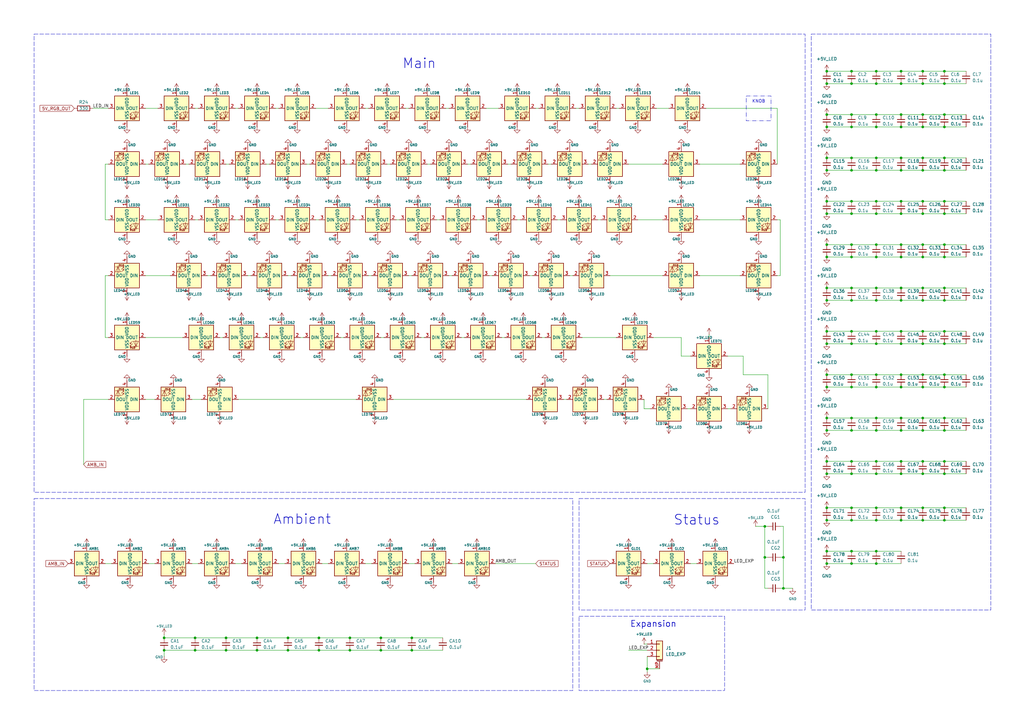
<source format=kicad_sch>
(kicad_sch (version 20250114) (generator "eeschema") (generator_version "9.0")
  (paper "A3")
  (lib_symbols
    (symbol "Connector_Generic_MountingPin:Conn_01x03_MountingPin" (pin_names (offset 1.016) (hide yes))
      (property "Reference" "J" (at 0 5.08 0))
      (property "Value" "Conn_01x03_MountingPin" (at 1.27 -5.08 0))
      (symbol "Conn_01x03_MountingPin_1_1"
        (text "Mounting" (at 0 -4.191 0) (effects (font (size 0.381 0.381))))
        (pin passive line (at -5.08 2.54 0) (length 3.81) (name "Pin_1") (number "1"))
        (pin passive line (at -5.08 0 0) (length 3.81) (name "Pin_2") (number "2"))
        (pin passive line (at -5.08 -2.54 0) (length 3.81) (name "Pin_3") (number "3"))
        (pin passive line (at 0 -7.62 90) (length 3.048) (name "MountPin") (number "MP"))
      )
    )
    (symbol "Device:C_Small" (pin_numbers (hide yes)) (pin_names (offset 0.254) (hide yes))
      (property "Reference" "C" (at 0.254 1.778 0))
      (property "Value" "C_Small" (at 0.254 -2.032 0))
      (symbol "C_Small_1_1"
        (pin passive line (at 0 2.54 270) (length 2.032) (name "~") (number "1"))
        (pin passive line (at 0 -2.54 90) (length 2.032) (name "~") (number "2"))
      )
    )
    (symbol "Device:R" (pin_numbers (hide yes)) (pin_names (offset 0))
      (property "Reference" "R" (at 2.032 0 90))
      (property "Value" "R" (at 0 0 90))
      (symbol "R_1_1"
        (pin passive line (at 0 3.81 270) (length 1.27) (name "~") (number "1"))
        (pin passive line (at 0 -3.81 90) (length 1.27) (name "~") (number "2"))
      )
    )
    (symbol "PCM_marbastlib-various:SK6812MINI-E"
      (property "Reference" "LED" (at 2.54 6.35 0))
      (property "Value" "SK6812MINI-E" (at 7.62 -6.35 0))
      (symbol "SK6812MINI-E_0_0"
        (text "RGB" (at 2.286 -4.191 0) (effects (font (size 0.762 0.762))))
      )
      (symbol "SK6812MINI-E_1_1"
        (pin input line (at -7.62 0 0) (length 2.54) (name "DIN") (number "3"))
        (pin power_in line (at 0 7.62 270) (length 2.54) (name "VDD") (number "1"))
        (pin power_in line (at 0 -7.62 90) (length 2.54) (name "VSS") (number "4"))
        (pin output line (at 7.62 0 180) (length 2.54) (name "DOUT") (number "2"))
      )
    )
    (symbol "power:+5V" (power) (pin_numbers (hide yes)) (pin_names (offset 0) (hide yes))
      (property "Value" "+5V" (at 0 3.556 0))
      (symbol "+5V_1_1"
        (pin power_in line (at 0 0 90) (length 0) (name "~") (number "1"))
      )
    )
    (symbol "power:GND" (power) (pin_numbers (hide yes)) (pin_names (offset 0) (hide yes))
      (property "Value" "GND" (at 0 -3.81 0))
      (symbol "GND_1_1"
        (pin power_in line (at 0 0 270) (length 0) (name "~") (number "1"))
      )
    )
  )
  (rectangle (start 13.97 13.97) (end 330.2 201.93) (stroke (width 0) (type dash)))
  (rectangle (start 237.49 252.73) (end 297.18 283.21) (stroke (width 0) (type dash)))
  (rectangle (start 306.07 39.37) (end 316.23 49.53) (stroke (width 0) (type dash_dot)))
  (rectangle (start 13.97 204.47) (end 234.95 283.21) (stroke (width 0) (type dash)))
  (rectangle (start 237.49 204.47) (end 330.2 250.19) (stroke (width 0) (type dash)))
  (rectangle (start 332.74 13.97) (end 406.4 250.19) (stroke (width 0) (type dash)))
  (text "Status" (at 285.75 213.36 0) (effects (font (size 4 4) (thickness 0.254) (bold yes))))
  (text "Main" (at 171.958 26.162 0) (effects (font (size 4 4) (thickness 0.254) (bold yes))))
  (text "KNOB" (at 311.15 41.656 0) (effects (font (size 1.27 1.27))))
  (text "Ambient" (at 123.952 213.106 0) (effects (font (size 4 4) (thickness 0.254) (bold yes))))
  (text "Expansion" (at 267.97 256.032 0) (effects (font (size 2.5 2.5) (thickness 0.254) (bold yes))))
  (junction (at 105.41 261.62))
  (junction (at 313.69 228.6))
  (junction (at 349.25 118.11))
  (junction (at 349.25 194.31))
  (junction (at 349.25 189.23))
  (junction (at 339.09 171.45))
  (junction (at 321.31 228.6))
  (junction (at 369.57 171.45))
  (junction (at 339.09 34.29))
  (junction (at 378.46 153.67))
  (junction (at 387.35 171.45))
  (junction (at 359.41 213.36))
  (junction (at 349.25 46.99))
  (junction (at 378.46 29.21))
  (junction (at 92.71 261.62))
  (junction (at 339.09 100.33))
  (junction (at 339.09 189.23))
  (junction (at 168.91 266.7))
  (junction (at 378.46 158.75))
  (junction (at 378.46 123.19))
  (junction (at 339.09 226.06))
  (junction (at 349.25 105.41))
  (junction (at 369.57 69.85))
  (junction (at 349.25 82.55))
  (junction (at 359.41 140.97))
  (junction (at 339.09 52.07))
  (junction (at 387.35 118.11))
  (junction (at 349.25 69.85))
  (junction (at 359.41 82.55))
  (junction (at 369.57 158.75))
  (junction (at 92.71 266.7))
  (junction (at 349.25 64.77))
  (junction (at 168.91 261.62))
  (junction (at 387.35 34.29))
  (junction (at 67.31 266.7))
  (junction (at 378.46 213.36))
  (junction (at 387.35 208.28))
  (junction (at 349.25 158.75))
  (junction (at 359.41 87.63))
  (junction (at 369.57 213.36))
  (junction (at 359.41 208.28))
  (junction (at 387.35 29.21))
  (junction (at 105.41 266.7))
  (junction (at 369.57 87.63))
  (junction (at 118.11 261.62))
  (junction (at 349.25 176.53))
  (junction (at 369.57 123.19))
  (junction (at 359.41 226.06))
  (junction (at 359.41 46.99))
  (junction (at 387.35 46.99))
  (junction (at 387.35 64.77))
  (junction (at 378.46 189.23))
  (junction (at 369.57 176.53))
  (junction (at 387.35 52.07))
  (junction (at 349.25 226.06))
  (junction (at 369.57 64.77))
  (junction (at 369.57 29.21))
  (junction (at 387.35 194.31))
  (junction (at 387.35 100.33))
  (junction (at 378.46 194.31))
  (junction (at 387.35 176.53))
  (junction (at 339.09 123.19))
  (junction (at 378.46 87.63))
  (junction (at 378.46 135.89))
  (junction (at 369.57 194.31))
  (junction (at 339.09 46.99))
  (junction (at 369.57 135.89))
  (junction (at 359.41 123.19))
  (junction (at 378.46 208.28))
  (junction (at 378.46 140.97))
  (junction (at 349.25 171.45))
  (junction (at 339.09 87.63))
  (junction (at 378.46 46.99))
  (junction (at 378.46 52.07))
  (junction (at 359.41 176.53))
  (junction (at 387.35 87.63))
  (junction (at 387.35 140.97))
  (junction (at 378.46 69.85))
  (junction (at 349.25 34.29))
  (junction (at 349.25 231.14))
  (junction (at 369.57 82.55))
  (junction (at 339.09 135.89))
  (junction (at 339.09 140.97))
  (junction (at 349.25 135.89))
  (junction (at 369.57 118.11))
  (junction (at 369.57 140.97))
  (junction (at 378.46 171.45))
  (junction (at 378.46 176.53))
  (junction (at 349.25 87.63))
  (junction (at 143.51 261.62))
  (junction (at 369.57 34.29))
  (junction (at 339.09 69.85))
  (junction (at 359.41 64.77))
  (junction (at 378.46 34.29))
  (junction (at 387.35 82.55))
  (junction (at 387.35 158.75))
  (junction (at 369.57 52.07))
  (junction (at 378.46 64.77))
  (junction (at 369.57 46.99))
  (junction (at 339.09 82.55))
  (junction (at 387.35 105.41))
  (junction (at 369.57 153.67))
  (junction (at 349.25 29.21))
  (junction (at 378.46 118.11))
  (junction (at 339.09 208.28))
  (junction (at 359.41 34.29))
  (junction (at 349.25 123.19))
  (junction (at 359.41 194.31))
  (junction (at 369.57 189.23))
  (junction (at 80.01 266.7))
  (junction (at 80.01 261.62))
  (junction (at 378.46 100.33))
  (junction (at 339.09 176.53))
  (junction (at 359.41 171.45))
  (junction (at 359.41 153.67))
  (junction (at 387.35 153.67))
  (junction (at 339.09 194.31))
  (junction (at 359.41 231.14))
  (junction (at 130.81 261.62))
  (junction (at 359.41 105.41))
  (junction (at 339.09 64.77))
  (junction (at 349.25 52.07))
  (junction (at 359.41 52.07))
  (junction (at 339.09 153.67))
  (junction (at 359.41 135.89))
  (junction (at 387.35 135.89))
  (junction (at 339.09 29.21))
  (junction (at 387.35 189.23))
  (junction (at 359.41 69.85))
  (junction (at 387.35 213.36))
  (junction (at 349.25 213.36))
  (junction (at 156.21 261.62))
  (junction (at 369.57 100.33))
  (junction (at 130.81 266.7))
  (junction (at 349.25 140.97))
  (junction (at 339.09 213.36))
  (junction (at 339.09 105.41))
  (junction (at 359.41 158.75))
  (junction (at 265.43 274.32))
  (junction (at 118.11 266.7))
  (junction (at 156.21 266.7))
  (junction (at 387.35 123.19))
  (junction (at 359.41 100.33))
  (junction (at 387.35 69.85))
  (junction (at 339.09 158.75))
  (junction (at 369.57 105.41))
  (junction (at 378.46 82.55))
  (junction (at 359.41 118.11))
  (junction (at 378.46 105.41))
  (junction (at 67.31 261.62))
  (junction (at 339.09 118.11))
  (junction (at 349.25 153.67))
  (junction (at 349.25 208.28))
  (junction (at 143.51 266.7))
  (junction (at 339.09 231.14))
  (junction (at 349.25 100.33))
  (junction (at 321.31 241.3))
  (junction (at 369.57 208.28))
  (junction (at 313.69 215.9))
  (junction (at 359.41 189.23))
  (junction (at 359.41 29.21))
  (wire (pts (xy 207.01 138.43) (xy 205.74 138.43)))
  (wire (pts (xy 80.01 44.45) (xy 81.28 44.45)))
  (wire (pts (xy 304.8 146.05) (xy 304.8 153.67)))
  (wire (pts (xy 118.11 261.62) (xy 130.81 261.62)))
  (wire (pts (xy 250.19 113.03) (xy 271.78 113.03)))
  (wire (pts (xy 369.57 213.36) (xy 378.46 213.36)))
  (wire (pts (xy 290.83 138.43) (xy 290.83 137.16)))
  (wire (pts (xy 378.46 82.55) (xy 387.35 82.55)))
  (wire (pts (xy 43.18 90.17) (xy 44.45 90.17)))
  (wire (pts (xy 149.86 231.14) (xy 152.4 231.14)))
  (wire (pts (xy 96.52 231.14) (xy 99.06 231.14)))
  (wire (pts (xy 349.25 226.06) (xy 359.41 226.06)))
  (wire (pts (xy 92.71 266.7) (xy 105.41 266.7)))
  (wire (pts (xy 369.57 153.67) (xy 378.46 153.67)))
  (wire (pts (xy 349.25 46.99) (xy 359.41 46.99)))
  (wire (pts (xy 321.31 241.3) (xy 320.04 241.3)))
  (wire (pts (xy 199.39 44.45) (xy 204.47 44.45)))
  (wire (pts (xy 298.45 146.05) (xy 304.8 146.05)))
  (wire (pts (xy 359.41 189.23) (xy 369.57 189.23)))
  (wire (pts (xy 130.81 261.62) (xy 143.51 261.62)))
  (wire (pts (xy 349.25 153.67) (xy 359.41 153.67)))
  (wire (pts (xy 168.91 261.62) (xy 181.61 261.62)))
  (wire (pts (xy 264.16 264.16) (xy 265.43 264.16)))
  (wire (pts (xy 359.41 118.11) (xy 369.57 118.11)))
  (wire (pts (xy 369.57 189.23) (xy 378.46 189.23)))
  (wire (pts (xy 339.09 34.29) (xy 349.25 34.29)))
  (wire (pts (xy 387.35 52.07) (xy 396.24 52.07)))
  (wire (pts (xy 190.5 138.43) (xy 189.23 138.43)))
  (wire (pts (xy 309.88 215.9) (xy 313.69 215.9)))
  (wire (pts (xy 387.35 46.99) (xy 396.24 46.99)))
  (wire (pts (xy 378.46 29.21) (xy 387.35 29.21)))
  (wire (pts (xy 378.46 140.97) (xy 387.35 140.97)))
  (wire (pts (xy 387.35 213.36) (xy 396.24 213.36)))
  (wire (pts (xy 320.04 90.17) (xy 320.04 113.03)))
  (wire (pts (xy 96.52 90.17) (xy 97.79 90.17)))
  (wire (pts (xy 113.03 90.17) (xy 114.3 90.17)))
  (wire (pts (xy 369.57 87.63) (xy 378.46 87.63)))
  (wire (pts (xy 287.02 113.03) (xy 303.53 113.03)))
  (wire (pts (xy 339.09 226.06) (xy 349.25 226.06)))
  (wire (pts (xy 387.35 69.85) (xy 396.24 69.85)))
  (wire (pts (xy 43.18 231.14) (xy 45.72 231.14)))
  (wire (pts (xy 318.77 44.45) (xy 318.77 67.31)))
  (wire (pts (xy 359.41 158.75) (xy 369.57 158.75)))
  (wire (pts (xy 313.69 241.3) (xy 314.96 241.3)))
  (wire (pts (xy 313.69 228.6) (xy 313.69 241.3)))
  (wire (pts (xy 387.35 158.75) (xy 396.24 158.75)))
  (wire (pts (xy 59.69 44.45) (xy 64.77 44.45)))
  (wire (pts (xy 387.35 123.19) (xy 396.24 123.19)))
  (wire (pts (xy 38.1 44.45) (xy 44.45 44.45)))
  (wire (pts (xy 156.21 266.7) (xy 168.91 266.7)))
  (wire (pts (xy 200.66 113.03) (xy 201.93 113.03)))
  (wire (pts (xy 265.43 269.24) (xy 265.43 274.32)))
  (wire (pts (xy 80.01 261.62) (xy 92.71 261.62)))
  (wire (pts (xy 257.81 266.7) (xy 265.43 266.7)))
  (wire (pts (xy 369.57 64.77) (xy 378.46 64.77)))
  (wire (pts (xy 67.31 261.62) (xy 80.01 261.62)))
  (wire (pts (xy 349.25 171.45) (xy 359.41 171.45)))
  (wire (pts (xy 339.09 194.31) (xy 349.25 194.31)))
  (wire (pts (xy 279.4 138.43) (xy 279.4 146.05)))
  (wire (pts (xy 387.35 135.89) (xy 396.24 135.89)))
  (wire (pts (xy 359.41 100.33) (xy 369.57 100.33)))
  (wire (pts (xy 80.01 266.7) (xy 92.71 266.7)))
  (wire (pts (xy 129.54 90.17) (xy 130.81 90.17)))
  (wire (pts (xy 359.41 226.06) (xy 369.57 226.06)))
  (wire (pts (xy 378.46 208.28) (xy 387.35 208.28)))
  (wire (pts (xy 321.31 228.6) (xy 320.04 228.6)))
  (wire (pts (xy 264.16 167.64) (xy 266.7 167.64)))
  (wire (pts (xy 339.09 158.75) (xy 349.25 158.75)))
  (wire (pts (xy 387.35 87.63) (xy 396.24 87.63)))
  (wire (pts (xy 349.25 140.97) (xy 359.41 140.97)))
  (wire (pts (xy 318.77 90.17) (xy 320.04 90.17)))
  (wire (pts (xy 339.09 105.41) (xy 349.25 105.41)))
  (wire (pts (xy 339.09 82.55) (xy 349.25 82.55)))
  (wire (pts (xy 60.96 231.14) (xy 63.5 231.14)))
  (wire (pts (xy 369.57 118.11) (xy 378.46 118.11)))
  (wire (pts (xy 378.46 105.41) (xy 387.35 105.41)))
  (wire (pts (xy 59.69 90.17) (xy 64.77 90.17)))
  (wire (pts (xy 67.31 266.7) (xy 67.31 269.24)))
  (wire (pts (xy 173.99 138.43) (xy 172.72 138.43)))
  (wire (pts (xy 281.94 167.64) (xy 283.21 167.64)))
  (wire (pts (xy 349.25 189.23) (xy 359.41 189.23)))
  (wire (pts (xy 247.65 163.83) (xy 248.92 163.83)))
  (wire (pts (xy 80.01 90.17) (xy 81.28 90.17)))
  (wire (pts (xy 321.31 215.9) (xy 320.04 215.9)))
  (wire (pts (xy 101.6 113.03) (xy 102.87 113.03)))
  (wire (pts (xy 143.51 266.7) (xy 156.21 266.7)))
  (wire (pts (xy 378.46 158.75) (xy 387.35 158.75)))
  (wire (pts (xy 91.44 138.43) (xy 90.17 138.43)))
  (wire (pts (xy 349.25 123.19) (xy 359.41 123.19)))
  (wire (pts (xy 264.16 163.83) (xy 264.16 167.64)))
  (wire (pts (xy 193.04 67.31) (xy 191.77 67.31)))
  (wire (pts (xy 378.46 118.11) (xy 387.35 118.11)))
  (wire (pts (xy 166.37 44.45) (xy 167.64 44.45)))
  (wire (pts (xy 283.21 231.14) (xy 285.75 231.14)))
  (wire (pts (xy 387.35 100.33) (xy 396.24 100.33)))
  (wire (pts (xy 387.35 64.77) (xy 396.24 64.77)))
  (wire (pts (xy 339.09 135.89) (xy 349.25 135.89)))
  (wire (pts (xy 85.09 113.03) (xy 86.36 113.03)))
  (wire (pts (xy 339.09 231.14) (xy 349.25 231.14)))
  (wire (pts (xy 369.57 100.33) (xy 378.46 100.33)))
  (wire (pts (xy 167.64 231.14) (xy 170.18 231.14)))
  (wire (pts (xy 349.25 213.36) (xy 359.41 213.36)))
  (wire (pts (xy 378.46 189.23) (xy 387.35 189.23)))
  (wire (pts (xy 339.09 100.33) (xy 349.25 100.33)))
  (wire (pts (xy 226.06 67.31) (xy 224.79 67.31)))
  (wire (pts (xy 339.09 171.45) (xy 349.25 171.45)))
  (wire (pts (xy 369.57 52.07) (xy 378.46 52.07)))
  (wire (pts (xy 298.45 167.64) (xy 299.72 167.64)))
  (wire (pts (xy 359.41 87.63) (xy 369.57 87.63)))
  (wire (pts (xy 369.57 208.28) (xy 378.46 208.28)))
  (wire (pts (xy 378.46 213.36) (xy 387.35 213.36)))
  (wire (pts (xy 212.09 90.17) (xy 213.36 90.17)))
  (wire (pts (xy 369.57 46.99) (xy 378.46 46.99)))
  (wire (pts (xy 339.09 140.97) (xy 349.25 140.97)))
  (wire (pts (xy 359.41 176.53) (xy 369.57 176.53)))
  (wire (pts (xy 107.95 138.43) (xy 106.68 138.43)))
  (wire (pts (xy 387.35 105.41) (xy 396.24 105.41)))
  (wire (pts (xy 359.41 52.07) (xy 369.57 52.07)))
  (wire (pts (xy 105.41 266.7) (xy 118.11 266.7)))
  (wire (pts (xy 313.69 215.9) (xy 314.96 215.9)))
  (wire (pts (xy 96.52 44.45) (xy 97.79 44.45)))
  (wire (pts (xy 265.43 274.32) (xy 265.43 275.59)))
  (wire (pts (xy 339.09 52.07) (xy 349.25 52.07)))
  (wire (pts (xy 161.29 163.83) (xy 215.9 163.83)))
  (wire (pts (xy 265.43 274.32) (xy 270.51 274.32)))
  (wire (pts (xy 43.18 113.03) (xy 43.18 138.43)))
  (wire (pts (xy 378.46 64.77) (xy 387.35 64.77)))
  (wire (pts (xy 252.73 44.45) (xy 254 44.45)))
  (wire (pts (xy 223.52 138.43) (xy 222.25 138.43)))
  (wire (pts (xy 314.96 153.67) (xy 314.96 167.64)))
  (wire (pts (xy 34.29 163.83) (xy 34.29 190.5)))
  (wire (pts (xy 146.05 90.17) (xy 147.32 90.17)))
  (wire (pts (xy 129.54 44.45) (xy 134.62 44.45)))
  (wire (pts (xy 339.09 213.36) (xy 349.25 213.36)))
  (wire (pts (xy 160.02 67.31) (xy 158.75 67.31)))
  (wire (pts (xy 349.25 100.33) (xy 359.41 100.33)))
  (wire (pts (xy 369.57 135.89) (xy 378.46 135.89)))
  (wire (pts (xy 34.29 163.83) (xy 44.45 163.83)))
  (wire (pts (xy 209.55 67.31) (xy 208.28 67.31)))
  (wire (pts (xy 287.02 90.17) (xy 303.53 90.17)))
  (wire (pts (xy 378.46 87.63) (xy 387.35 87.63)))
  (wire (pts (xy 349.25 118.11) (xy 359.41 118.11)))
  (wire (pts (xy 349.25 158.75) (xy 359.41 158.75)))
  (wire (pts (xy 97.79 163.83) (xy 146.05 163.83)))
  (wire (pts (xy 287.02 67.31) (xy 303.53 67.31)))
  (wire (pts (xy 231.14 163.83) (xy 232.41 163.83)))
  (wire (pts (xy 269.24 44.45) (xy 274.32 44.45)))
  (wire (pts (xy 349.25 105.41) (xy 359.41 105.41)))
  (wire (pts (xy 233.68 113.03) (xy 234.95 113.03)))
  (wire (pts (xy 132.08 231.14) (xy 134.62 231.14)))
  (wire (pts (xy 349.25 29.21) (xy 359.41 29.21)))
  (wire (pts (xy 143.51 67.31) (xy 142.24 67.31)))
  (wire (pts (xy 387.35 34.29) (xy 396.24 34.29)))
  (wire (pts (xy 182.88 44.45) (xy 184.15 44.45)))
  (wire (pts (xy 105.41 261.62) (xy 118.11 261.62)))
  (wire (pts (xy 387.35 208.28) (xy 396.24 208.28)))
  (wire (pts (xy 179.07 90.17) (xy 180.34 90.17)))
  (wire (pts (xy 339.09 208.28) (xy 349.25 208.28)))
  (wire (pts (xy 369.57 123.19) (xy 378.46 123.19)))
  (wire (pts (xy 339.09 189.23) (xy 349.25 189.23)))
  (wire (pts (xy 339.09 153.67) (xy 349.25 153.67)))
  (wire (pts (xy 378.46 176.53) (xy 387.35 176.53)))
  (wire (pts (xy 157.48 138.43) (xy 156.21 138.43)))
  (wire (pts (xy 369.57 34.29) (xy 378.46 34.29)))
  (wire (pts (xy 369.57 176.53) (xy 378.46 176.53)))
  (wire (pts (xy 124.46 138.43) (xy 123.19 138.43)))
  (wire (pts (xy 245.11 90.17) (xy 246.38 90.17)))
  (wire (pts (xy 67.31 260.35) (xy 67.31 261.62)))
  (wire (pts (xy 349.25 208.28) (xy 359.41 208.28)))
  (wire (pts (xy 339.09 46.99) (xy 349.25 46.99)))
  (wire (pts (xy 339.09 123.19) (xy 349.25 123.19)))
  (wire (pts (xy 195.58 90.17) (xy 196.85 90.17)))
  (wire (pts (xy 320.04 113.03) (xy 318.77 113.03)))
  (wire (pts (xy 127 67.31) (xy 125.73 67.31)))
  (wire (pts (xy 118.11 266.7) (xy 130.81 266.7)))
  (wire (pts (xy 60.96 67.31) (xy 59.69 67.31)))
  (wire (pts (xy 289.56 44.45) (xy 318.77 44.45)))
  (wire (pts (xy 359.41 29.21) (xy 369.57 29.21)))
  (wire (pts (xy 359.41 34.29) (xy 369.57 34.29)))
  (wire (pts (xy 162.56 90.17) (xy 163.83 90.17)))
  (wire (pts (xy 143.51 261.62) (xy 156.21 261.62)))
  (wire (pts (xy 151.13 113.03) (xy 152.4 113.03)))
  (wire (pts (xy 359.41 69.85) (xy 369.57 69.85)))
  (wire (pts (xy 59.69 163.83) (xy 63.5 163.83)))
  (wire (pts (xy 359.41 208.28) (xy 369.57 208.28)))
  (wire (pts (xy 369.57 171.45) (xy 378.46 171.45)))
  (wire (pts (xy 130.81 266.7) (xy 143.51 266.7)))
  (wire (pts (xy 93.98 67.31) (xy 92.71 67.31)))
  (wire (pts (xy 369.57 158.75) (xy 378.46 158.75)))
  (wire (pts (xy 349.25 194.31) (xy 359.41 194.31)))
  (wire (pts (xy 369.57 140.97) (xy 378.46 140.97)))
  (wire (pts (xy 387.35 153.67) (xy 396.24 153.67)))
  (wire (pts (xy 279.4 146.05) (xy 283.21 146.05)))
  (wire (pts (xy 359.41 46.99) (xy 369.57 46.99)))
  (wire (pts (xy 359.41 105.41) (xy 369.57 105.41)))
  (wire (pts (xy 349.25 176.53) (xy 359.41 176.53)))
  (wire (pts (xy 359.41 213.36) (xy 369.57 213.36)))
  (wire (pts (xy 43.18 138.43) (xy 44.45 138.43)))
  (wire (pts (xy 378.46 171.45) (xy 387.35 171.45)))
  (wire (pts (xy 167.64 113.03) (xy 168.91 113.03)))
  (wire (pts (xy 114.3 231.14) (xy 116.84 231.14)))
  (wire (pts (xy 304.8 153.67) (xy 314.96 153.67)))
  (wire (pts (xy 140.97 138.43) (xy 139.7 138.43)))
  (wire (pts (xy 378.46 34.29) (xy 387.35 34.29)))
  (wire (pts (xy 271.78 67.31) (xy 257.81 67.31)))
  (wire (pts (xy 349.25 69.85) (xy 359.41 69.85)))
  (wire (pts (xy 339.09 118.11) (xy 349.25 118.11)))
  (wire (pts (xy 261.62 90.17) (xy 271.78 90.17)))
  (wire (pts (xy 378.46 194.31) (xy 387.35 194.31)))
  (wire (pts (xy 77.47 67.31) (xy 76.2 67.31)))
  (wire (pts (xy 387.35 194.31) (xy 396.24 194.31)))
  (wire (pts (xy 387.35 29.21) (xy 396.24 29.21)))
  (wire (pts (xy 110.49 67.31) (xy 109.22 67.31)))
  (wire (pts (xy 378.46 153.67) (xy 387.35 153.67)))
  (wire (pts (xy 378.46 46.99) (xy 387.35 46.99)))
  (wire (pts (xy 267.97 138.43) (xy 279.4 138.43)))
  (wire (pts (xy 313.69 228.6) (xy 314.96 228.6)))
  (wire (pts (xy 387.35 140.97) (xy 396.24 140.97)))
  (wire (pts (xy 359.41 64.77) (xy 369.57 64.77)))
  (wire (pts (xy 242.57 67.31) (xy 241.3 67.31)))
  (wire (pts (xy 359.41 82.55) (xy 369.57 82.55)))
  (wire (pts (xy 349.25 231.14) (xy 359.41 231.14)))
  (wire (pts (xy 378.46 100.33) (xy 387.35 100.33)))
  (wire (pts (xy 43.18 67.31) (xy 43.18 90.17)))
  (wire (pts (xy 359.41 140.97) (xy 369.57 140.97)))
  (wire (pts (xy 176.53 67.31) (xy 175.26 67.31)))
  (wire (pts (xy 118.11 113.03) (xy 119.38 113.03)))
  (wire (pts (xy 321.31 241.3) (xy 325.12 241.3)))
  (wire (pts (xy 134.62 113.03) (xy 135.89 113.03)))
  (wire (pts (xy 378.46 69.85) (xy 387.35 69.85)))
  (wire (pts (xy 378.46 123.19) (xy 387.35 123.19)))
  (wire (pts (xy 349.25 135.89) (xy 359.41 135.89)))
  (wire (pts (xy 78.74 231.14) (xy 81.28 231.14)))
  (wire (pts (xy 43.18 113.03) (xy 44.45 113.03)))
  (wire (pts (xy 387.35 171.45) (xy 396.24 171.45)))
  (wire (pts (xy 359.41 231.14) (xy 369.57 231.14)))
  (wire (pts (xy 339.09 87.63) (xy 349.25 87.63)))
  (wire (pts (xy 74.93 138.43) (xy 59.69 138.43)))
  (wire (pts (xy 359.41 123.19) (xy 369.57 123.19)))
  (wire (pts (xy 369.57 105.41) (xy 378.46 105.41)))
  (wire (pts (xy 349.25 87.63) (xy 359.41 87.63)))
  (wire (pts (xy 359.41 153.67) (xy 369.57 153.67)))
  (wire (pts (xy 387.35 82.55) (xy 396.24 82.55)))
  (wire (pts (xy 149.86 44.45) (xy 151.13 44.45)))
  (wire (pts (xy 378.46 52.07) (xy 387.35 52.07)))
  (wire (pts (xy 321.31 241.3) (xy 321.31 228.6)))
  (wire (pts (xy 228.6 90.17) (xy 229.87 90.17)))
  (wire (pts (xy 219.71 44.45) (xy 220.98 44.45)))
  (wire (pts (xy 113.03 44.45) (xy 114.3 44.45)))
  (wire (pts (xy 369.57 29.21) (xy 378.46 29.21)))
  (wire (pts (xy 339.09 64.77) (xy 349.25 64.77)))
  (wire (pts (xy 78.74 163.83) (xy 82.55 163.83)))
  (wire (pts (xy 349.25 82.55) (xy 359.41 82.55)))
  (wire (pts (xy 252.73 138.43) (xy 238.76 138.43)))
  (wire (pts (xy 387.35 118.11) (xy 396.24 118.11)))
  (wire (pts (xy 67.31 266.7) (xy 80.01 266.7)))
  (wire (pts (xy 168.91 266.7) (xy 181.61 266.7)))
  (wire (pts (xy 359.41 171.45) (xy 369.57 171.45)))
  (wire (pts (xy 369.57 82.55) (xy 378.46 82.55)))
  (wire (pts (xy 359.41 135.89) (xy 369.57 135.89)))
  (wire (pts (xy 359.41 194.31) (xy 369.57 194.31)))
  (wire (pts (xy 59.69 113.03) (xy 69.85 113.03)))
  (wire (pts (xy 313.69 228.6) (xy 313.69 215.9)))
  (wire (pts (xy 185.42 231.14) (xy 187.96 231.14)))
  (wire (pts (xy 339.09 29.21) (xy 349.25 29.21)))
  (wire (pts (xy 184.15 113.03) (xy 185.42 113.03)))
  (wire (pts (xy 236.22 44.45) (xy 237.49 44.45)))
  (wire (pts (xy 44.45 67.31) (xy 43.18 67.31)))
  (wire (pts (xy 156.21 261.62) (xy 168.91 261.62)))
  (wire (pts (xy 92.71 261.62) (xy 105.41 261.62)))
  (wire (pts (xy 321.31 228.6) (xy 321.31 215.9)))
  (wire (pts (xy 339.09 69.85) (xy 349.25 69.85)))
  (wire (pts (xy 378.46 135.89) (xy 387.35 135.89)))
  (wire (pts (xy 387.35 189.23) (xy 396.24 189.23)))
  (wire (pts (xy 349.25 34.29) (xy 359.41 34.29)))
  (wire (pts (xy 349.25 64.77) (xy 359.41 64.77)))
  (wire (pts (xy 203.2 231.14) (xy 219.71 231.14)))
  (wire (pts (xy 339.09 176.53) (xy 349.25 176.53)))
  (wire (pts (xy 265.43 231.14) (xy 267.97 231.14)))
  (wire (pts (xy 369.57 69.85) (xy 378.46 69.85)))
  (wire (pts (xy 349.25 52.07) (xy 359.41 52.07)))
  (wire (pts (xy 369.57 194.31) (xy 378.46 194.31)))
  (wire (pts (xy 217.17 113.03) (xy 218.44 113.03)))
  (wire (pts (xy 387.35 176.53) (xy 396.24 176.53)))
  (label "LED_EXP" (at 257.81 266.7 0))
  (label "AMB_OUT" (at 203.2 231.14 0))
  (label "LED_IN" (at 38.1 44.45 0))
  (label "LED_EXP" (at 300.99 231.14 0))
  (global_label "5V_RGB_OUT" (shape input) (at 30.48 44.45 180) (property "Intersheetrefs" "${INTERSHEET_REFS}" (effects (hide yes))))
  (global_label "STATUS" (shape input) (at 219.71 231.14 0) (property "Intersheetrefs" "${INTERSHEET_REFS}" (effects (hide yes))))
  (global_label "AMB_IN" (shape input) (at 27.94 231.14 180) (property "Intersheetrefs" "${INTERSHEET_REFS}" (effects (hide yes))))
  (global_label "AMB_IN" (shape input) (at 34.29 190.5 0) (property "Intersheetrefs" "${INTERSHEET_REFS}" (effects (hide yes))))
  (global_label "STATUS" (shape input) (at 250.19 231.14 180) (property "Intersheetrefs" "${INTERSHEET_REFS}" (effects (hide yes))))
  (symbol (lib_id "power:+5V") (at 71.12 223.52 0) (unit 1)
    (property "Reference" "#PWR0401" (effects (hide yes)))
    (property "Value" "+5V_LED" (at 69.088 223.52 0) (effects (font (size 1 1))))
    (property "Description" "Power symbol creates a global label with name \"+5V\"" (effects (hide yes)))
  )
  (symbol (lib_id "power:+5V") (at 187.96 82.55 0) (unit 1)
    (property "Reference" "#PWR0102" (effects (hide yes)))
    (property "Value" "+5V_LED" (at 185.928 82.55 0) (effects (font (size 1 1))))
    (property "Description" "Power symbol creates a global label with name \"+5V\"" (effects (hide yes)))
  )
  (symbol (lib_id "Device:C_Small") (at 369.57 210.82 0) (unit 1)
    (property "Reference" "CL74" (at 372.11 209.5562 0) (effects (justify left)))
    (property "Value" "0.1u" (at 372.11 212.0962 0) (effects (justify left)))
    (property "Footprint" "Mars_Library:C_0603" (effects (hide yes)))
    (property "Description" "Unpolarized capacitor, small symbol" (effects (hide yes)))
  )
  (symbol (lib_id "power:+5V") (at 260.35 130.81 0) (unit 1)
    (property "Reference" "#PWR0170" (effects (hide yes)))
    (property "Value" "+5V_LED" (at 258.318 130.81 0) (effects (font (size 1 1))))
    (property "Description" "Power symbol creates a global label with name \"+5V\"" (effects (hide yes)))
  )
  (symbol (lib_id "power:+5V") (at 339.09 153.67 0) (unit 1)
    (property "Reference" "#PWR0204" (effects (hide yes)))
    (property "Value" "+5V_LED" (at 339.09 148.59 0))
    (property "Description" "Power symbol creates a global label with name \"+5V\"" (effects (hide yes)))
  )
  (symbol (lib_id "PCM_marbastlib-various:SK6812MINI-E") (at 151.13 67.31 180) (unit 1)
    (property "Reference" "LED21" (at 148.082 73.406 0) (effects (font (size 1 1))))
    (property "Value" "SK6812" (effects (hide yes)))
    (property "Footprint" "PCM_marbastlib-various:LED_6028R" (effects (hide yes)))
    (property "Description" "Reverse mount adressable LED (WS2812 protocol)" (effects (hide yes)))
    (property "LCSC" "C5149201 " (effects (hide yes)))
  )
  (symbol (lib_id "Device:C_Small") (at 369.57 31.75 0) (unit 1)
    (property "Reference" "CL4" (at 372.11 30.4862 0) (effects (justify left)))
    (property "Value" "0.1u" (at 372.11 33.0262 0) (effects (justify left)))
    (property "Footprint" "Mars_Library:C_0603" (effects (hide yes)))
    (property "Description" "Unpolarized capacitor, small symbol" (effects (hide yes)))
  )
  (symbol (lib_id "PCM_marbastlib-various:SK6812MINI-E") (at 193.04 113.03 180) (unit 1)
    (property "Reference" "LED53" (at 189.992 119.126 0) (effects (font (size 1 1))))
    (property "Value" "SK6812" (effects (hide yes)))
    (property "Footprint" "PCM_marbastlib-various:LED_6028R" (effects (hide yes)))
    (property "Description" "Reverse mount adressable LED (WS2812 protocol)" (effects (hide yes)))
    (property "LCSC" "C5149201 " (effects (hide yes)))
  )
  (symbol (lib_id "PCM_marbastlib-various:SK6812MINI-E") (at 223.52 163.83 180) (unit 1)
    (property "Reference" "LED76" (at 220.472 169.926 0) (effects (font (size 1 1))))
    (property "Value" "SK6812" (effects (hide yes)))
    (property "Footprint" "PCM_marbastlib-various:LED_6028R" (effects (hide yes)))
    (property "Description" "Reverse mount adressable LED (WS2812 protocol)" (effects (hide yes)))
    (property "LCSC" "C5149201 " (effects (hide yes)))
  )
  (symbol (lib_id "power:+5V") (at 309.88 215.9 0) (unit 1)
    (property "Reference" "#PWR0443" (effects (hide yes)))
    (property "Value" "+5V_LED" (at 309.88 212.344 0) (effects (font (size 1 1))))
    (property "Description" "Power symbol creates a global label with name \"+5V\"" (effects (hide yes)))
  )
  (symbol (lib_id "power:GND") (at 177.8 238.76 0) (unit 1)
    (property "Reference" "#PWR0419" (effects (hide yes)))
    (property "Value" "GND" (at 175.768 239.014 0) (effects (font (size 1 1))))
    (property "Description" "Power symbol creates a global label with name \"GND\" , ground" (effects (hide yes)))
  )
  (symbol (lib_id "Device:C_Small") (at 369.57 191.77 0) (unit 1)
    (property "Reference" "CL67" (at 372.11 190.5062 0) (effects (justify left)))
    (property "Value" "0.1u" (at 372.11 193.0462 0) (effects (justify left)))
    (property "Footprint" "Mars_Library:C_0603" (effects (hide yes)))
    (property "Description" "Unpolarized capacitor, small symbol" (effects (hide yes)))
  )
  (symbol (lib_id "PCM_marbastlib-various:SK6812MINI-E") (at 127 113.03 180) (unit 1)
    (property "Reference" "LED49" (at 123.952 119.126 0) (effects (font (size 1 1))))
    (property "Value" "SK6812" (effects (hide yes)))
    (property "Footprint" "PCM_marbastlib-various:LED_6028R" (effects (hide yes)))
    (property "Description" "Reverse mount adressable LED (WS2812 protocol)" (effects (hide yes)))
    (property "LCSC" "C5149201 " (effects (hide yes)))
  )
  (symbol (lib_id "PCM_marbastlib-various:SK6812MINI-E") (at 279.4 90.17 0) (unit 1)
    (property "Reference" "LED43" (at 282.448 84.074 0) (effects (font (size 1 1))))
    (property "Value" "SK6812" (effects (hide yes)))
    (property "Footprint" "PCM_marbastlib-various:LED_6028R" (effects (hide yes)))
    (property "Description" "Reverse mount adressable LED (WS2812 protocol)" (effects (hide yes)))
    (property "LCSC" "C5149201 " (effects (hide yes)))
  )
  (symbol (lib_id "power:GND") (at 254 97.79 0) (unit 1)
    (property "Reference" "#PWR0125" (effects (hide yes)))
    (property "Value" "GND" (at 251.968 98.044 0) (effects (font (size 1 1))))
    (property "Description" "Power symbol creates a global label with name \"GND\" , ground" (effects (hide yes)))
  )
  (symbol (lib_id "power:+5V") (at 226.06 120.65 180) (unit 1)
    (property "Reference" "#PWR0154" (effects (hide yes)))
    (property "Value" "+5V_LED" (at 228.092 120.65 0) (effects (font (size 1 1))))
    (property "Description" "Power symbol creates a global label with name \"+5V\"" (effects (hide yes)))
  )
  (symbol (lib_id "power:GND") (at 325.12 241.3 0) (unit 1)
    (property "Reference" "#PWR0444" (effects (hide yes)))
    (property "Value" "GND" (at 325.12 245.618 0) (effects (font (size 1 1))))
    (property "Description" "Power symbol creates a global label with name \"GND\" , ground" (effects (hide yes)))
  )
  (symbol (lib_id "PCM_marbastlib-various:SK6812MINI-E") (at 242.57 113.03 180) (unit 1)
    (property "Reference" "LED56" (at 239.522 119.126 0) (effects (font (size 1 1))))
    (property "Value" "SK6812" (effects (hide yes)))
    (property "Footprint" "PCM_marbastlib-various:LED_6028R" (effects (hide yes)))
    (property "Description" "Reverse mount adressable LED (WS2812 protocol)" (effects (hide yes)))
    (property "LCSC" "C5149201 " (effects (hide yes)))
  )
  (symbol (lib_id "power:GND") (at 311.15 97.79 0) (unit 1)
    (property "Reference" "#PWR0127" (effects (hide yes)))
    (property "Value" "GND" (at 309.118 98.044 0) (effects (font (size 1 1))))
    (property "Description" "Power symbol creates a global label with name \"GND\" , ground" (effects (hide yes)))
  )
  (symbol (lib_id "PCM_marbastlib-various:SK6812MINI-E") (at 311.15 67.31 180) (unit 1)
    (property "Reference" "LED29" (at 308.102 73.406 0) (effects (font (size 1 1))))
    (property "Value" "SK6812" (effects (hide yes)))
    (property "Footprint" "PCM_marbastlib-various:LED_6028R" (effects (hide yes)))
    (property "Description" "Reverse mount adressable LED (WS2812 protocol)" (effects (hide yes)))
    (property "LCSC" "C5149201 " (effects (hide yes)))
  )
  (symbol (lib_id "Device:C_Small") (at 339.09 31.75 0) (unit 1)
    (property "Reference" "CL1" (at 341.63 30.4862 0) (effects (justify left)))
    (property "Value" "0.1u" (at 341.63 33.0262 0) (effects (justify left)))
    (property "Footprint" "Mars_Library:C_0603" (effects (hide yes)))
    (property "Description" "Unpolarized capacitor, small symbol" (effects (hide yes)))
  )
  (symbol (lib_id "PCM_marbastlib-various:SK6812MINI-E") (at 184.15 67.31 180) (unit 1)
    (property "Reference" "LED23" (at 181.102 73.406 0) (effects (font (size 1 1))))
    (property "Value" "SK6812" (effects (hide yes)))
    (property "Footprint" "PCM_marbastlib-various:LED_6028R" (effects (hide yes)))
    (property "Description" "Reverse mount adressable LED (WS2812 protocol)" (effects (hide yes)))
    (property "LCSC" "C5149201 " (effects (hide yes)))
  )
  (symbol (lib_id "power:GND") (at 154.94 97.79 0) (unit 1)
    (property "Reference" "#PWR0117" (effects (hide yes)))
    (property "Value" "GND" (at 152.908 98.044 0) (effects (font (size 1 1))))
    (property "Description" "Power symbol creates a global label with name \"GND\" , ground" (effects (hide yes)))
  )
  (symbol (lib_id "power:+5V") (at 307.34 175.26 180) (unit 1)
    (property "Reference" "#PWR0215" (effects (hide yes)))
    (property "Value" "+5V_LED" (at 309.372 175.26 0) (effects (font (size 1 1))))
    (property "Description" "Power symbol creates a global label with name \"+5V\"" (effects (hide yes)))
  )
  (symbol (lib_id "power:+5V") (at 339.09 82.55 0) (unit 1)
    (property "Reference" "#PWR0109" (effects (hide yes)))
    (property "Value" "+5V_LED" (at 339.09 77.47 0))
    (property "Description" "Power symbol creates a global label with name \"+5V\"" (effects (hide yes)))
  )
  (symbol (lib_id "Device:C_Small") (at 317.5 228.6 90) (unit 1)
    (property "Reference" "CG2" (at 320.04 224.7838 90) (effects (justify left)))
    (property "Value" "0.1uF" (at 320.04 222.2438 90) (effects (justify left)))
    (property "Footprint" "Mars_Library:C_0402" (effects (hide yes)))
    (property "Description" "Unpolarized capacitor, small symbol" (effects (hide yes)))
  )
  (symbol (lib_id "power:GND") (at 167.64 59.69 180) (unit 1)
    (property "Reference" "#PWR068" (effects (hide yes)))
    (property "Value" "GND" (at 169.672 59.436 0) (effects (font (size 1 1))))
    (property "Description" "Power symbol creates a global label with name \"GND\" , ground" (effects (hide yes)))
  )
  (symbol (lib_id "power:+5V") (at 82.55 130.81 0) (unit 1)
    (property "Reference" "#PWR0160" (effects (hide yes)))
    (property "Value" "+5V_LED" (at 80.518 130.81 0) (effects (font (size 1 1))))
    (property "Description" "Power symbol creates a global label with name \"+5V\"" (effects (hide yes)))
  )
  (symbol (lib_id "power:+5V") (at 311.15 74.93 180) (unit 1)
    (property "Reference" "#PWR092" (effects (hide yes)))
    (property "Value" "+5V_LED" (at 313.182 74.93 0) (effects (font (size 1 1))))
    (property "Description" "Power symbol creates a global label with name \"+5V\"" (effects (hide yes)))
  )
  (symbol (lib_id "power:+5V") (at 101.6 74.93 180) (unit 1)
    (property "Reference" "#PWR081" (effects (hide yes)))
    (property "Value" "+5V_LED" (at 103.632 74.93 0) (effects (font (size 1 1))))
    (property "Description" "Power symbol creates a global label with name \"+5V\"" (effects (hide yes)))
  )
  (symbol (lib_id "power:+5V") (at 90.17 171.45 180) (unit 1)
    (property "Reference" "#PWR0208" (effects (hide yes)))
    (property "Value" "+5V_LED" (at 92.202 171.45 0) (effects (font (size 1 1))))
    (property "Description" "Power symbol creates a global label with name \"+5V\"" (effects (hide yes)))
  )
  (symbol (lib_id "Device:C_Small") (at 387.35 85.09 0) (unit 1)
    (property "Reference" "CL27" (at 389.89 83.8262 0) (effects (justify left)))
    (property "Value" "0.1u" (at 389.89 86.3662 0) (effects (justify left)))
    (property "Footprint" "Mars_Library:C_0603" (effects (hide yes)))
    (property "Description" "Unpolarized capacitor, small symbol" (effects (hide yes)))
  )
  (symbol (lib_id "power:+5V") (at 138.43 82.55 0) (unit 1)
    (property "Reference" "#PWR099" (effects (hide yes)))
    (property "Value" "+5V_LED" (at 136.398 82.55 0) (effects (font (size 1 1))))
    (property "Description" "Power symbol creates a global label with name \"+5V\"" (effects (hide yes)))
  )
  (symbol (lib_id "Device:C_Small") (at 378.46 85.09 0) (unit 1)
    (property "Reference" "CL26" (at 381 83.8262 0) (effects (justify left)))
    (property "Value" "0.1u" (at 381 86.3662 0) (effects (justify left)))
    (property "Footprint" "Mars_Library:C_0603" (effects (hide yes)))
    (property "Description" "Unpolarized capacitor, small symbol" (effects (hide yes)))
  )
  (symbol (lib_id "power:+5V") (at 231.14 130.81 0) (unit 1)
    (property "Reference" "#PWR0169" (effects (hide yes)))
    (property "Value" "+5V_LED" (at 229.108 130.81 0) (effects (font (size 1 1))))
    (property "Description" "Power symbol creates a global label with name \"+5V\"" (effects (hide yes)))
  )
  (symbol (lib_id "power:GND") (at 228.6 52.07 0) (unit 1)
    (property "Reference" "#PWR056" (effects (hide yes)))
    (property "Value" "GND" (at 226.568 52.324 0) (effects (font (size 1 1))))
    (property "Description" "Power symbol creates a global label with name \"GND\" , ground" (effects (hide yes)))
  )
  (symbol (lib_id "PCM_marbastlib-various:SK6812MINI-E") (at 217.17 67.31 180) (unit 1)
    (property "Reference" "LED25" (at 214.122 73.406 0) (effects (font (size 1 1))))
    (property "Value" "SK6812" (effects (hide yes)))
    (property "Footprint" "PCM_marbastlib-various:LED_6028R" (effects (hide yes)))
    (property "Description" "Reverse mount adressable LED (WS2812 protocol)" (effects (hide yes)))
    (property "LCSC" "C5149201 " (effects (hide yes)))
  )
  (symbol (lib_id "power:GND") (at 339.09 176.53 0) (unit 1)
    (property "Reference" "#PWR0217" (effects (hide yes)))
    (property "Value" "GND" (at 339.09 181.61 0))
    (property "Description" "Power symbol creates a global label with name \"GND\" , ground" (effects (hide yes)))
  )
  (symbol (lib_id "Connector_Generic_MountingPin:Conn_01x03_MountingPin") (at 270.51 266.7 0) (unit 1) (in_bom no)
    (property "Reference" "J1" (at 273.05 265.7855 0) (effects (justify left)))
    (property "Value" "LED_EXP" (at 273.05 268.3255 0) (effects (justify left)))
    (property "Footprint" "Connector_JST:JST_SH_SM03B-SRSS-TB_1x03-1MP_P1.00mm_Horizontal" (effects (hide yes)))
    (property "Description" "Generic connectable mounting pin connector, single row, 01x03, script generated (kicad-library-utils/schlib/autogen/connector/)" (effects (hide yes)))
    (property "Specifications" "HEADER 1x3 MALE PINS 0.100” 180deg" (effects (hide yes)))
    (property "Manufacturer" "TAD" (effects (hide yes)))
    (property "Part Number" "1-0301FBV0T" (effects (hide yes)))
  )
  (symbol (lib_id "power:+5V") (at 256.54 171.45 180) (unit 1)
    (property "Reference" "#PWR0212" (effects (hide yes)))
    (property "Value" "+5V_LED" (at 258.572 171.45 0) (effects (font (size 1 1))))
    (property "Description" "Power symbol creates a global label with name \"+5V\"" (effects (hide yes)))
  )
  (symbol (lib_id "power:GND") (at 134.62 59.69 180) (unit 1)
    (property "Reference" "#PWR066" (effects (hide yes)))
    (property "Value" "GND" (at 136.652 59.436 0) (effects (font (size 1 1))))
    (property "Description" "Power symbol creates a global label with name \"GND\" , ground" (effects (hide yes)))
  )
  (symbol (lib_id "power:GND") (at 187.96 97.79 0) (unit 1)
    (property "Reference" "#PWR0119" (effects (hide yes)))
    (property "Value" "GND" (at 185.928 98.044 0) (effects (font (size 1 1))))
    (property "Description" "Power symbol creates a global label with name \"GND\" , ground" (effects (hide yes)))
  )
  (symbol (lib_id "Device:C_Small") (at 168.91 264.16 0) (unit 1)
    (property "Reference" "CA9" (at 171.45 262.8962 0) (effects (justify left)))
    (property "Value" "0.1uF" (at 171.45 265.4362 0) (effects (justify left)))
    (property "Footprint" "Mars_Library:C_0402" (effects (hide yes)))
    (property "Description" "Unpolarized capacitor, small symbol" (effects (hide yes)))
  )
  (symbol (lib_id "power:GND") (at 339.09 123.19 0) (unit 1)
    (property "Reference" "#PWR0171" (effects (hide yes)))
    (property "Value" "GND" (at 339.09 128.27 0))
    (property "Description" "Power symbol creates a global label with name \"GND\" , ground" (effects (hide yes)))
  )
  (symbol (lib_id "Device:C_Small") (at 396.24 156.21 0) (unit 1)
    (property "Reference" "CL56" (at 398.78 154.9462 0) (effects (justify left)))
    (property "Value" "0.1u" (at 398.78 157.4862 0) (effects (justify left)))
    (property "Footprint" "Mars_Library:C_0603" (effects (hide yes)))
    (property "Description" "Unpolarized capacitor, small symbol" (effects (hide yes)))
  )
  (symbol (lib_id "PCM_marbastlib-various:SK6812MINI-E") (at 254 90.17 0) (unit 1)
    (property "Reference" "LED42" (at 257.048 84.074 0) (effects (font (size 1 1))))
    (property "Value" "SK6812" (effects (hide yes)))
    (property "Footprint" "PCM_marbastlib-various:LED_6028R" (effects (hide yes)))
    (property "Description" "Reverse mount adressable LED (WS2812 protocol)" (effects (hide yes)))
    (property "LCSC" "C5149201 " (effects (hide yes)))
  )
  (symbol (lib_id "power:GND") (at 90.17 156.21 180) (unit 1)
    (property "Reference" "#PWR0196" (effects (hide yes)))
    (property "Value" "GND" (at 90.932 155.956 0) (effects (font (size 1 1))))
    (property "Description" "Power symbol creates a global label with name \"GND\" , ground" (effects (hide yes)))
  )
  (symbol (lib_id "power:+5V") (at 237.49 82.55 0) (unit 1)
    (property "Reference" "#PWR0105" (effects (hide yes)))
    (property "Value" "+5V_LED" (at 235.458 82.55 0) (effects (font (size 1 1))))
    (property "Description" "Power symbol creates a global label with name \"+5V\"" (effects (hide yes)))
  )
  (symbol (lib_id "Device:C_Small") (at 378.46 31.75 0) (unit 1)
    (property "Reference" "CL5" (at 381 30.4862 0) (effects (justify left)))
    (property "Value" "0.1u" (at 381 33.0262 0) (effects (justify left)))
    (property "Footprint" "Mars_Library:C_0603" (effects (hide yes)))
    (property "Description" "Unpolarized capacitor, small symbol" (effects (hide yes)))
  )
  (symbol (lib_id "power:+5V") (at 165.1 130.81 0) (unit 1)
    (property "Reference" "#PWR0165" (effects (hide yes)))
    (property "Value" "+5V_LED" (at 163.068 130.81 0) (effects (font (size 1 1))))
    (property "Description" "Power symbol creates a global label with name \"+5V\"" (effects (hide yes)))
  )
  (symbol (lib_id "Device:C_Small") (at 359.41 67.31 0) (unit 1)
    (property "Reference" "CL17" (at 361.95 66.0462 0) (effects (justify left)))
    (property "Value" "0.1u" (at 361.95 68.5862 0) (effects (justify left)))
    (property "Footprint" "Mars_Library:C_0603" (effects (hide yes)))
    (property "Description" "Unpolarized capacitor, small symbol" (effects (hide yes)))
  )
  (symbol (lib_id "power:+5V") (at 281.94 36.83 0) (unit 1)
    (property "Reference" "#PWR043" (effects (hide yes)))
    (property "Value" "+5V_LED" (at 279.908 36.83 0) (effects (font (size 1 1))))
    (property "Description" "Power symbol creates a global label with name \"+5V\"" (effects (hide yes)))
  )
  (symbol (lib_id "power:GND") (at 339.09 105.41 0) (unit 1)
    (property "Reference" "#PWR0143" (effects (hide yes)))
    (property "Value" "GND" (at 339.09 110.49 0))
    (property "Description" "Power symbol creates a global label with name \"GND\" , ground" (effects (hide yes)))
  )
  (symbol (lib_id "power:+5V") (at 257.81 223.52 0) (unit 1)
    (property "Reference" "#PWR0437" (effects (hide yes)))
    (property "Value" "+5V_LED" (at 255.778 223.52 0) (effects (font (size 1 1))))
    (property "Description" "Power symbol creates a global label with name \"+5V\"" (effects (hide yes)))
  )
  (symbol (lib_id "Device:C_Small") (at 387.35 67.31 0) (unit 1)
    (property "Reference" "CL20" (at 389.89 66.0462 0) (effects (justify left)))
    (property "Value" "0.1u" (at 389.89 68.5862 0) (effects (justify left)))
    (property "Footprint" "Mars_Library:C_0603" (effects (hide yes)))
    (property "Description" "Unpolarized capacitor, small symbol" (effects (hide yes)))
  )
  (symbol (lib_id "power:+5V") (at 68.58 74.93 180) (unit 1)
    (property "Reference" "#PWR079" (effects (hide yes)))
    (property "Value" "+5V_LED" (at 70.612 74.93 0) (effects (font (size 1 1))))
    (property "Description" "Power symbol creates a global label with name \"+5V\"" (effects (hide yes)))
  )
  (symbol (lib_id "Device:C_Small") (at 378.46 173.99 0) (unit 1)
    (property "Reference" "CL61" (at 381 172.7262 0) (effects (justify left)))
    (property "Value" "0.1u" (at 381 175.2662 0) (effects (justify left)))
    (property "Footprint" "Mars_Library:C_0603" (effects (hide yes)))
    (property "Description" "Unpolarized capacitor, small symbol" (effects (hide yes)))
  )
  (symbol (lib_id "power:GND") (at 200.66 59.69 180) (unit 1)
    (property "Reference" "#PWR070" (effects (hide yes)))
    (property "Value" "GND" (at 202.692 59.436 0) (effects (font (size 1 1))))
    (property "Description" "Power symbol creates a global label with name \"GND\" , ground" (effects (hide yes)))
  )
  (symbol (lib_id "Device:C_Small") (at 378.46 102.87 0) (unit 1)
    (property "Reference" "CL33" (at 381 101.6062 0) (effects (justify left)))
    (property "Value" "0.1u" (at 381 104.1462 0) (effects (justify left)))
    (property "Footprint" "Mars_Library:C_0603" (effects (hide yes)))
    (property "Description" "Unpolarized capacitor, small symbol" (effects (hide yes)))
  )
  (symbol (lib_id "power:+5V") (at 52.07 130.81 0) (unit 1)
    (property "Reference" "#PWR0159" (effects (hide yes)))
    (property "Value" "+5V_LED" (at 50.038 130.81 0) (effects (font (size 1 1))))
    (property "Description" "Power symbol creates a global label with name \"+5V\"" (effects (hide yes)))
  )
  (symbol (lib_id "power:+5V") (at 52.07 82.55 0) (unit 1)
    (property "Reference" "#PWR094" (effects (hide yes)))
    (property "Value" "+5V_LED" (at 50.038 82.55 0) (effects (font (size 1 1))))
    (property "Description" "Power symbol creates a global label with name \"+5V\"" (effects (hide yes)))
  )
  (symbol (lib_id "PCM_marbastlib-various:SK6812MINI-E") (at 187.96 90.17 0) (unit 1)
    (property "Reference" "LED38" (at 191.008 84.074 0) (effects (font (size 1 1))))
    (property "Value" "SK6812" (effects (hide yes)))
    (property "Footprint" "PCM_marbastlib-various:LED_6028R" (effects (hide yes)))
    (property "Description" "Reverse mount adressable LED (WS2812 protocol)" (effects (hide yes)))
    (property "LCSC" "C5149201 " (effects (hide yes)))
  )
  (symbol (lib_id "Device:C_Small") (at 359.41 120.65 0) (unit 1)
    (property "Reference" "CL38" (at 361.95 119.3862 0) (effects (justify left)))
    (property "Value" "0.1u" (at 361.95 121.9262 0) (effects (justify left)))
    (property "Footprint" "Mars_Library:C_0603" (effects (hide yes)))
    (property "Description" "Unpolarized capacitor, small symbol" (effects (hide yes)))
  )
  (symbol (lib_id "power:+5V") (at 240.03 171.45 180) (unit 1)
    (property "Reference" "#PWR0211" (effects (hide yes)))
    (property "Value" "+5V_LED" (at 242.062 171.45 0) (effects (font (size 1 1))))
    (property "Description" "Power symbol creates a global label with name \"+5V\"" (effects (hide yes)))
  )
  (symbol (lib_id "power:GND") (at 52.07 97.79 0) (unit 1)
    (property "Reference" "#PWR0111" (effects (hide yes)))
    (property "Value" "GND" (at 50.038 98.044 0) (effects (font (size 1 1))))
    (property "Description" "Power symbol creates a global label with name \"GND\" , ground" (effects (hide yes)))
  )
  (symbol (lib_id "PCM_marbastlib-various:SK6812MINI-E") (at 220.98 90.17 0) (unit 1)
    (property "Reference" "LED40" (at 224.028 84.074 0) (effects (font (size 1 1))))
    (property "Value" "SK6812" (effects (hide yes)))
    (property "Footprint" "PCM_marbastlib-various:LED_6028R" (effects (hide yes)))
    (property "Description" "Reverse mount adressable LED (WS2812 protocol)" (effects (hide yes)))
    (property "LCSC" "C5149201 " (effects (hide yes)))
  )
  (symbol (lib_id "power:+5V") (at 339.09 208.28 0) (unit 1)
    (property "Reference" "#PWR0398" (effects (hide yes)))
    (property "Value" "+5V_LED" (at 339.09 203.2 0))
    (property "Description" "Power symbol creates a global label with name \"+5V\"" (effects (hide yes)))
  )
  (symbol (lib_id "PCM_marbastlib-various:SK6812MINI-E") (at 52.07 44.45 0) (unit 1)
    (property "Reference" "LED1" (at 55.118 38.1 0) (effects (font (size 1 1))))
    (property "Value" "SK6812" (effects (hide yes)))
    (property "Footprint" "PCM_marbastlib-various:LED_6028R" (effects (hide yes)))
    (property "Description" "Reverse mount adressable LED (WS2812 protocol)" (effects (hide yes)))
    (property "LCSC" "C5149201 " (effects (hide yes)))
  )
  (symbol (lib_id "power:+5V") (at 118.11 74.93 180) (unit 1)
    (property "Reference" "#PWR082" (effects (hide yes)))
    (property "Value" "+5V_LED" (at 120.142 74.93 0) (effects (font (size 1 1))))
    (property "Description" "Power symbol creates a global label with name \"+5V\"" (effects (hide yes)))
  )
  (symbol (lib_id "power:GND") (at 77.47 105.41 180) (unit 1)
    (property "Reference" "#PWR0129" (effects (hide yes)))
    (property "Value" "GND" (at 79.502 105.156 0) (effects (font (size 1 1))))
    (property "Description" "Power symbol creates a global label with name \"GND\" , ground" (effects (hide yes)))
  )
  (symbol (lib_id "power:GND") (at 142.24 238.76 0) (unit 1)
    (property "Reference" "#PWR0417" (effects (hide yes)))
    (property "Value" "GND" (at 140.208 239.014 0) (effects (font (size 1 1))))
    (property "Description" "Power symbol creates a global label with name \"GND\" , ground" (effects (hide yes)))
  )
  (symbol (lib_id "PCM_marbastlib-various:SK6812MINI-E") (at 148.59 138.43 0) (unit 1)
    (property "Reference" "LED64" (at 151.638 132.334 0) (effects (font (size 1 1))))
    (property "Value" "SK6812" (effects (hide yes)))
    (property "Footprint" "PCM_marbastlib-various:LED_6028R" (effects (hide yes)))
    (property "Description" "Reverse mount adressable LED (WS2812 protocol)" (effects (hide yes)))
    (property "LCSC" "C5149201 " (effects (hide yes)))
  )
  (symbol (lib_id "power:GND") (at 143.51 105.41 180) (unit 1)
    (property "Reference" "#PWR0133" (effects (hide yes)))
    (property "Value" "GND" (at 145.542 105.156 0) (effects (font (size 1 1))))
    (property "Description" "Power symbol creates a global label with name \"GND\" , ground" (effects (hide yes)))
  )
  (symbol (lib_id "power:+5V") (at 158.75 36.83 0) (unit 1)
    (property "Reference" "#PWR036" (effects (hide yes)))
    (property "Value" "+5V_LED" (at 156.718 36.83 0) (effects (font (size 1 1))))
    (property "Description" "Power symbol creates a global label with name \"+5V\"" (effects (hide yes)))
  )
  (symbol (lib_id "PCM_marbastlib-various:SK6812MINI-E") (at 231.14 138.43 0) (unit 1)
    (property "Reference" "LED69" (at 234.188 132.334 0) (effects (font (size 1 1))))
    (property "Value" "SK6812" (effects (hide yes)))
    (property "Footprint" "PCM_marbastlib-various:LED_6028R" (effects (hide yes)))
    (property "Description" "Reverse mount adressable LED (WS2812 protocol)" (effects (hide yes)))
    (property "LCSC" "C5149201 " (effects (hide yes)))
  )
  (symbol (lib_id "power:GND") (at 105.41 52.07 0) (unit 1)
    (property "Reference" "#PWR049" (effects (hide yes)))
    (property "Value" "GND" (at 103.378 52.324 0) (effects (font (size 1 1))))
    (property "Description" "Power symbol creates a global label with name \"GND\" , ground" (effects (hide yes)))
  )
  (symbol (lib_id "Device:C_Small") (at 349.25 191.77 0) (unit 1)
    (property "Reference" "CL65" (at 351.79 190.5062 0) (effects (justify left)))
    (property "Value" "0.1u" (at 351.79 193.0462 0) (effects (justify left)))
    (property "Footprint" "Mars_Library:C_0603" (effects (hide yes)))
    (property "Description" "Unpolarized capacitor, small symbol" (effects (hide yes)))
  )
  (symbol (lib_id "Device:C_Small") (at 387.35 173.99 0) (unit 1)
    (property "Reference" "CL62" (at 389.89 172.7262 0) (effects (justify left)))
    (property "Value" "0.1u" (at 389.89 175.2662 0) (effects (justify left)))
    (property "Footprint" "Mars_Library:C_0603" (effects (hide yes)))
    (property "Description" "Unpolarized capacitor, small symbol" (effects (hide yes)))
  )
  (symbol (lib_id "power:GND") (at 214.63 146.05 0) (unit 1)
    (property "Reference" "#PWR0189" (effects (hide yes)))
    (property "Value" "GND" (at 212.598 146.304 0) (effects (font (size 1 1))))
    (property "Description" "Power symbol creates a global label with name \"GND\" , ground" (effects (hide yes)))
  )
  (symbol (lib_id "PCM_marbastlib-various:SK6812MINI-E") (at 256.54 163.83 180) (unit 1)
    (property "Reference" "LED78" (at 253.492 169.926 0) (effects (font (size 1 1))))
    (property "Value" "SK6812" (effects (hide yes)))
    (property "Footprint" "PCM_marbastlib-various:LED_6028R" (effects (hide yes)))
    (property "Description" "Reverse mount adressable LED (WS2812 protocol)" (effects (hide yes)))
    (property "LCSC" "C5149201 " (effects (hide yes)))
  )
  (symbol (lib_id "power:+5V") (at 105.41 36.83 0) (unit 1)
    (property "Reference" "#PWR033" (effects (hide yes)))
    (property "Value" "+5V_LED" (at 103.378 36.83 0) (effects (font (size 1 1))))
    (property "Description" "Power symbol creates a global label with name \"+5V\"" (effects (hide yes)))
  )
  (symbol (lib_id "power:GND") (at 52.07 146.05 0) (unit 1)
    (property "Reference" "#PWR0176" (effects (hide yes)))
    (property "Value" "GND" (at 50.038 146.304 0) (effects (font (size 1 1))))
    (property "Description" "Power symbol creates a global label with name \"GND\" , ground" (effects (hide yes)))
  )
  (symbol (lib_id "Device:C_Small") (at 387.35 138.43 0) (unit 1)
    (property "Reference" "CL48" (at 389.89 137.1662 0) (effects (justify left)))
    (property "Value" "0.1u" (at 389.89 139.7062 0) (effects (justify left)))
    (property "Footprint" "Mars_Library:C_0603" (effects (hide yes)))
    (property "Description" "Unpolarized capacitor, small symbol" (effects (hide yes)))
  )
  (symbol (lib_id "power:+5V") (at 214.63 130.81 0) (unit 1)
    (property "Reference" "#PWR0168" (effects (hide yes)))
    (property "Value" "+5V_LED" (at 212.598 130.81 0) (effects (font (size 1 1))))
    (property "Description" "Power symbol creates a global label with name \"+5V\"" (effects (hide yes)))
  )
  (symbol (lib_id "Device:C_Small") (at 396.24 120.65 0) (unit 1)
    (property "Reference" "CL42" (at 398.78 119.3862 0) (effects (justify left)))
    (property "Value" "0.1u" (at 398.78 121.9262 0) (effects (justify left)))
    (property "Footprint" "Mars_Library:C_0603" (effects (hide yes)))
    (property "Description" "Unpolarized capacitor, small symbol" (effects (hide yes)))
  )
  (symbol (lib_id "power:GND") (at 148.59 146.05 0) (unit 1)
    (property "Reference" "#PWR0181" (effects (hide yes)))
    (property "Value" "GND" (at 146.558 146.304 0) (effects (font (size 1 1))))
    (property "Description" "Power symbol creates a global label with name \"GND\" , ground" (effects (hide yes)))
  )
  (symbol (lib_id "power:+5V") (at 181.61 130.81 0) (unit 1)
    (property "Reference" "#PWR0166" (effects (hide yes)))
    (property "Value" "+5V_LED" (at 179.578 130.81 0) (effects (font (size 1 1))))
    (property "Description" "Power symbol creates a global label with name \"+5V\"" (effects (hide yes)))
  )
  (symbol (lib_id "Device:C_Small") (at 339.09 85.09 0) (unit 1)
    (property "Reference" "CL22" (at 341.63 83.8262 0) (effects (justify left)))
    (property "Value" "0.1u" (at 341.63 86.3662 0) (effects (justify left)))
    (property "Footprint" "Mars_Library:C_0603" (effects (hide yes)))
    (property "Description" "Unpolarized capacitor, small symbol" (effects (hide yes)))
  )
  (symbol (lib_id "power:GND") (at 240.03 156.21 180) (unit 1)
    (property "Reference" "#PWR0199" (effects (hide yes)))
    (property "Value" "GND" (at 242.062 155.956 0) (effects (font (size 1 1))))
    (property "Description" "Power symbol creates a global label with name \"GND\" , ground" (effects (hide yes)))
  )
  (symbol (lib_id "power:+5V") (at 132.08 130.81 0) (unit 1)
    (property "Reference" "#PWR0163" (effects (hide yes)))
    (property "Value" "+5V_LED" (at 130.048 130.81 0) (effects (font (size 1 1))))
    (property "Description" "Power symbol creates a global label with name \"+5V\"" (effects (hide yes)))
  )
  (symbol (lib_id "power:+5V") (at 167.64 74.93 180) (unit 1)
    (property "Reference" "#PWR085" (effects (hide yes)))
    (property "Value" "+5V_LED" (at 169.672 74.93 0) (effects (font (size 1 1))))
    (property "Description" "Power symbol creates a global label with name \"+5V\"" (effects (hide yes)))
  )
  (symbol (lib_id "PCM_marbastlib-various:SK6812MINI-E") (at 171.45 90.17 0) (unit 1)
    (property "Reference" "LED37" (at 174.498 84.074 0) (effects (font (size 1 1))))
    (property "Value" "SK6812" (effects (hide yes)))
    (property "Footprint" "PCM_marbastlib-various:LED_6028R" (effects (hide yes)))
    (property "Description" "Reverse mount adressable LED (WS2812 protocol)" (effects (hide yes)))
    (property "LCSC" "C5149201 " (effects (hide yes)))
  )
  (symbol (lib_id "power:+5V") (at 77.47 120.65 180) (unit 1)
    (property "Reference" "#PWR0145" (effects (hide yes)))
    (property "Value" "+5V_LED" (at 79.502 120.65 0) (effects (font (size 1 1))))
    (property "Description" "Power symbol creates a global label with name \"+5V\"" (effects (hide yes)))
  )
  (symbol (lib_id "Device:C_Small") (at 396.24 191.77 0) (unit 1)
    (property "Reference" "CL70" (at 398.78 190.5062 0) (effects (justify left)))
    (property "Value" "0.1u" (at 398.78 193.0462 0) (effects (justify left)))
    (property "Footprint" "Mars_Library:C_0603" (effects (hide yes)))
    (property "Description" "Unpolarized capacitor, small symbol" (effects (hide yes)))
  )
  (symbol (lib_id "PCM_marbastlib-various:SK6812MINI-E") (at 138.43 90.17 0) (unit 1)
    (property "Reference" "LED35" (at 141.478 84.074 0) (effects (font (size 1 1))))
    (property "Value" "SK6812" (effects (hide yes)))
    (property "Footprint" "PCM_marbastlib-various:LED_6028R" (effects (hide yes)))
    (property "Description" "Reverse mount adressable LED (WS2812 protocol)" (effects (hide yes)))
    (property "LCSC" "C5149201 " (effects (hide yes)))
  )
  (symbol (lib_id "power:+5V") (at 93.98 120.65 180) (unit 1)
    (property "Reference" "#PWR0146" (effects (hide yes)))
    (property "Value" "+5V_LED" (at 96.012 120.65 0) (effects (font (size 1 1))))
    (property "Description" "Power symbol creates a global label with name \"+5V\"" (effects (hide yes)))
  )
  (symbol (lib_id "PCM_marbastlib-various:SK6812MINI-E") (at 181.61 138.43 0) (unit 1)
    (property "Reference" "LED66" (at 184.658 132.334 0) (effects (font (size 1 1))))
    (property "Value" "SK6812" (effects (hide yes)))
    (property "Footprint" "PCM_marbastlib-various:LED_6028R" (effects (hide yes)))
    (property "Description" "Reverse mount adressable LED (WS2812 protocol)" (effects (hide yes)))
    (property "LCSC" "C5149201 " (effects (hide yes)))
  )
  (symbol (lib_id "power:GND") (at 175.26 52.07 0) (unit 1)
    (property "Reference" "#PWR053" (effects (hide yes)))
    (property "Value" "GND" (at 173.228 52.324 0) (effects (font (size 1 1))))
    (property "Description" "Power symbol creates a global label with name \"GND\" , ground" (effects (hide yes)))
  )
  (symbol (lib_id "power:GND") (at 339.09 231.14 0) (unit 1)
    (property "Reference" "#PWR0421" (effects (hide yes)))
    (property "Value" "GND" (at 339.09 236.22 0))
    (property "Description" "Power symbol creates a global label with name \"GND\" , ground" (effects (hide yes)))
  )
  (symbol (lib_id "power:+5V") (at 311.15 82.55 0) (unit 1)
    (property "Reference" "#PWR0108" (effects (hide yes)))
    (property "Value" "+5V_LED" (at 309.118 82.55 0) (effects (font (size 1 1))))
    (property "Description" "Power symbol creates a global label with name \"+5V\"" (effects (hide yes)))
  )
  (symbol (lib_id "power:+5V") (at 53.34 223.52 0) (unit 1)
    (property "Reference" "#PWR0400" (effects (hide yes)))
    (property "Value" "+5V_LED" (at 51.308 223.52 0) (effects (font (size 1 1))))
    (property "Description" "Power symbol creates a global label with name \"+5V\"" (effects (hide yes)))
  )
  (symbol (lib_id "power:GND") (at 52.07 59.69 180) (unit 1)
    (property "Reference" "#PWR061" (effects (hide yes)))
    (property "Value" "GND" (at 54.102 59.436 0) (effects (font (size 1 1))))
    (property "Description" "Power symbol creates a global label with name \"GND\" , ground" (effects (hide yes)))
  )
  (symbol (lib_id "Device:C_Small") (at 359.41 85.09 0) (unit 1)
    (property "Reference" "CL24" (at 361.95 83.8262 0) (effects (justify left)))
    (property "Value" "0.1u" (at 361.95 86.3662 0) (effects (justify left)))
    (property "Footprint" "Mars_Library:C_0603" (effects (hide yes)))
    (property "Description" "Unpolarized capacitor, small symbol" (effects (hide yes)))
  )
  (symbol (lib_id "power:GND") (at 52.07 105.41 180) (unit 1)
    (property "Reference" "#PWR0128" (effects (hide yes)))
    (property "Value" "GND" (at 54.102 105.156 0) (effects (font (size 1 1))))
    (property "Description" "Power symbol creates a global label with name \"GND\" , ground" (effects (hide yes)))
  )
  (symbol (lib_id "power:+5V") (at 35.56 223.52 0) (unit 1)
    (property "Reference" "#PWR0399" (effects (hide yes)))
    (property "Value" "+5V_LED" (at 33.528 223.52 0) (effects (font (size 1 1))))
    (property "Description" "Power symbol creates a global label with name \"+5V\"" (effects (hide yes)))
  )
  (symbol (lib_id "power:+5V") (at 339.09 189.23 0) (unit 1)
    (property "Reference" "#PWR0218" (effects (hide yes)))
    (property "Value" "+5V_LED" (at 339.09 184.15 0))
    (property "Description" "Power symbol creates a global label with name \"+5V\"" (effects (hide yes)))
  )
  (symbol (lib_id "PCM_marbastlib-various:SK6812MINI-E") (at 195.58 231.14 0) (unit 1)
    (property "Reference" "AMB10" (at 198.628 225.044 0) (effects (font (size 1 1))))
    (property "Value" "SK6812" (effects (hide yes)))
    (property "Footprint" "PCM_marbastlib-various:LED_6028R" (effects (hide yes)))
    (property "Description" "Reverse mount adressable LED (WS2812 protocol)" (effects (hide yes)))
    (property "LCSC" "C5149201 " (effects (hide yes)))
  )
  (symbol (lib_id "Device:C_Small") (at 118.11 264.16 0) (unit 1)
    (property "Reference" "CA5" (at 120.65 262.8962 0) (effects (justify left)))
    (property "Value" "0.1uF" (at 120.65 265.4362 0) (effects (justify left)))
    (property "Footprint" "Mars_Library:C_0402" (effects (hide yes)))
    (property "Description" "Unpolarized capacitor, small symbol" (effects (hide yes)))
  )
  (symbol (lib_id "Device:C_Small") (at 317.5 241.3 90) (unit 1)
    (property "Reference" "CG3" (at 320.04 237.4838 90) (effects (justify left)))
    (property "Value" "0.1uF" (at 320.04 234.9438 90) (effects (justify left)))
    (property "Footprint" "Mars_Library:C_0402" (effects (hide yes)))
    (property "Description" "Unpolarized capacitor, small symbol" (effects (hide yes)))
  )
  (symbol (lib_id "power:+5V") (at 115.57 130.81 0) (unit 1)
    (property "Reference" "#PWR0162" (effects (hide yes)))
    (property "Value" "+5V_LED" (at 113.538 130.81 0) (effects (font (size 1 1))))
    (property "Description" "Power symbol creates a global label with name \"+5V\"" (effects (hide yes)))
  )
  (symbol (lib_id "power:GND") (at 160.02 238.76 0) (unit 1)
    (property "Reference" "#PWR0418" (effects (hide yes)))
    (property "Value" "GND" (at 157.988 239.014 0) (effects (font (size 1 1))))
    (property "Description" "Power symbol creates a global label with name \"GND\" , ground" (effects (hide yes)))
  )
  (symbol (lib_id "power:+5V") (at 71.12 171.45 180) (unit 1)
    (property "Reference" "#PWR0207" (effects (hide yes)))
    (property "Value" "+5V_LED" (at 73.152 171.45 0) (effects (font (size 1 1))))
    (property "Description" "Power symbol creates a global label with name \"+5V\"" (effects (hide yes)))
  )
  (symbol (lib_id "power:GND") (at 35.56 238.76 0) (unit 1)
    (property "Reference" "#PWR0411" (effects (hide yes)))
    (property "Value" "GND" (at 33.528 239.014 0) (effects (font (size 1 1))))
    (property "Description" "Power symbol creates a global label with name \"GND\" , ground" (effects (hide yes)))
  )
  (symbol (lib_id "PCM_marbastlib-various:SK6812MINI-E") (at 101.6 67.31 180) (unit 1)
    (property "Reference" "LED18" (at 98.552 73.406 0) (effects (font (size 1 1))))
    (property "Value" "SK6812" (effects (hide yes)))
    (property "Footprint" "PCM_marbastlib-various:LED_6028R" (effects (hide yes)))
    (property "Description" "Reverse mount adressable LED (WS2812 protocol)" (effects (hide yes)))
    (property "LCSC" "C5149201 " (effects (hide yes)))
  )
  (symbol (lib_id "power:GND") (at 106.68 238.76 0) (unit 1)
    (property "Reference" "#PWR0415" (effects (hide yes)))
    (property "Value" "GND" (at 104.648 239.014 0) (effects (font (size 1 1))))
    (property "Description" "Power symbol creates a global label with name \"GND\" , ground" (effects (hide yes)))
  )
  (symbol (lib_id "power:GND") (at 110.49 105.41 180) (unit 1)
    (property "Reference" "#PWR0131" (effects (hide yes)))
    (property "Value" "GND" (at 112.522 105.156 0) (effects (font (size 1 1))))
    (property "Description" "Power symbol creates a global label with name \"GND\" , ground" (effects (hide yes)))
  )
  (symbol (lib_id "power:GND") (at 184.15 59.69 180) (unit 1)
    (property "Reference" "#PWR069" (effects (hide yes)))
    (property "Value" "GND" (at 186.182 59.436 0) (effects (font (size 1 1))))
    (property "Description" "Power symbol creates a global label with name \"GND\" , ground" (effects (hide yes)))
  )
  (symbol (lib_id "power:+5V") (at 212.09 36.83 0) (unit 1)
    (property "Reference" "#PWR039" (effects (hide yes)))
    (property "Value" "+5V_LED" (at 210.058 36.83 0) (effects (font (size 1 1))))
    (property "Description" "Power symbol creates a global label with name \"+5V\"" (effects (hide yes)))
  )
  (symbol (lib_id "power:+5V") (at 254 82.55 0) (unit 1)
    (property "Reference" "#PWR0106" (effects (hide yes)))
    (property "Value" "+5V_LED" (at 251.968 82.55 0) (effects (font (size 1 1))))
    (property "Description" "Power symbol creates a global label with name \"+5V\"" (effects (hide yes)))
  )
  (symbol (lib_id "power:GND") (at 307.34 160.02 180) (unit 1)
    (property "Reference" "#PWR0203" (effects (hide yes)))
    (property "Value" "GND" (at 309.372 159.766 0) (effects (font (size 1 1))))
    (property "Description" "Power symbol creates a global label with name \"GND\" , ground" (effects (hide yes)))
  )
  (symbol (lib_id "power:GND") (at 242.57 105.41 180) (unit 1)
    (property "Reference" "#PWR0139" (effects (hide yes)))
    (property "Value" "GND" (at 244.602 105.156 0) (effects (font (size 1 1))))
    (property "Description" "Power symbol creates a global label with name \"GND\" , ground" (effects (hide yes)))
  )
  (symbol (lib_id "Device:C_Small") (at 349.25 49.53 0) (unit 1)
    (property "Reference" "CL9" (at 351.79 48.2662 0) (effects (justify left)))
    (property "Value" "0.1u" (at 351.79 50.8062 0) (effects (justify left)))
    (property "Footprint" "Mars_Library:C_0603" (effects (hide yes)))
    (property "Description" "Unpolarized capacitor, small symbol" (effects (hide yes)))
  )
  (symbol (lib_id "power:+5V") (at 339.09 64.77 0) (unit 1)
    (property "Reference" "#PWR077" (effects (hide yes)))
    (property "Value" "+5V_LED" (at 339.09 59.69 0))
    (property "Description" "Power symbol creates a global label with name \"+5V\"" (effects (hide yes)))
  )
  (symbol (lib_id "Device:C_Small") (at 387.35 31.75 0) (unit 1)
    (property "Reference" "CL6" (at 389.89 30.4862 0) (effects (justify left)))
    (property "Value" "0.1u" (at 389.89 33.0262 0) (effects (justify left)))
    (property "Footprint" "Mars_Library:C_0603" (effects (hide yes)))
    (property "Description" "Unpolarized capacitor, small symbol" (effects (hide yes)))
  )
  (symbol (lib_id "power:GND") (at 88.9 97.79 0) (unit 1)
    (property "Reference" "#PWR0113" (effects (hide yes)))
    (property "Value" "GND" (at 86.868 98.044 0) (effects (font (size 1 1))))
    (property "Description" "Power symbol creates a global label with name \"GND\" , ground" (effects (hide yes)))
  )
  (symbol (lib_id "PCM_marbastlib-various:SK6812MINI-E") (at 191.77 44.45 0) (unit 1)
    (property "Reference" "LED9" (at 194.818 38.1 0) (effects (font (size 1 1))))
    (property "Value" "SK6812" (effects (hide yes)))
    (property "Footprint" "PCM_marbastlib-various:LED_6028R" (effects (hide yes)))
    (property "Description" "Reverse mount adressable LED (WS2812 protocol)" (effects (hide yes)))
    (property "LCSC" "C5149201 " (effects (hide yes)))
  )
  (symbol (lib_id "Device:C_Small") (at 339.09 156.21 0) (unit 1)
    (property "Reference" "CL50" (at 341.63 154.9462 0) (effects (justify left)))
    (property "Value" "0.1u" (at 341.63 157.4862 0) (effects (justify left)))
    (property "Footprint" "Mars_Library:C_0603" (effects (hide yes)))
    (property "Description" "Unpolarized capacitor, small symbol" (effects (hide yes)))
  )
  (symbol (lib_id "power:+5V") (at 52.07 171.45 180) (unit 1)
    (property "Reference" "#PWR0206" (effects (hide yes)))
    (property "Value" "+5V_LED" (at 54.102 171.45 0) (effects (font (size 1 1))))
    (property "Description" "Power symbol creates a global label with name \"+5V\"" (effects (hide yes)))
  )
  (symbol (lib_id "Device:C_Small") (at 349.25 102.87 0) (unit 1)
    (property "Reference" "CL30" (at 351.79 101.6062 0) (effects (justify left)))
    (property "Value" "0.1u" (at 351.79 104.1462 0) (effects (justify left)))
    (property "Footprint" "Mars_Library:C_0603" (effects (hide yes)))
    (property "Description" "Unpolarized capacitor, small symbol" (effects (hide yes)))
  )
  (symbol (lib_id "PCM_marbastlib-various:SK6812MINI-E") (at 68.58 67.31 180) (unit 1)
    (property "Reference" "LED16" (at 65.532 73.406 0) (effects (font (size 1 1))))
    (property "Value" "SK6812" (effects (hide yes)))
    (property "Footprint" "PCM_marbastlib-various:LED_6028R" (effects (hide yes)))
    (property "Description" "Reverse mount adressable LED (WS2812 protocol)" (effects (hide yes)))
    (property "LCSC" "C5149201 " (effects (hide yes)))
  )
  (symbol (lib_id "power:+5V") (at 153.67 171.45 180) (unit 1)
    (property "Reference" "#PWR0209" (effects (hide yes)))
    (property "Value" "+5V_LED" (at 155.702 171.45 0) (effects (font (size 1 1))))
    (property "Description" "Power symbol creates a global label with name \"+5V\"" (effects (hide yes)))
  )
  (symbol (lib_id "Device:C_Small") (at 369.57 102.87 0) (unit 1)
    (property "Reference" "CL32" (at 372.11 101.6062 0) (effects (justify left)))
    (property "Value" "0.1u" (at 372.11 104.1462 0) (effects (justify left)))
    (property "Footprint" "Mars_Library:C_0603" (effects (hide yes)))
    (property "Description" "Unpolarized capacitor, small symbol" (effects (hide yes)))
  )
  (symbol (lib_id "power:GND") (at 339.09 52.07 0) (unit 1)
    (property "Reference" "#PWR076" (effects (hide yes)))
    (property "Value" "GND" (at 339.09 57.15 0))
    (property "Description" "Power symbol creates a global label with name \"GND\" , ground" (effects (hide yes)))
  )
  (symbol (lib_id "power:GND") (at 339.09 87.63 0) (unit 1)
    (property "Reference" "#PWR0110" (effects (hide yes)))
    (property "Value" "GND" (at 339.09 92.71 0))
    (property "Description" "Power symbol creates a global label with name \"GND\" , ground" (effects (hide yes)))
  )
  (symbol (lib_id "Device:C_Small") (at 359.41 156.21 0) (unit 1)
    (property "Reference" "CL52" (at 361.95 154.9462 0) (effects (justify left)))
    (property "Value" "0.1u" (at 361.95 157.4862 0) (effects (justify left)))
    (property "Footprint" "Mars_Library:C_0603" (effects (hide yes)))
    (property "Description" "Unpolarized capacitor, small symbol" (effects (hide yes)))
  )
  (symbol (lib_id "power:GND") (at 72.39 52.07 0) (unit 1)
    (property "Reference" "#PWR047" (effects (hide yes)))
    (property "Value" "GND" (at 70.358 52.324 0) (effects (font (size 1 1))))
    (property "Description" "Power symbol creates a global label with name \"GND\" , ground" (effects (hide yes)))
  )
  (symbol (lib_id "power:GND") (at 226.06 105.41 180) (unit 1)
    (property "Reference" "#PWR0138" (effects (hide yes)))
    (property "Value" "GND" (at 228.092 105.156 0) (effects (font (size 1 1))))
    (property "Description" "Power symbol creates a global label with name \"GND\" , ground" (effects (hide yes)))
  )
  (symbol (lib_id "power:GND") (at 158.75 52.07 0) (unit 1)
    (property "Reference" "#PWR052" (effects (hide yes)))
    (property "Value" "GND" (at 156.718 52.324 0) (effects (font (size 1 1))))
    (property "Description" "Power symbol creates a global label with name \"GND\" , ground" (effects (hide yes)))
  )
  (symbol (lib_id "Device:C_Small") (at 369.57 138.43 0) (unit 1)
    (property "Reference" "CL46" (at 372.11 137.1662 0) (effects (justify left)))
    (property "Value" "0.1u" (at 372.11 139.7062 0) (effects (justify left)))
    (property "Footprint" "Mars_Library:C_0603" (effects (hide yes)))
    (property "Description" "Unpolarized capacitor, small symbol" (effects (hide yes)))
  )
  (symbol (lib_id "Device:C_Small") (at 369.57 173.99 0) (unit 1)
    (property "Reference" "CL60" (at 372.11 172.7262 0) (effects (justify left)))
    (property "Value" "0.1u" (at 372.11 175.2662 0) (effects (justify left)))
    (property "Footprint" "Mars_Library:C_0603" (effects (hide yes)))
    (property "Description" "Unpolarized capacitor, small symbol" (effects (hide yes)))
  )
  (symbol (lib_id "power:+5V") (at 204.47 82.55 0) (unit 1)
    (property "Reference" "#PWR0103" (effects (hide yes)))
    (property "Value" "+5V_LED" (at 202.438 82.55 0) (effects (font (size 1 1))))
    (property "Description" "Power symbol creates a global label with name \"+5V\"" (effects (hide yes)))
  )
  (symbol (lib_id "PCM_marbastlib-various:SK6812MINI-E") (at 71.12 163.83 180) (unit 1)
    (property "Reference" "LED73" (at 68.072 169.926 0) (effects (font (size 1 1))))
    (property "Value" "SK6812" (effects (hide yes)))
    (property "Footprint" "PCM_marbastlib-various:LED_6028R" (effects (hide yes)))
    (property "Description" "Reverse mount adressable LED (WS2812 protocol)" (effects (hide yes)))
    (property "LCSC" "C5149201 " (effects (hide yes)))
  )
  (symbol (lib_id "power:+5V") (at 184.15 74.93 180) (unit 1)
    (property "Reference" "#PWR086" (effects (hide yes)))
    (property "Value" "+5V_LED" (at 186.182 74.93 0) (effects (font (size 1 1))))
    (property "Description" "Power symbol creates a global label with name \"+5V\"" (effects (hide yes)))
  )
  (symbol (lib_id "Device:C_Small") (at 369.57 120.65 0) (unit 1)
    (property "Reference" "CL39" (at 372.11 119.3862 0) (effects (justify left)))
    (property "Value" "0.1u" (at 372.11 121.9262 0) (effects (justify left)))
    (property "Footprint" "Mars_Library:C_0603" (effects (hide yes)))
    (property "Description" "Unpolarized capacitor, small symbol" (effects (hide yes)))
  )
  (symbol (lib_id "Device:C_Small") (at 378.46 49.53 0) (unit 1)
    (property "Reference" "CL12" (at 381 48.2662 0) (effects (justify left)))
    (property "Value" "0.1u" (at 381 50.8062 0) (effects (justify left)))
    (property "Footprint" "Mars_Library:C_0603" (effects (hide yes)))
    (property "Description" "Unpolarized capacitor, small symbol" (effects (hide yes)))
  )
  (symbol (lib_id "Device:C_Small") (at 359.41 31.75 0) (unit 1)
    (property "Reference" "CL3" (at 361.95 30.4862 0) (effects (justify left)))
    (property "Value" "0.1u" (at 361.95 33.0262 0) (effects (justify left)))
    (property "Footprint" "Mars_Library:C_0603" (effects (hide yes)))
    (property "Description" "Unpolarized capacitor, small symbol" (effects (hide yes)))
  )
  (symbol (lib_id "power:+5V") (at 339.09 29.21 0) (unit 1)
    (property "Reference" "#PWR044" (effects (hide yes)))
    (property "Value" "+5V_LED" (at 339.09 24.13 0))
    (property "Description" "Power symbol creates a global label with name \"+5V\"" (effects (hide yes)))
  )
  (symbol (lib_id "Device:C_Small") (at 349.25 173.99 0) (unit 1)
    (property "Reference" "CL58" (at 351.79 172.7262 0) (effects (justify left)))
    (property "Value" "0.1u" (at 351.79 175.2662 0) (effects (justify left)))
    (property "Footprint" "Mars_Library:C_0603" (effects (hide yes)))
    (property "Description" "Unpolarized capacitor, small symbol" (effects (hide yes)))
  )
  (symbol (lib_id "power:+5V") (at 88.9 36.83 0) (unit 1)
    (property "Reference" "#PWR032" (effects (hide yes)))
    (property "Value" "+5V_LED" (at 86.868 36.83 0) (effects (font (size 1 1))))
    (property "Description" "Power symbol creates a global label with name \"+5V\"" (effects (hide yes)))
  )
  (symbol (lib_id "power:GND") (at 290.83 153.67 0) (unit 1)
    (property "Reference" "#PWR0193" (effects (hide yes)))
    (property "Value" "GND" (at 287.528 153.924 0) (effects (font (size 1 1))))
    (property "Description" "Power symbol creates a global label with name \"GND\" , ground" (effects (hide yes)))
  )
  (symbol (lib_id "PCM_marbastlib-various:SK6812MINI-E") (at 142.24 231.14 0) (unit 1)
    (property "Reference" "AMB7" (at 145.288 225.044 0) (effects (font (size 1 1))))
    (property "Value" "SK6812" (effects (hide yes)))
    (property "Footprint" "PCM_marbastlib-various:LED_6028R" (effects (hide yes)))
    (property "Description" "Reverse mount adressable LED (WS2812 protocol)" (effects (hide yes)))
    (property "LCSC" "C5149201 " (effects (hide yes)))
  )
  (symbol (lib_id "PCM_marbastlib-various:SK6812MINI-E") (at 52.07 90.17 0) (unit 1)
    (property "Reference" "LED30" (at 55.118 84.074 0) (effects (font (size 1 1))))
    (property "Value" "SK6812" (effects (hide yes)))
    (property "Footprint" "PCM_marbastlib-various:LED_6028R" (effects (hide yes)))
    (property "Description" "Reverse mount adressable LED (WS2812 protocol)" (effects (hide yes)))
    (property "LCSC" "C5149201 " (effects (hide yes)))
  )
  (symbol (lib_id "Device:C_Small") (at 339.09 173.99 0) (unit 1)
    (property "Reference" "CL57" (at 341.63 172.7262 0) (effects (justify left)))
    (property "Value" "0.1u" (at 341.63 175.2662 0) (effects (justify left)))
    (property "Footprint" "Mars_Library:C_0603" (effects (hide yes)))
    (property "Description" "Unpolarized capacitor, small symbol" (effects (hide yes)))
  )
  (symbol (lib_id "power:+5V") (at 245.11 36.83 0) (unit 1)
    (property "Reference" "#PWR041" (effects (hide yes)))
    (property "Value" "+5V_LED" (at 243.078 36.83 0) (effects (font (size 1 1))))
    (property "Description" "Power symbol creates a global label with name \"+5V\"" (effects (hide yes)))
  )
  (symbol (lib_id "Device:C_Small") (at 349.25 120.65 0) (unit 1)
    (property "Reference" "CL37" (at 351.79 119.3862 0) (effects (justify left)))
    (property "Value" "0.1u" (at 351.79 121.9262 0) (effects (justify left)))
    (property "Footprint" "Mars_Library:C_0603" (effects (hide yes)))
    (property "Description" "Unpolarized capacitor, small symbol" (effects (hide yes)))
  )
  (symbol (lib_id "power:+5V") (at 160.02 120.65 180) (unit 1)
    (property "Reference" "#PWR0150" (effects (hide yes)))
    (property "Value" "+5V_LED" (at 162.052 120.65 0) (effects (font (size 1 1))))
    (property "Description" "Power symbol creates a global label with name \"+5V\"" (effects (hide yes)))
  )
  (symbol (lib_id "power:+5V") (at 209.55 120.65 180) (unit 1)
    (property "Reference" "#PWR0153" (effects (hide yes)))
    (property "Value" "+5V_LED" (at 211.582 120.65 0) (effects (font (size 1 1))))
    (property "Description" "Power symbol creates a global label with name \"+5V\"" (effects (hide yes)))
  )
  (symbol (lib_id "power:+5V") (at 52.07 36.83 0) (unit 1)
    (property "Reference" "#PWR030" (effects (hide yes)))
    (property "Value" "+5V_LED" (at 50.038 36.83 0) (effects (font (size 1 1))))
    (property "Description" "Power symbol creates a global label with name \"+5V\"" (effects (hide yes)))
  )
  (symbol (lib_id "Device:C_Small") (at 396.24 138.43 0) (unit 1)
    (property "Reference" "CL49" (at 398.78 137.1662 0) (effects (justify left)))
    (property "Value" "0.1u" (at 398.78 139.7062 0) (effects (justify left)))
    (property "Footprint" "Mars_Library:C_0603" (effects (hide yes)))
    (property "Description" "Unpolarized capacitor, small symbol" (effects (hide yes)))
  )
  (symbol (lib_id "Device:C_Small") (at 349.25 67.31 0) (unit 1)
    (property "Reference" "CL16" (at 351.79 66.0462 0) (effects (justify left)))
    (property "Value" "0.1u" (at 351.79 68.5862 0) (effects (justify left)))
    (property "Footprint" "Mars_Library:C_0603" (effects (hide yes)))
    (property "Description" "Unpolarized capacitor, small symbol" (effects (hide yes)))
  )
  (symbol (lib_id "Device:C_Small") (at 339.09 102.87 0) (unit 1)
    (property "Reference" "CL29" (at 341.63 101.6062 0) (effects (justify left)))
    (property "Value" "0.1u" (at 341.63 104.1462 0) (effects (justify left)))
    (property "Footprint" "Mars_Library:C_0603" (effects (hide yes)))
    (property "Description" "Unpolarized capacitor, small symbol" (effects (hide yes)))
  )
  (symbol (lib_id "Device:C_Small") (at 349.25 228.6 0) (unit 1)
    (property "Reference" "CL79" (at 351.79 227.3362 0) (effects (justify left)))
    (property "Value" "0.1u" (at 351.79 229.8762 0) (effects (justify left)))
    (property "Footprint" "Mars_Library:C_0603" (effects (hide yes)))
    (property "Description" "Unpolarized capacitor, small symbol" (effects (hide yes)))
  )
  (symbol (lib_id "PCM_marbastlib-various:SK6812MINI-E") (at 177.8 231.14 0) (unit 1)
    (property "Reference" "AMB9" (at 180.848 225.044 0) (effects (font (size 1 1))))
    (property "Value" "SK6812" (effects (hide yes)))
    (property "Footprint" "PCM_marbastlib-various:LED_6028R" (effects (hide yes)))
    (property "Description" "Reverse mount adressable LED (WS2812 protocol)" (effects (hide yes)))
    (property "LCSC" "C5149201 " (effects (hide yes)))
  )
  (symbol (lib_id "power:+5V") (at 171.45 82.55 0) (unit 1)
    (property "Reference" "#PWR0101" (effects (hide yes)))
    (property "Value" "+5V_LED" (at 169.418 82.55 0) (effects (font (size 1 1))))
    (property "Description" "Power symbol creates a global label with name \"+5V\"" (effects (hide yes)))
  )
  (symbol (lib_id "power:+5V") (at 228.6 36.83 0) (unit 1)
    (property "Reference" "#PWR040" (effects (hide yes)))
    (property "Value" "+5V_LED" (at 226.568 36.83 0) (effects (font (size 1 1))))
    (property "Description" "Power symbol creates a global label with name \"+5V\"" (effects (hide yes)))
  )
  (symbol (lib_id "power:GND") (at 88.9 238.76 0) (unit 1)
    (property "Reference" "#PWR0414" (effects (hide yes)))
    (property "Value" "GND" (at 86.868 239.014 0) (effects (font (size 1 1))))
    (property "Description" "Power symbol creates a global label with name \"GND\" , ground" (effects (hide yes)))
  )
  (symbol (lib_id "power:GND") (at 71.12 156.21 180) (unit 1)
    (property "Reference" "#PWR0195" (effects (hide yes)))
    (property "Value" "GND" (at 73.152 155.956 0) (effects (font (size 1 1))))
    (property "Description" "Power symbol creates a global label with name \"GND\" , ground" (effects (hide yes)))
  )
  (symbol (lib_id "Device:R") (at 34.29 44.45 90) (unit 1)
    (property "Reference" "R24" (at 34.29 41.91 90))
    (property "Value" "330" (at 34.29 44.45 90))
    (property "Footprint" "Mars_Library:R_0603" (effects (hide yes)))
    (property "Description" "Resistor" (effects (hide yes)))
  )
  (symbol (lib_id "PCM_marbastlib-various:SK6812MINI-E") (at 261.62 44.45 0) (unit 1)
    (property "Reference" "LED13" (at 264.668 38.1 0) (effects (font (size 1 1))))
    (property "Value" "SK6812" (effects (hide yes)))
    (property "Footprint" "PCM_marbastlib-various:LED_6028R" (effects (hide yes)))
    (property "Description" "Reverse mount adressable LED (WS2812 protocol)" (effects (hide yes)))
    (property "LCSC" "C5149201 " (effects (hide yes)))
  )
  (symbol (lib_id "power:+5V") (at 142.24 223.52 0) (unit 1)
    (property "Reference" "#PWR0405" (effects (hide yes)))
    (property "Value" "+5V_LED" (at 140.208 223.52 0) (effects (font (size 1 1))))
    (property "Description" "Power symbol creates a global label with name \"+5V\"" (effects (hide yes)))
  )
  (symbol (lib_id "PCM_marbastlib-various:SK6812MINI-E") (at 204.47 90.17 0) (unit 1)
    (property "Reference" "LED39" (at 207.518 84.074 0) (effects (font (size 1 1))))
    (property "Value" "SK6812" (effects (hide yes)))
    (property "Footprint" "PCM_marbastlib-various:LED_6028R" (effects (hide yes)))
    (property "Description" "Reverse mount adressable LED (WS2812 protocol)" (effects (hide yes)))
    (property "LCSC" "C5149201 " (effects (hide yes)))
  )
  (symbol (lib_id "Device:C_Small") (at 181.61 264.16 0) (unit 1)
    (property "Reference" "CA10" (at 184.15 262.8962 0) (effects (justify left)))
    (property "Value" "0.1uF" (at 184.15 265.4362 0) (effects (justify left)))
    (property "Footprint" "Mars_Library:C_0402" (effects (hide yes)))
    (property "Description" "Unpolarized capacitor, small symbol" (effects (hide yes)))
  )
  (symbol (lib_id "Device:C_Small") (at 359.41 138.43 0) (unit 1)
    (property "Reference" "CL45" (at 361.95 137.1662 0) (effects (justify left)))
    (property "Value" "0.1u" (at 361.95 139.7062 0) (effects (justify left)))
    (property "Footprint" "Mars_Library:C_0603" (effects (hide yes)))
    (property "Description" "Unpolarized capacitor, small symbol" (effects (hide yes)))
  )
  (symbol (lib_id "power:GND") (at 52.07 156.21 180) (unit 1)
    (property "Reference" "#PWR0194" (effects (hide yes)))
    (property "Value" "GND" (at 54.102 155.956 0) (effects (font (size 1 1))))
    (property "Description" "Power symbol creates a global label with name \"GND\" , ground" (effects (hide yes)))
  )
  (symbol (lib_id "power:+5V") (at 177.8 223.52 0) (unit 1)
    (property "Reference" "#PWR0407" (effects (hide yes)))
    (property "Value" "+5V_LED" (at 175.768 223.52 0) (effects (font (size 1 1))))
    (property "Description" "Power symbol creates a global label with name \"+5V\"" (effects (hide yes)))
  )
  (symbol (lib_id "power:+5V") (at 274.32 175.26 180) (unit 1)
    (property "Reference" "#PWR0213" (effects (hide yes)))
    (property "Value" "+5V_LED" (at 276.352 175.26 0) (effects (font (size 1 1))))
    (property "Description" "Power symbol creates a global label with name \"+5V\"" (effects (hide yes)))
  )
  (symbol (lib_id "Device:C_Small") (at 359.41 228.6 0) (unit 1)
    (property "Reference" "CL80" (at 361.95 227.3362 0) (effects (justify left)))
    (property "Value" "0.1u" (at 361.95 229.8762 0) (effects (justify left)))
    (property "Footprint" "Mars_Library:C_0603" (effects (hide yes)))
    (property "Description" "Unpolarized capacitor, small symbol" (effects (hide yes)))
  )
  (symbol (lib_id "power:GND") (at 68.58 59.69 180) (unit 1)
    (property "Reference" "#PWR062" (effects (hide yes)))
    (property "Value" "GND" (at 70.612 59.436 0) (effects (font (size 1 1))))
    (property "Description" "Power symbol creates a global label with name \"GND\" , ground" (effects (hide yes)))
  )
  (symbol (lib_id "power:GND") (at 171.45 97.79 0) (unit 1)
    (property "Reference" "#PWR0118" (effects (hide yes)))
    (property "Value" "GND" (at 169.418 98.044 0) (effects (font (size 1 1))))
    (property "Description" "Power symbol creates a global label with name \"GND\" , ground" (effects (hide yes)))
  )
  (symbol (lib_id "Device:C_Small") (at 130.81 264.16 0) (unit 1)
    (property "Reference" "CA6" (at 133.35 262.8962 0) (effects (justify left)))
    (property "Value" "0.1uF" (at 133.35 265.4362 0) (effects (justify left)))
    (property "Footprint" "Mars_Library:C_0402" (effects (hide yes)))
    (property "Description" "Unpolarized capacitor, small symbol" (effects (hide yes)))
  )
  (symbol (lib_id "power:+5V") (at 339.09 226.06 0) (unit 1)
    (property "Reference" "#PWR0410" (effects (hide yes)))
    (property "Value" "+5V_LED" (at 339.09 220.98 0))
    (property "Description" "Power symbol creates a global label with name \"+5V\"" (effects (hide yes)))
  )
  (symbol (lib_id "power:GND") (at 339.09 34.29 0) (unit 1)
    (property "Reference" "#PWR045" (effects (hide yes)))
    (property "Value" "GND" (at 339.09 39.37 0))
    (property "Description" "Power symbol creates a global label with name \"GND\" , ground" (effects (hide yes)))
  )
  (symbol (lib_id "Device:C_Small") (at 339.09 210.82 0) (unit 1)
    (property "Reference" "CL71" (at 341.63 209.5562 0) (effects (justify left)))
    (property "Value" "0.1u" (at 341.63 212.0962 0) (effects (justify left)))
    (property "Footprint" "Mars_Library:C_0603" (effects (hide yes)))
    (property "Description" "Unpolarized capacitor, small symbol" (effects (hide yes)))
  )
  (symbol (lib_id "power:GND") (at 71.12 238.76 0) (unit 1)
    (property "Reference" "#PWR0413" (effects (hide yes)))
    (property "Value" "GND" (at 69.088 239.014 0) (effects (font (size 1 1))))
    (property "Description" "Power symbol creates a global label with name \"GND\" , ground" (effects (hide yes)))
  )
  (symbol (lib_id "PCM_marbastlib-various:SK6812MINI-E") (at 52.07 163.83 180) (unit 1)
    (property "Reference" "LED72" (at 49.022 169.926 0) (effects (font (size 1 1))))
    (property "Value" "SK6812" (effects (hide yes)))
    (property "Footprint" "PCM_marbastlib-various:LED_6028R" (effects (hide yes)))
    (property "Description" "Reverse mount adressable LED (WS2812 protocol)" (effects (hide yes)))
    (property "LCSC" "C5149201 " (effects (hide yes)))
  )
  (symbol (lib_id "power:+5V") (at 105.41 82.55 0) (unit 1)
    (property "Reference" "#PWR097" (effects (hide yes)))
    (property "Value" "+5V_LED" (at 103.378 82.55 0) (effects (font (size 1 1))))
    (property "Description" "Power symbol creates a global label with name \"+5V\"" (effects (hide yes)))
  )
  (symbol (lib_id "PCM_marbastlib-various:SK6812MINI-E") (at 118.11 67.31 180) (unit 1)
    (property "Reference" "LED19" (at 115.062 73.406 0) (effects (font (size 1 1))))
    (property "Value" "SK6812" (effects (hide yes)))
    (property "Footprint" "PCM_marbastlib-various:LED_6028R" (effects (hide yes)))
    (property "Description" "Reverse mount adressable LED (WS2812 protocol)" (effects (hide yes)))
    (property "LCSC" "C5149201 " (effects (hide yes)))
  )
  (symbol (lib_id "Device:C_Small") (at 396.24 102.87 0) (unit 1)
    (property "Reference" "CL35" (at 398.78 101.6062 0) (effects (justify left)))
    (property "Value" "0.1u" (at 398.78 104.1462 0) (effects (justify left)))
    (property "Footprint" "Mars_Library:C_0603" (effects (hide yes)))
    (property "Description" "Unpolarized capacitor, small symbol" (effects (hide yes)))
  )
  (symbol (lib_id "PCM_marbastlib-various:SK6812MINI-E") (at 52.07 138.43 0) (unit 1)
    (property "Reference" "LED59" (at 55.118 132.334 0) (effects (font (size 1 1))))
    (property "Value" "SK6812" (effects (hide yes)))
    (property "Footprint" "PCM_marbastlib-various:LED_6028R" (effects (hide yes)))
    (property "Description" "Reverse mount adressable LED (WS2812 protocol)" (effects (hide yes)))
    (property "LCSC" "C5149201 " (effects (hide yes)))
  )
  (symbol (lib_id "power:GND") (at 132.08 146.05 0) (unit 1)
    (property "Reference" "#PWR0180" (effects (hide yes)))
    (property "Value" "GND" (at 130.048 146.304 0) (effects (font (size 1 1))))
    (property "Description" "Power symbol creates a global label with name \"GND\" , ground" (effects (hide yes)))
  )
  (symbol (lib_id "power:+5V") (at 124.46 223.52 0) (unit 1)
    (property "Reference" "#PWR0404" (effects (hide yes)))
    (property "Value" "+5V_LED" (at 122.428 223.52 0) (effects (font (size 1 1))))
    (property "Description" "Power symbol creates a global label with name \"+5V\"" (effects (hide yes)))
  )
  (symbol (lib_id "Device:C_Small") (at 105.41 264.16 0) (unit 1)
    (property "Reference" "CA4" (at 107.95 262.8962 0) (effects (justify left)))
    (property "Value" "0.1uF" (at 107.95 265.4362 0) (effects (justify left)))
    (property "Footprint" "Mars_Library:C_0402" (effects (hide yes)))
    (property "Description" "Unpolarized capacitor, small symbol" (effects (hide yes)))
  )
  (symbol (lib_id "Device:C_Small") (at 339.09 120.65 0) (unit 1)
    (property "Reference" "CL36" (at 341.63 119.3862 0) (effects (justify left)))
    (property "Value" "0.1u" (at 341.63 121.9262 0) (effects (justify left)))
    (property "Footprint" "Mars_Library:C_0603" (effects (hide yes)))
    (property "Description" "Unpolarized capacitor, small symbol" (effects (hide yes)))
  )
  (symbol (lib_id "power:+5V") (at 233.68 74.93 180) (unit 1)
    (property "Reference" "#PWR089" (effects (hide yes)))
    (property "Value" "+5V_LED" (at 235.712 74.93 0) (effects (font (size 1 1))))
    (property "Description" "Power symbol creates a global label with name \"+5V\"" (effects (hide yes)))
  )
  (symbol (lib_id "power:GND") (at 138.43 97.79 0) (unit 1)
    (property "Reference" "#PWR0116" (effects (hide yes)))
    (property "Value" "GND" (at 136.398 98.044 0) (effects (font (size 1 1))))
    (property "Description" "Power symbol creates a global label with name \"GND\" , ground" (effects (hide yes)))
  )
  (symbol (lib_id "power:GND") (at 151.13 59.69 180) (unit 1)
    (property "Reference" "#PWR067" (effects (hide yes)))
    (property "Value" "GND" (at 153.162 59.436 0) (effects (font (size 1 1))))
    (property "Description" "Power symbol creates a global label with name \"GND\" , ground" (effects (hide yes)))
  )
  (symbol (lib_id "power:+5V") (at 143.51 120.65 180) (unit 1)
    (property "Reference" "#PWR0149" (effects (hide yes)))
    (property "Value" "+5V_LED" (at 145.542 120.65 0) (effects (font (size 1 1))))
    (property "Description" "Power symbol creates a global label with name \"+5V\"" (effects (hide yes)))
  )
  (symbol (lib_id "PCM_marbastlib-various:SK6812MINI-E") (at 124.46 231.14 0) (unit 1)
    (property "Reference" "AMB6" (at 127.508 225.044 0) (effects (font (size 1 1))))
    (property "Value" "SK6812" (effects (hide yes)))
    (property "Footprint" "PCM_marbastlib-various:LED_6028R" (effects (hide yes)))
    (property "Description" "Reverse mount adressable LED (WS2812 protocol)" (effects (hide yes)))
    (property "LCSC" "C5149201 " (effects (hide yes)))
  )
  (symbol (lib_id "Device:C_Small") (at 378.46 191.77 0) (unit 1)
    (property "Reference" "CL68" (at 381 190.5062 0) (effects (justify left)))
    (property "Value" "0.1u" (at 381 193.0462 0) (effects (justify left)))
    (property "Footprint" "Mars_Library:C_0603" (effects (hide yes)))
    (property "Description" "Unpolarized capacitor, small symbol" (effects (hide yes)))
  )
  (symbol (lib_id "power:+5V") (at 127 120.65 180) (unit 1)
    (property "Reference" "#PWR0148" (effects (hide yes)))
    (property "Value" "+5V_LED" (at 129.032 120.65 0) (effects (font (size 1 1))))
    (property "Description" "Power symbol creates a global label with name \"+5V\"" (effects (hide yes)))
  )
  (symbol (lib_id "power:+5V") (at 88.9 223.52 0) (unit 1)
    (property "Reference" "#PWR0402" (effects (hide yes)))
    (property "Value" "+5V_LED" (at 86.868 223.52 0) (effects (font (size 1 1))))
    (property "Description" "Power symbol creates a global label with name \"+5V\"" (effects (hide yes)))
  )
  (symbol (lib_id "Device:C_Small") (at 359.41 210.82 0) (unit 1)
    (property "Reference" "CL73" (at 361.95 209.5562 0) (effects (justify left)))
    (property "Value" "0.1u" (at 361.95 212.0962 0) (effects (justify left)))
    (property "Footprint" "Mars_Library:C_0603" (effects (hide yes)))
    (property "Description" "Unpolarized capacitor, small symbol" (effects (hide yes)))
  )
  (symbol (lib_id "power:+5V") (at 110.49 120.65 180) (unit 1)
    (property "Reference" "#PWR0147" (effects (hide yes)))
    (property "Value" "+5V_LED" (at 112.522 120.65 0) (effects (font (size 1 1))))
    (property "Description" "Power symbol creates a global label with name \"+5V\"" (effects (hide yes)))
  )
  (symbol (lib_id "power:+5V") (at 121.92 82.55 0) (unit 1)
    (property "Reference" "#PWR098" (effects (hide yes)))
    (property "Value" "+5V_LED" (at 119.888 82.55 0) (effects (font (size 1 1))))
    (property "Description" "Power symbol creates a global label with name \"+5V\"" (effects (hide yes)))
  )
  (symbol (lib_id "power:+5V") (at 275.59 223.52 0) (unit 1)
    (property "Reference" "#PWR0439" (effects (hide yes)))
    (property "Value" "+5V_LED" (at 273.558 223.52 0) (effects (font (size 1 1))))
    (property "Description" "Power symbol creates a global label with name \"+5V\"" (effects (hide yes)))
  )
  (symbol (lib_id "power:GND") (at 176.53 105.41 180) (unit 1)
    (property "Reference" "#PWR0135" (effects (hide yes)))
    (property "Value" "GND" (at 178.562 105.156 0) (effects (font (size 1 1))))
    (property "Description" "Power symbol creates a global label with name \"GND\" , ground" (effects (hide yes)))
  )
  (symbol (lib_id "Device:C_Small") (at 156.21 264.16 0) (unit 1)
    (property "Reference" "CA8" (at 158.75 262.8962 0) (effects (justify left)))
    (property "Value" "0.1uF" (at 158.75 265.4362 0) (effects (justify left)))
    (property "Footprint" "Mars_Library:C_0402" (effects (hide yes)))
    (property "Description" "Unpolarized capacitor, small symbol" (effects (hide yes)))
  )
  (symbol (lib_id "PCM_marbastlib-various:SK6812MINI-E") (at 245.11 44.45 0) (unit 1)
    (property "Reference" "LED12" (at 248.158 38.1 0) (effects (font (size 1 1))))
    (property "Value" "SK6812" (effects (hide yes)))
    (property "Footprint" "PCM_marbastlib-various:LED_6028R" (effects (hide yes)))
    (property "Description" "Reverse mount adressable LED (WS2812 protocol)" (effects (hide yes)))
    (property "LCSC" "C5149201 " (effects (hide yes)))
  )
  (symbol (lib_id "power:GND") (at 233.68 59.69 180) (unit 1)
    (property "Reference" "#PWR072" (effects (hide yes)))
    (property "Value" "GND" (at 235.712 59.436 0) (effects (font (size 1 1))))
    (property "Description" "Power symbol creates a global label with name \"GND\" , ground" (effects (hide yes)))
  )
  (symbol (lib_id "power:+5V") (at 200.66 74.93 180) (unit 1)
    (property "Reference" "#PWR087" (effects (hide yes)))
    (property "Value" "+5V_LED" (at 202.692 74.93 0) (effects (font (size 1 1))))
    (property "Description" "Power symbol creates a global label with name \"+5V\"" (effects (hide yes)))
  )
  (symbol (lib_id "power:+5V") (at 67.31 260.35 0) (unit 1)
    (property "Reference" "#PWR0422" (effects (hide yes)))
    (property "Value" "+5V_LED" (at 67.31 256.794 0) (effects (font (size 1 1))))
    (property "Description" "Power symbol creates a global label with name \"+5V\"" (effects (hide yes)))
  )
  (symbol (lib_id "Device:C_Small") (at 369.57 156.21 0) (unit 1)
    (property "Reference" "CL53" (at 372.11 154.9462 0) (effects (justify left)))
    (property "Value" "0.1u" (at 372.11 157.4862 0) (effects (justify left)))
    (property "Footprint" "Mars_Library:C_0603" (effects (hide yes)))
    (property "Description" "Unpolarized capacitor, small symbol" (effects (hide yes)))
  )
  (symbol (lib_id "power:+5V") (at 52.07 120.65 180) (unit 1)
    (property "Reference" "#PWR0144" (effects (hide yes)))
    (property "Value" "+5V_LED" (at 54.102 120.65 0) (effects (font (size 1 1))))
    (property "Description" "Power symbol creates a global label with name \"+5V\"" (effects (hide yes)))
  )
  (symbol (lib_id "power:GND") (at 105.41 97.79 0) (unit 1)
    (property "Reference" "#PWR0114" (effects (hide yes)))
    (property "Value" "GND" (at 103.378 98.044 0) (effects (font (size 1 1))))
    (property "Description" "Power symbol creates a global label with name \"GND\" , ground" (effects (hide yes)))
  )
  (symbol (lib_id "power:+5V") (at 261.62 36.83 0) (unit 1)
    (property "Reference" "#PWR042" (effects (hide yes)))
    (property "Value" "+5V_LED" (at 259.588 36.83 0) (effects (font (size 1 1))))
    (property "Description" "Power symbol creates a global label with name \"+5V\"" (effects (hide yes)))
  )
  (symbol (lib_id "Device:C_Small") (at 339.09 191.77 0) (unit 1)
    (property "Reference" "CL64" (at 341.63 190.5062 0) (effects (justify left)))
    (property "Value" "0.1u" (at 341.63 193.0462 0) (effects (justify left)))
    (property "Footprint" "Mars_Library:C_0603" (effects (hide yes)))
    (property "Description" "Unpolarized capacitor, small symbol" (effects (hide yes)))
  )
  (symbol (lib_id "power:GND") (at 82.55 146.05 0) (unit 1)
    (property "Reference" "#PWR0177" (effects (hide yes)))
    (property "Value" "GND" (at 80.518 146.304 0) (effects (font (size 1 1))))
    (property "Description" "Power symbol creates a global label with name \"GND\" , ground" (effects (hide yes)))
  )
  (symbol (lib_id "PCM_marbastlib-various:SK6812MINI-E") (at 158.75 44.45 0) (unit 1)
    (property "Reference" "LED7" (at 161.798 38.1 0) (effects (font (size 1 1))))
    (property "Value" "SK6812" (effects (hide yes)))
    (property "Footprint" "PCM_marbastlib-various:LED_6028R" (effects (hide yes)))
    (property "Description" "Reverse mount adressable LED (WS2812 protocol)" (effects (hide yes)))
    (property "LCSC" "C5149201 " (effects (hide yes)))
  )
  (symbol (lib_id "Device:C_Small") (at 339.09 228.6 0) (unit 1)
    (property "Reference" "CL78" (at 341.63 227.3362 0) (effects (justify left)))
    (property "Value" "0.1u" (at 341.63 229.8762 0) (effects (justify left)))
    (property "Footprint" "Mars_Library:C_0603" (effects (hide yes)))
    (property "Description" "Unpolarized capacitor, small symbol" (effects (hide yes)))
  )
  (symbol (lib_id "PCM_marbastlib-various:SK6812MINI-E") (at 52.07 113.03 180) (unit 1)
    (property "Reference" "LED45" (at 49.022 119.126 0) (effects (font (size 1 1))))
    (property "Value" "SK6812" (effects (hide yes)))
    (property "Footprint" "PCM_marbastlib-various:LED_6028R" (effects (hide yes)))
    (property "Description" "Reverse mount adressable LED (WS2812 protocol)" (effects (hide yes)))
    (property "LCSC" "C5149201 " (effects (hide yes)))
  )
  (symbol (lib_id "Device:C_Small") (at 143.51 264.16 0) (unit 1)
    (property "Reference" "CA7" (at 146.05 262.8962 0) (effects (justify left)))
    (property "Value" "0.1uF" (at 146.05 265.4362 0) (effects (justify left)))
    (property "Footprint" "Mars_Library:C_0402" (effects (hide yes)))
    (property "Description" "Unpolarized capacitor, small symbol" (effects (hide yes)))
  )
  (symbol (lib_id "PCM_marbastlib-various:SK6812MINI-E") (at 311.15 113.03 180) (unit 1)
    (property "Reference" "LED58" (at 308.102 119.126 0) (effects (font (size 1 1))))
    (property "Value" "SK6812" (effects (hide yes)))
    (property "Footprint" "PCM_marbastlib-various:LED_6028R" (effects (hide yes)))
    (property "Description" "Reverse mount adressable LED (WS2812 protocol)" (effects (hide yes)))
    (property "LCSC" "C5149201 " (effects (hide yes)))
  )
  (symbol (lib_id "Device:C_Small") (at 349.25 138.43 0) (unit 1)
    (property "Reference" "CL44" (at 351.79 137.1662 0) (effects (justify left)))
    (property "Value" "0.1u" (at 351.79 139.7062 0) (effects (justify left)))
    (property "Footprint" "Mars_Library:C_0603" (effects (hide yes)))
    (property "Description" "Unpolarized capacitor, small symbol" (effects (hide yes)))
  )
  (symbol (lib_id "PCM_marbastlib-various:SK6812MINI-E") (at 82.55 138.43 0) (unit 1)
    (property "Reference" "LED60" (at 85.598 132.334 0) (effects (font (size 1 1))))
    (property "Value" "SK6812" (effects (hide yes)))
    (property "Footprint" "PCM_marbastlib-various:LED_6028R" (effects (hide yes)))
    (property "Description" "Reverse mount adressable LED (WS2812 protocol)" (effects (hide yes)))
    (property "LCSC" "C5149201 " (effects (hide yes)))
  )
  (symbol (lib_id "power:GND") (at 339.09 158.75 0) (unit 1)
    (property "Reference" "#PWR0205" (effects (hide yes)))
    (property "Value" "GND" (at 339.09 163.83 0))
    (property "Description" "Power symbol creates a global label with name \"GND\" , ground" (effects (hide yes)))
  )
  (symbol (lib_id "power:+5V") (at 175.26 36.83 0) (unit 1)
    (property "Reference" "#PWR037" (effects (hide yes)))
    (property "Value" "+5V_LED" (at 173.228 36.83 0) (effects (font (size 1 1))))
    (property "Description" "Power symbol creates a global label with name \"+5V\"" (effects (hide yes)))
  )
  (symbol (lib_id "PCM_marbastlib-various:SK6812MINI-E") (at 209.55 113.03 180) (unit 1)
    (property "Reference" "LED54" (at 206.502 119.126 0) (effects (font (size 1 1))))
    (property "Value" "SK6812" (effects (hide yes)))
    (property "Footprint" "PCM_marbastlib-various:LED_6028R" (effects (hide yes)))
    (property "Description" "Reverse mount adressable LED (WS2812 protocol)" (effects (hide yes)))
    (property "LCSC" "C5149201 " (effects (hide yes)))
  )
  (symbol (lib_id "power:GND") (at 209.55 105.41 180) (unit 1)
    (property "Reference" "#PWR0137" (effects (hide yes)))
    (property "Value" "GND" (at 211.582 105.156 0) (effects (font (size 1 1))))
    (property "Description" "Power symbol creates a global label with name \"GND\" , ground" (effects (hide yes)))
  )
  (symbol (lib_id "Device:C_Small") (at 387.35 156.21 0) (unit 1)
    (property "Reference" "CL55" (at 389.89 154.9462 0) (effects (justify left)))
    (property "Value" "0.1u" (at 389.89 157.4862 0) (effects (justify left)))
    (property "Footprint" "Mars_Library:C_0603" (effects (hide yes)))
    (property "Description" "Unpolarized capacitor, small symbol" (effects (hide yes)))
  )
  (symbol (lib_id "power:GND") (at 53.34 238.76 0) (unit 1)
    (property "Reference" "#PWR0412" (effects (hide yes)))
    (property "Value" "GND" (at 51.308 239.014 0) (effects (font (size 1 1))))
    (property "Description" "Power symbol creates a global label with name \"GND\" , ground" (effects (hide yes)))
  )
  (symbol (lib_id "PCM_marbastlib-various:SK6812MINI-E") (at 72.39 44.45 0) (unit 1)
    (property "Reference" "LED2" (at 75.438 38.1 0) (effects (font (size 1 1))))
    (property "Value" "SK6812" (effects (hide yes)))
    (property "Footprint" "PCM_marbastlib-various:LED_6028R" (effects (hide yes)))
    (property "Description" "Reverse mount adressable LED (WS2812 protocol)" (effects (hide yes)))
    (property "LCSC" "C5149201 " (effects (hide yes)))
  )
  (symbol (lib_id "power:GND") (at 279.4 105.41 180) (unit 1)
    (property "Reference" "#PWR0140" (effects (hide yes)))
    (property "Value" "GND" (at 281.432 105.156 0) (effects (font (size 1 1))))
    (property "Description" "Power symbol creates a global label with name \"GND\" , ground" (effects (hide yes)))
  )
  (symbol (lib_id "Device:C_Small") (at 67.31 264.16 0) (unit 1)
    (property "Reference" "CA1" (at 69.85 262.8962 0) (effects (justify left)))
    (property "Value" "0.1uF" (at 69.85 265.4362 0) (effects (justify left)))
    (property "Footprint" "Mars_Library:C_0402" (effects (hide yes)))
    (property "Description" "Unpolarized capacitor, small symbol" (effects (hide yes)))
  )
  (symbol (lib_id "power:+5V") (at 160.02 223.52 0) (unit 1)
    (property "Reference" "#PWR0406" (effects (hide yes)))
    (property "Value" "+5V_LED" (at 157.988 223.52 0) (effects (font (size 1 1))))
    (property "Description" "Power symbol creates a global label with name \"+5V\"" (effects (hide yes)))
  )
  (symbol (lib_id "PCM_marbastlib-various:SK6812MINI-E") (at 134.62 67.31 180) (unit 1)
    (property "Reference" "LED20" (at 131.572 73.406 0) (effects (font (size 1 1))))
    (property "Value" "SK6812" (effects (hide yes)))
    (property "Footprint" "PCM_marbastlib-various:LED_6028R" (effects (hide yes)))
    (property "Description" "Reverse mount adressable LED (WS2812 protocol)" (effects (hide yes)))
    (property "LCSC" "C5149201 " (effects (hide yes)))
  )
  (symbol (lib_id "power:GND") (at 118.11 59.69 180) (unit 1)
    (property "Reference" "#PWR065" (effects (hide yes)))
    (property "Value" "GND" (at 120.142 59.436 0) (effects (font (size 1 1))))
    (property "Description" "Power symbol creates a global label with name \"GND\" , ground" (effects (hide yes)))
  )
  (symbol (lib_id "power:+5V") (at 88.9 82.55 0) (unit 1)
    (property "Reference" "#PWR096" (effects (hide yes)))
    (property "Value" "+5V_LED" (at 86.868 82.55 0) (effects (font (size 1 1))))
    (property "Description" "Power symbol creates a global label with name \"+5V\"" (effects (hide yes)))
  )
  (symbol (lib_id "power:GND") (at 193.04 105.41 180) (unit 1)
    (property "Reference" "#PWR0136" (effects (hide yes)))
    (property "Value" "GND" (at 195.072 105.156 0) (effects (font (size 1 1))))
    (property "Description" "Power symbol creates a global label with name \"GND\" , ground" (effects (hide yes)))
  )
  (symbol (lib_id "Device:C_Small") (at 339.09 49.53 0) (unit 1)
    (property "Reference" "CL8" (at 341.63 48.2662 0) (effects (justify left)))
    (property "Value" "0.1u" (at 341.63 50.8062 0) (effects (justify left)))
    (property "Footprint" "Mars_Library:C_0603" (effects (hide yes)))
    (property "Description" "Unpolarized capacitor, small symbol" (effects (hide yes)))
  )
  (symbol (lib_id "power:GND") (at 275.59 238.76 0) (unit 1)
    (property "Reference" "#PWR0440" (effects (hide yes)))
    (property "Value" "GND" (at 273.558 239.014 0) (effects (font (size 1 1))))
    (property "Description" "Power symbol creates a global label with name \"GND\" , ground" (effects (hide yes)))
  )
  (symbol (lib_id "power:GND") (at 250.19 59.69 180) (unit 1)
    (property "Reference" "#PWR073" (effects (hide yes)))
    (property "Value" "GND" (at 252.222 59.436 0) (effects (font (size 1 1))))
    (property "Description" "Power symbol creates a global label with name \"GND\" , ground" (effects (hide yes)))
  )
  (symbol (lib_id "PCM_marbastlib-various:SK6812MINI-E") (at 154.94 90.17 0) (unit 1)
    (property "Reference" "LED36" (at 157.988 84.074 0) (effects (font (size 1 1))))
    (property "Value" "SK6812" (effects (hide yes)))
    (property "Footprint" "PCM_marbastlib-various:LED_6028R" (effects (hide yes)))
    (property "Description" "Reverse mount adressable LED (WS2812 protocol)" (effects (hide yes)))
    (property "LCSC" "C5149201 " (effects (hide yes)))
  )
  (symbol (lib_id "Device:C_Small") (at 339.09 138.43 0) (unit 1)
    (property "Reference" "CL43" (at 341.63 137.1662 0) (effects (justify left)))
    (property "Value" "0.1u" (at 341.63 139.7062 0) (effects (justify left)))
    (property "Footprint" "Mars_Library:C_0603" (effects (hide yes)))
    (property "Description" "Unpolarized capacitor, small symbol" (effects (hide yes)))
  )
  (symbol (lib_id "power:+5V") (at 85.09 74.93 180) (unit 1)
    (property "Reference" "#PWR080" (effects (hide yes)))
    (property "Value" "+5V_LED" (at 87.122 74.93 0) (effects (font (size 1 1))))
    (property "Description" "Power symbol creates a global label with name \"+5V\"" (effects (hide yes)))
  )
  (symbol (lib_id "power:+5V") (at 193.04 120.65 180) (unit 1)
    (property "Reference" "#PWR0152" (effects (hide yes)))
    (property "Value" "+5V_LED" (at 195.072 120.65 0) (effects (font (size 1 1))))
    (property "Description" "Power symbol creates a global label with name \"+5V\"" (effects (hide yes)))
  )
  (symbol (lib_id "PCM_marbastlib-various:SK6812MINI-E") (at 132.08 138.43 0) (unit 1)
    (property "Reference" "LED63" (at 135.128 132.334 0) (effects (font (size 1 1))))
    (property "Value" "SK6812" (effects (hide yes)))
    (property "Footprint" "PCM_marbastlib-various:LED_6028R" (effects (hide yes)))
    (property "Description" "Reverse mount adressable LED (WS2812 protocol)" (effects (hide yes)))
    (property "LCSC" "C5149201 " (effects (hide yes)))
  )
  (symbol (lib_id "PCM_marbastlib-various:SK6812MINI-E") (at 233.68 67.31 180) (unit 1)
    (property "Reference" "LED26" (at 230.632 73.406 0) (effects (font (size 1 1))))
    (property "Value" "SK6812" (effects (hide yes)))
    (property "Footprint" "PCM_marbastlib-various:LED_6028R" (effects (hide yes)))
    (property "Description" "Reverse mount adressable LED (WS2812 protocol)" (effects (hide yes)))
    (property "LCSC" "C5149201 " (effects (hide yes)))
  )
  (symbol (lib_id "PCM_marbastlib-various:SK6812MINI-E") (at 105.41 44.45 0) (unit 1)
    (property "Reference" "LED4" (at 108.458 38.1 0) (effects (font (size 1 1))))
    (property "Value" "SK6812" (effects (hide yes)))
    (property "Footprint" "PCM_marbastlib-various:LED_6028R" (effects (hide yes)))
    (property "Description" "Reverse mount adressable LED (WS2812 protocol)" (effects (hide yes)))
    (property "LCSC" "C5149201 " (effects (hide yes)))
  )
  (symbol (lib_id "power:+5V") (at 154.94 82.55 0) (unit 1)
    (property "Reference" "#PWR0100" (effects (hide yes)))
    (property "Value" "+5V_LED" (at 152.908 82.55 0) (effects (font (size 1 1))))
    (property "Description" "Power symbol creates a global label with name \"+5V\"" (effects (hide yes)))
  )
  (symbol (lib_id "Device:C_Small") (at 349.25 156.21 0) (unit 1)
    (property "Reference" "CL51" (at 351.79 154.9462 0) (effects (justify left)))
    (property "Value" "0.1u" (at 351.79 157.4862 0) (effects (justify left)))
    (property "Footprint" "Mars_Library:C_0603" (effects (hide yes)))
    (property "Description" "Unpolarized capacitor, small symbol" (effects (hide yes)))
  )
  (symbol (lib_id "PCM_marbastlib-various:SK6812MINI-E") (at 72.39 90.17 0) (unit 1)
    (property "Reference" "LED31" (at 75.438 84.074 0) (effects (font (size 1 1))))
    (property "Value" "SK6812" (effects (hide yes)))
    (property "Footprint" "PCM_marbastlib-various:LED_6028R" (effects (hide yes)))
    (property "Description" "Reverse mount adressable LED (WS2812 protocol)" (effects (hide yes)))
    (property "LCSC" "C5149201 " (effects (hide yes)))
  )
  (symbol (lib_id "Device:C_Small") (at 396.24 85.09 0) (unit 1)
    (property "Reference" "CL28" (at 398.78 83.8262 0) (effects (justify left)))
    (property "Value" "0.1u" (at 398.78 86.3662 0) (effects (justify left)))
    (property "Footprint" "Mars_Library:C_0603" (effects (hide yes)))
    (property "Description" "Unpolarized capacitor, small symbol" (effects (hide yes)))
  )
  (symbol (lib_id "power:GND") (at 339.09 69.85 0) (unit 1)
    (property "Reference" "#PWR093" (effects (hide yes)))
    (property "Value" "GND" (at 339.09 74.93 0))
    (property "Description" "Power symbol creates a global label with name \"GND\" , ground" (effects (hide yes)))
  )
  (symbol (lib_id "Device:C_Small") (at 396.24 49.53 0) (unit 1)
    (property "Reference" "CL14" (at 398.78 48.2662 0) (effects (justify left)))
    (property "Value" "0.1u" (at 398.78 50.8062 0) (effects (justify left)))
    (property "Footprint" "Mars_Library:C_0603" (effects (hide yes)))
    (property "Description" "Unpolarized capacitor, small symbol" (effects (hide yes)))
  )
  (symbol (lib_id "Device:C_Small") (at 359.41 191.77 0) (unit 1)
    (property "Reference" "CL66" (at 361.95 190.5062 0) (effects (justify left)))
    (property "Value" "0.1u" (at 361.95 193.0462 0) (effects (justify left)))
    (property "Footprint" "Mars_Library:C_0603" (effects (hide yes)))
    (property "Description" "Unpolarized capacitor, small symbol" (effects (hide yes)))
  )
  (symbol (lib_id "power:GND") (at 311.15 105.41 180) (unit 1)
    (property "Reference" "#PWR0141" (effects (hide yes)))
    (property "Value" "GND" (at 313.182 105.156 0) (effects (font (size 1 1))))
    (property "Description" "Power symbol creates a global label with name \"GND\" , ground" (effects (hide yes)))
  )
  (symbol (lib_id "Device:C_Small") (at 378.46 120.65 0) (unit 1)
    (property "Reference" "CL40" (at 381 119.3862 0) (effects (justify left)))
    (property "Value" "0.1u" (at 381 121.9262 0) (effects (justify left)))
    (property "Footprint" "Mars_Library:C_0603" (effects (hide yes)))
    (property "Description" "Unpolarized capacitor, small symbol" (effects (hide yes)))
  )
  (symbol (lib_id "power:+5V") (at 223.52 171.45 180) (unit 1)
    (property "Reference" "#PWR0210" (effects (hide yes)))
    (property "Value" "+5V_LED" (at 225.552 171.45 0) (effects (font (size 1 1))))
    (property "Description" "Power symbol creates a global label with name \"+5V\"" (effects (hide yes)))
  )
  (symbol (lib_id "power:+5V") (at 339.09 100.33 0) (unit 1)
    (property "Reference" "#PWR0142" (effects (hide yes)))
    (property "Value" "+5V_LED" (at 339.09 95.25 0))
    (property "Description" "Power symbol creates a global label with name \"+5V\"" (effects (hide yes)))
  )
  (symbol (lib_id "power:+5V") (at 264.16 264.16 0) (unit 1)
    (property "Reference" "#PWR0456" (effects (hide yes)))
    (property "Value" "+5V_LED" (at 264.16 260.096 0) (effects (font (size 1 1))))
    (property "Description" "Power symbol creates a global label with name \"+5V\"" (effects (hide yes)))
  )
  (symbol (lib_id "PCM_marbastlib-various:SK6812MINI-E") (at 153.67 163.83 180) (unit 1)
    (property "Reference" "LED75" (at 150.622 169.926 0) (effects (font (size 1 1))))
    (property "Value" "SK6812" (effects (hide yes)))
    (property "Footprint" "PCM_marbastlib-various:LED_6028R" (effects (hide yes)))
    (property "Description" "Reverse mount adressable LED (WS2812 protocol)" (effects (hide yes)))
    (property "LCSC" "C5149201 " (effects (hide yes)))
  )
  (symbol (lib_id "Device:C_Small") (at 378.46 210.82 0) (unit 1)
    (property "Reference" "CL75" (at 381 209.5562 0) (effects (justify left)))
    (property "Value" "0.1u" (at 381 212.0962 0) (effects (justify left)))
    (property "Footprint" "Mars_Library:C_0603" (effects (hide yes)))
    (property "Description" "Unpolarized capacitor, small symbol" (effects (hide yes)))
  )
  (symbol (lib_id "Device:C_Small") (at 396.24 67.31 0) (unit 1)
    (property "Reference" "CL21" (at 398.78 66.0462 0) (effects (justify left)))
    (property "Value" "0.1u" (at 398.78 68.5862 0) (effects (justify left)))
    (property "Footprint" "Mars_Library:C_0603" (effects (hide yes)))
    (property "Description" "Unpolarized capacitor, small symbol" (effects (hide yes)))
  )
  (symbol (lib_id "Device:C_Small") (at 359.41 49.53 0) (unit 1)
    (property "Reference" "CL10" (at 361.95 48.2662 0) (effects (justify left)))
    (property "Value" "0.1u" (at 361.95 50.8062 0) (effects (justify left)))
    (property "Footprint" "Mars_Library:C_0603" (effects (hide yes)))
    (property "Description" "Unpolarized capacitor, small symbol" (effects (hide yes)))
  )
  (symbol (lib_id "power:GND") (at 256.54 156.21 180) (unit 1)
    (property "Reference" "#PWR0200" (effects (hide yes)))
    (property "Value" "GND" (at 258.572 155.956 0) (effects (font (size 1 1))))
    (property "Description" "Power symbol creates a global label with name \"GND\" , ground" (effects (hide yes)))
  )
  (symbol (lib_id "Device:C_Small") (at 396.24 210.82 0) (unit 1)
    (property "Reference" "CL77" (at 398.78 209.5562 0) (effects (justify left)))
    (property "Value" "0.1u" (at 398.78 212.0962 0) (effects (justify left)))
    (property "Footprint" "Mars_Library:C_0603" (effects (hide yes)))
    (property "Description" "Unpolarized capacitor, small symbol" (effects (hide yes)))
  )
  (symbol (lib_id "power:+5V") (at 311.15 120.65 180) (unit 1)
    (property "Reference" "#PWR0157" (effects (hide yes)))
    (property "Value" "+5V_LED" (at 313.182 120.65 0) (effects (font (size 1 1))))
    (property "Description" "Power symbol creates a global label with name \"+5V\"" (effects (hide yes)))
  )
  (symbol (lib_id "PCM_marbastlib-various:SK6812MINI-E") (at 214.63 138.43 0) (unit 1)
    (property "Reference" "LED68" (at 217.678 132.334 0) (effects (font (size 1 1))))
    (property "Value" "SK6812" (effects (hide yes)))
    (property "Footprint" "PCM_marbastlib-various:LED_6028R" (effects (hide yes)))
    (property "Description" "Reverse mount adressable LED (WS2812 protocol)" (effects (hide yes)))
    (property "LCSC" "C5149201 " (effects (hide yes)))
  )
  (symbol (lib_id "power:GND") (at 124.46 238.76 0) (unit 1)
    (property "Reference" "#PWR0416" (effects (hide yes)))
    (property "Value" "GND" (at 122.428 239.014 0) (effects (font (size 1 1))))
    (property "Description" "Power symbol creates a global label with name \"GND\" , ground" (effects (hide yes)))
  )
  (symbol (lib_id "power:GND") (at 293.37 238.76 0) (unit 1)
    (property "Reference" "#PWR0442" (effects (hide yes)))
    (property "Value" "GND" (at 291.338 239.014 0) (effects (font (size 1 1))))
    (property "Description" "Power symbol creates a global label with name \"GND\" , ground" (effects (hide yes)))
  )
  (symbol (lib_id "power:GND") (at 217.17 59.69 180) (unit 1)
    (property "Reference" "#PWR071" (effects (hide yes)))
    (property "Value" "GND" (at 219.202 59.436 0) (effects (font (size 1 1))))
    (property "Description" "Power symbol creates a global label with name \"GND\" , ground" (effects (hide yes)))
  )
  (symbol (lib_id "PCM_marbastlib-various:SK6812MINI-E") (at 250.19 67.31 180) (unit 1)
    (property "Reference" "LED27" (at 247.142 73.406 0) (effects (font (size 1 1))))
    (property "Value" "SK6812" (effects (hide yes)))
    (property "Footprint" "PCM_marbastlib-various:LED_6028R" (effects (hide yes)))
    (property "Description" "Reverse mount adressable LED (WS2812 protocol)" (effects (hide yes)))
    (property "LCSC" "C5149201 " (effects (hide yes)))
  )
  (symbol (lib_id "Device:C_Small") (at 80.01 264.16 0) (unit 1)
    (property "Reference" "CA2" (at 82.55 262.8962 0) (effects (justify left)))
    (property "Value" "0.1uF" (at 82.55 265.4362 0) (effects (justify left)))
    (property "Footprint" "Mars_Library:C_0402" (effects (hide yes)))
    (property "Description" "Unpolarized capacitor, small symbol" (effects (hide yes)))
  )
  (symbol (lib_id "Device:C_Small") (at 349.25 85.09 0) (unit 1)
    (property "Reference" "CL23" (at 351.79 83.8262 0) (effects (justify left)))
    (property "Value" "0.1u" (at 351.79 86.3662 0) (effects (justify left)))
    (property "Footprint" "Mars_Library:C_0603" (effects (hide yes)))
    (property "Description" "Unpolarized capacitor, small symbol" (effects (hide yes)))
  )
  (symbol (lib_id "power:GND") (at 160.02 105.41 180) (unit 1)
    (property "Reference" "#PWR0134" (effects (hide yes)))
    (property "Value" "GND" (at 162.052 105.156 0) (effects (font (size 1 1))))
    (property "Description" "Power symbol creates a global label with name \"GND\" , ground" (effects (hide yes)))
  )
  (symbol (lib_id "PCM_marbastlib-various:SK6812MINI-E") (at 88.9 231.14 0) (unit 1)
    (property "Reference" "AMB4" (at 91.948 225.044 0) (effects (font (size 1 1))))
    (property "Value" "SK6812" (effects (hide yes)))
    (property "Footprint" "PCM_marbastlib-various:LED_6028R" (effects (hide yes)))
    (property "Description" "Reverse mount adressable LED (WS2812 protocol)" (effects (hide yes)))
    (property "LCSC" "C5149201 " (effects (hide yes)))
  )
  (symbol (lib_id "Device:C_Small") (at 92.71 264.16 0) (unit 1)
    (property "Reference" "CA3" (at 95.25 262.8962 0) (effects (justify left)))
    (property "Value" "0.1uF" (at 95.25 265.4362 0) (effects (justify left)))
    (property "Footprint" "Mars_Library:C_0402" (effects (hide yes)))
    (property "Description" "Unpolarized capacitor, small symbol" (effects (hide yes)))
  )
  (symbol (lib_id "power:GND") (at 121.92 97.79 0) (unit 1)
    (property "Reference" "#PWR0115" (effects (hide yes)))
    (property "Value" "GND" (at 119.888 98.044 0) (effects (font (size 1 1))))
    (property "Description" "Power symbol creates a global label with name \"GND\" , ground" (effects (hide yes)))
  )
  (symbol (lib_id "PCM_marbastlib-various:SK6812MINI-E") (at 275.59 231.14 0) (unit 1)
    (property "Reference" "GLO2" (at 278.638 225.044 0) (effects (font (size 1 1))))
    (property "Value" "SK6812" (effects (hide yes)))
    (property "Footprint" "PCM_marbastlib-various:LED_6028R" (effects (hide yes)))
    (property "Description" "Reverse mount adressable LED (WS2812 protocol)" (effects (hide yes)))
    (property "LCSC" "C5149201 " (effects (hide yes)))
  )
  (symbol (lib_id "power:GND") (at 339.09 140.97 0) (unit 1)
    (property "Reference" "#PWR0192" (effects (hide yes)))
    (property "Value" "GND" (at 339.09 146.05 0))
    (property "Description" "Power symbol creates a global label with name \"GND\" , ground" (effects (hide yes)))
  )
  (symbol (lib_id "power:GND") (at 339.09 194.31 0) (unit 1)
    (property "Reference" "#PWR0219" (effects (hide yes)))
    (property "Value" "GND" (at 339.09 199.39 0))
    (property "Description" "Power symbol creates a global label with name \"GND\" , ground" (effects (hide yes)))
  )
  (symbol (lib_id "power:GND") (at 279.4 97.79 0) (unit 1)
    (property "Reference" "#PWR0126" (effects (hide yes)))
    (property "Value" "GND" (at 277.368 98.044 0) (effects (font (size 1 1))))
    (property "Description" "Power symbol creates a global label with name \"GND\" , ground" (effects (hide yes)))
  )
  (symbol (lib_id "power:+5V") (at 339.09 46.99 0) (unit 1)
    (property "Reference" "#PWR060" (effects (hide yes)))
    (property "Value" "+5V_LED" (at 339.09 41.91 0))
    (property "Description" "Power symbol creates a global label with name \"+5V\"" (effects (hide yes)))
  )
  (symbol (lib_id "PCM_marbastlib-various:SK6812MINI-E") (at 307.34 167.64 180) (unit 1)
    (property "Reference" "LED81" (at 304.292 173.736 0) (effects (font (size 1 1))))
    (property "Value" "SK6812" (effects (hide yes)))
    (property "Footprint" "PCM_marbastlib-various:LED_6028R" (effects (hide yes)))
    (property "Description" "Reverse mount adressable LED (WS2812 protocol)" (effects (hide yes)))
    (property "LCSC" "C5149201 " (effects (hide yes)))
  )
  (symbol (lib_id "PCM_marbastlib-various:SK6812MINI-E") (at 237.49 90.17 0) (unit 1)
    (property "Reference" "LED41" (at 240.538 84.074 0) (effects (font (size 1 1))))
    (property "Value" "SK6812" (effects (hide yes)))
    (property "Footprint" "PCM_marbastlib-various:LED_6028R" (effects (hide yes)))
    (property "Description" "Reverse mount adressable LED (WS2812 protocol)" (effects (hide yes)))
    (property "LCSC" "C5149201 " (effects (hide yes)))
  )
  (symbol (lib_id "power:+5V") (at 142.24 36.83 0) (unit 1)
    (property "Reference" "#PWR035" (effects (hide yes)))
    (property "Value" "+5V_LED" (at 140.208 36.83 0) (effects (font (size 1 1))))
    (property "Description" "Power symbol creates a global label with name \"+5V\"" (effects (hide yes)))
  )
  (symbol (lib_id "Device:C_Small") (at 396.24 31.75 0) (unit 1)
    (property "Reference" "CL7" (at 398.78 30.4862 0) (effects (justify left)))
    (property "Value" "0.1u" (at 398.78 33.0262 0) (effects (justify left)))
    (property "Footprint" "Mars_Library:C_0603" (effects (hide yes)))
    (property "Description" "Unpolarized capacitor, small symbol" (effects (hide yes)))
  )
  (symbol (lib_id "Device:C_Small") (at 359.41 173.99 0) (unit 1)
    (property "Reference" "CL59" (at 361.95 172.7262 0) (effects (justify left)))
    (property "Value" "0.1u" (at 361.95 175.2662 0) (effects (justify left)))
    (property "Footprint" "Mars_Library:C_0603" (effects (hide yes)))
    (property "Description" "Unpolarized capacitor, small symbol" (effects (hide yes)))
  )
  (symbol (lib_id "PCM_marbastlib-various:SK6812MINI-E") (at 290.83 167.64 180) (unit 1)
    (property "Reference" "LED80" (at 287.782 173.736 0) (effects (font (size 1 1))))
    (property "Value" "SK6812" (effects (hide yes)))
    (property "Footprint" "PCM_marbastlib-various:LED_6028R" (effects (hide yes)))
    (property "Description" "Reverse mount adressable LED (WS2812 protocol)" (effects (hide yes)))
    (property "LCSC" "C5149201 " (effects (hide yes)))
  )
  (symbol (lib_id "PCM_marbastlib-various:SK6812MINI-E") (at 115.57 138.43 0) (unit 1)
    (property "Reference" "LED62" (at 118.618 132.334 0) (effects (font (size 1 1))))
    (property "Value" "SK6812" (effects (hide yes)))
    (property "Footprint" "PCM_marbastlib-various:LED_6028R" (effects (hide yes)))
    (property "Description" "Reverse mount adressable LED (WS2812 protocol)" (effects (hide yes)))
    (property "LCSC" "C5149201 " (effects (hide yes)))
  )
  (symbol (lib_id "power:GND") (at 260.35 146.05 0) (unit 1)
    (property "Reference" "#PWR0191" (effects (hide yes)))
    (property "Value" "GND" (at 258.318 146.304 0) (effects (font (size 1 1))))
    (property "Description" "Power symbol creates a global label with name \"GND\" , ground" (effects (hide yes)))
  )
  (symbol (lib_id "power:GND") (at 274.32 160.02 180) (unit 1)
    (property "Reference" "#PWR0201" (effects (hide yes)))
    (property "Value" "GND" (at 276.352 159.766 0) (effects (font (size 1 1))))
    (property "Description" "Power symbol creates a global label with name \"GND\" , ground" (effects (hide yes)))
  )
  (symbol (lib_id "power:+5V") (at 151.13 74.93 180) (unit 1)
    (property "Reference" "#PWR084" (effects (hide yes)))
    (property "Value" "+5V_LED" (at 153.162 74.93 0) (effects (font (size 1 1))))
    (property "Description" "Power symbol creates a global label with name \"+5V\"" (effects (hide yes)))
  )
  (symbol (lib_id "power:+5V") (at 217.17 74.93 180) (unit 1)
    (property "Reference" "#PWR088" (effects (hide yes)))
    (property "Value" "+5V_LED" (at 219.202 74.93 0) (effects (font (size 1 1))))
    (property "Description" "Power symbol creates a global label with name \"+5V\"" (effects (hide yes)))
  )
  (symbol (lib_id "PCM_marbastlib-various:SK6812MINI-E") (at 53.34 231.14 0) (unit 1)
    (property "Reference" "AMB2" (at 56.388 225.044 0) (effects (font (size 1 1))))
    (property "Value" "SK6812" (effects (hide yes)))
    (property "Footprint" "PCM_marbastlib-various:LED_6028R" (effects (hide yes)))
    (property "Description" "Reverse mount adressable LED (WS2812 protocol)" (effects (hide yes)))
    (property "LCSC" "C5149201 " (effects (hide yes)))
  )
  (symbol (lib_id "PCM_marbastlib-various:SK6812MINI-E") (at 52.07 67.31 180) (unit 1)
    (property "Reference" "LED15" (at 49.022 73.406 0) (effects (font (size 1 1))))
    (property "Value" "SK6812" (effects (hide yes)))
    (property "Footprint" "PCM_marbastlib-various:LED_6028R" (effects (hide yes)))
    (property "Description" "Reverse mount adressable LED (WS2812 protocol)" (effects (hide yes)))
    (property "LCSC" "C5149201 " (effects (hide yes)))
  )
  (symbol (lib_id "power:GND") (at 220.98 97.79 0) (unit 1)
    (property "Reference" "#PWR0121" (effects (hide yes)))
    (property "Value" "GND" (at 218.948 98.044 0) (effects (font (size 1 1))))
    (property "Description" "Power symbol creates a global label with name \"GND\" , ground" (effects (hide yes)))
  )
  (symbol (lib_id "power:GND") (at 153.67 156.21 180) (unit 1)
    (property "Reference" "#PWR0197" (effects (hide yes)))
    (property "Value" "GND" (at 155.702 155.956 0) (effects (font (size 1 1))))
    (property "Description" "Power symbol creates a global label with name \"GND\" , ground" (effects (hide yes)))
  )
  (symbol (lib_id "power:GND") (at 121.92 52.07 0) (unit 1)
    (property "Reference" "#PWR050" (effects (hide yes)))
    (property "Value" "GND" (at 119.888 52.324 0) (effects (font (size 1 1))))
    (property "Description" "Power symbol creates a global label with name \"GND\" , ground" (effects (hide yes)))
  )
  (symbol (lib_id "Device:C_Small") (at 396.24 173.99 0) (unit 1)
    (property "Reference" "CL63" (at 398.78 172.7262 0) (effects (justify left)))
    (property "Value" "0.1u" (at 398.78 175.2662 0) (effects (justify left)))
    (property "Footprint" "Mars_Library:C_0603" (effects (hide yes)))
    (property "Description" "Unpolarized capacitor, small symbol" (effects (hide yes)))
  )
  (symbol (lib_id "PCM_marbastlib-various:SK6812MINI-E") (at 85.09 67.31 180) (unit 1)
    (property "Reference" "LED17" (at 82.042 73.406 0) (effects (font (size 1 1))))
    (property "Value" "SK6812" (effects (hide yes)))
    (property "Footprint" "PCM_marbastlib-various:LED_6028R" (effects (hide yes)))
    (property "Description" "Reverse mount adressable LED (WS2812 protocol)" (effects (hide yes)))
    (property "LCSC" "C5149201 " (effects (hide yes)))
  )
  (symbol (lib_id "power:GND") (at 93.98 105.41 180) (unit 1)
    (property "Reference" "#PWR0130" (effects (hide yes)))
    (property "Value" "GND" (at 96.012 105.156 0) (effects (font (size 1 1))))
    (property "Description" "Power symbol creates a global label with name \"GND\" , ground" (effects (hide yes)))
  )
  (symbol (lib_id "power:GND") (at 72.39 97.79 0) (unit 1)
    (property "Reference" "#PWR0112" (effects (hide yes)))
    (property "Value" "GND" (at 70.358 98.044 0) (effects (font (size 1 1))))
    (property "Description" "Power symbol creates a global label with name \"GND\" , ground" (effects (hide yes)))
  )
  (symbol (lib_id "power:GND") (at 265.43 275.59 0) (unit 1)
    (property "Reference" "#PWR0455" (effects (hide yes)))
    (property "Value" "GND" (at 265.43 279.4 0) (effects (font (size 1 1))))
    (property "Description" "Power symbol creates a global label with name \"GND\" , ground" (effects (hide yes)))
  )
  (symbol (lib_id "power:GND") (at 290.83 160.02 180) (unit 1)
    (property "Reference" "#PWR0202" (effects (hide yes)))
    (property "Value" "GND" (at 292.862 159.766 0) (effects (font (size 1 1))))
    (property "Description" "Power symbol creates a global label with name \"GND\" , ground" (effects (hide yes)))
  )
  (symbol (lib_id "PCM_marbastlib-various:SK6812MINI-E") (at 88.9 44.45 0) (unit 1)
    (property "Reference" "LED3" (at 91.948 38.1 0) (effects (font (size 1 1))))
    (property "Value" "SK6812" (effects (hide yes)))
    (property "Footprint" "PCM_marbastlib-various:LED_6028R" (effects (hide yes)))
    (property "Description" "Reverse mount adressable LED (WS2812 protocol)" (effects (hide yes)))
    (property "LCSC" "C5149201 " (effects (hide yes)))
  )
  (symbol (lib_id "Device:C_Small") (at 317.5 215.9 90) (unit 1)
    (property "Reference" "CG1" (at 320.04 212.0838 90) (effects (justify left)))
    (property "Value" "0.1uF" (at 320.04 209.5438 90) (effects (justify left)))
    (property "Footprint" "Mars_Library:C_0402" (effects (hide yes)))
    (property "Description" "Unpolarized capacitor, small symbol" (effects (hide yes)))
  )
  (symbol (lib_id "PCM_marbastlib-various:SK6812MINI-E") (at 88.9 90.17 0) (unit 1)
    (property "Reference" "LED32" (at 91.948 84.074 0) (effects (font (size 1 1))))
    (property "Value" "SK6812" (effects (hide yes)))
    (property "Footprint" "PCM_marbastlib-various:LED_6028R" (effects (hide yes)))
    (property "Description" "Reverse mount adressable LED (WS2812 protocol)" (effects (hide yes)))
    (property "LCSC" "C5149201 " (effects (hide yes)))
  )
  (symbol (lib_id "power:+5V") (at 191.77 36.83 0) (unit 1)
    (property "Reference" "#PWR038" (effects (hide yes)))
    (property "Value" "+5V_LED" (at 189.738 36.83 0) (effects (font (size 1 1))))
    (property "Description" "Power symbol creates a global label with name \"+5V\"" (effects (hide yes)))
  )
  (symbol (lib_id "PCM_marbastlib-various:SK6812MINI-E") (at 279.4 113.03 180) (unit 1)
    (property "Reference" "LED57" (at 276.352 119.126 0) (effects (font (size 1 1))))
    (property "Value" "SK6812" (effects (hide yes)))
    (property "Footprint" "PCM_marbastlib-various:LED_6028R" (effects (hide yes)))
    (property "Description" "Reverse mount adressable LED (WS2812 protocol)" (effects (hide yes)))
    (property "LCSC" "C5149201 " (effects (hide yes)))
  )
  (symbol (lib_id "power:GND") (at 191.77 52.07 0) (unit 1)
    (property "Reference" "#PWR054" (effects (hide yes)))
    (property "Value" "GND" (at 189.738 52.324 0) (effects (font (size 1 1))))
    (property "Description" "Power symbol creates a global label with name \"GND\" , ground" (effects (hide yes)))
  )
  (symbol (lib_id "PCM_marbastlib-various:SK6812MINI-E") (at 110.49 113.03 180) (unit 1)
    (property "Reference" "LED48" (at 107.442 119.126 0) (effects (font (size 1 1))))
    (property "Value" "SK6812" (effects (hide yes)))
    (property "Footprint" "PCM_marbastlib-various:LED_6028R" (effects (hide yes)))
    (property "Description" "Reverse mount adressable LED (WS2812 protocol)" (effects (hide yes)))
    (property "LCSC" "C5149201 " (effects (hide yes)))
  )
  (symbol (lib_id "power:GND") (at 88.9 52.07 0) (unit 1)
    (property "Reference" "#PWR048" (effects (hide yes)))
    (property "Value" "GND" (at 86.868 52.324 0) (effects (font (size 1 1))))
    (property "Description" "Power symbol creates a global label with name \"GND\" , ground" (effects (hide yes)))
  )
  (symbol (lib_id "power:+5V") (at 220.98 82.55 0) (unit 1)
    (property "Reference" "#PWR0104" (effects (hide yes)))
    (property "Value" "+5V_LED" (at 218.948 82.55 0) (effects (font (size 1 1))))
    (property "Description" "Power symbol creates a global label with name \"+5V\"" (effects (hide yes)))
  )
  (symbol (lib_id "power:GND") (at 261.62 52.07 0) (unit 1)
    (property "Reference" "#PWR058" (effects (hide yes)))
    (property "Value" "GND" (at 259.588 52.324 0) (effects (font (size 1 1))))
    (property "Description" "Power symbol creates a global label with name \"GND\" , ground" (effects (hide yes)))
  )
  (symbol (lib_id "PCM_marbastlib-various:SK6812MINI-E") (at 175.26 44.45 0) (unit 1)
    (property "Reference" "LED8" (at 178.308 38.1 0) (effects (font (size 1 1))))
    (property "Value" "SK6812" (effects (hide yes)))
    (property "Footprint" "PCM_marbastlib-various:LED_6028R" (effects (hide yes)))
    (property "Description" "Reverse mount adressable LED (WS2812 protocol)" (effects (hide yes)))
    (property "LCSC" "C5149201 " (effects (hide yes)))
  )
  (symbol (lib_id "PCM_marbastlib-various:SK6812MINI-E") (at 228.6 44.45 0) (unit 1)
    (property "Reference" "LED11" (at 231.648 38.1 0) (effects (font (size 1 1))))
    (property "Value" "SK6812" (effects (hide yes)))
    (property "Footprint" "PCM_marbastlib-various:LED_6028R" (effects (hide yes)))
    (property "Description" "Reverse mount adressable LED (WS2812 protocol)" (effects (hide yes)))
    (property "LCSC" "C5149201 " (effects (hide yes)))
  )
  (symbol (lib_id "power:+5V") (at 198.12 130.81 0) (unit 1)
    (property "Reference" "#PWR0167" (effects (hide yes)))
    (property "Value" "+5V_LED" (at 196.088 130.81 0) (effects (font (size 1 1))))
    (property "Description" "Power symbol creates a global label with name \"+5V\"" (effects (hide yes)))
  )
  (symbol (lib_id "power:+5V") (at 176.53 120.65 180) (unit 1)
    (property "Reference" "#PWR0151" (effects (hide yes)))
    (property "Value" "+5V_LED" (at 178.562 120.65 0) (effects (font (size 1 1))))
    (property "Description" "Power symbol creates a global label with name \"+5V\"" (effects (hide yes)))
  )
  (symbol (lib_id "PCM_marbastlib-various:SK6812MINI-E") (at 99.06 138.43 0) (unit 1)
    (property "Reference" "LED61" (at 102.108 132.334 0) (effects (font (size 1 1))))
    (property "Value" "SK6812" (effects (hide yes)))
    (property "Footprint" "PCM_marbastlib-various:LED_6028R" (effects (hide yes)))
    (property "Description" "Reverse mount adressable LED (WS2812 protocol)" (effects (hide yes)))
    (property "LCSC" "C5149201 " (effects (hide yes)))
  )
  (symbol (lib_id "Device:C_Small") (at 378.46 138.43 0) (unit 1)
    (property "Reference" "CL47" (at 381 137.1662 0) (effects (justify left)))
    (property "Value" "0.1u" (at 381 139.7062 0) (effects (justify left)))
    (property "Footprint" "Mars_Library:C_0603" (effects (hide yes)))
    (property "Description" "Unpolarized capacitor, small symbol" (effects (hide yes)))
  )
  (symbol (lib_id "Device:C_Small") (at 378.46 67.31 0) (unit 1)
    (property "Reference" "CL19" (at 381 66.0462 0) (effects (justify left)))
    (property "Value" "0.1u" (at 381 68.5862 0) (effects (justify left)))
    (property "Footprint" "Mars_Library:C_0603" (effects (hide yes)))
    (property "Description" "Unpolarized capacitor, small symbol" (effects (hide yes)))
  )
  (symbol (lib_id "PCM_marbastlib-various:SK6812MINI-E") (at 160.02 231.14 0) (unit 1)
    (property "Reference" "AMB8" (at 163.068 225.044 0) (effects (font (size 1 1))))
    (property "Value" "SK6812" (effects (hide yes)))
    (property "Footprint" "PCM_marbastlib-various:LED_6028R" (effects (hide yes)))
    (property "Description" "Reverse mount adressable LED (WS2812 protocol)" (effects (hide yes)))
    (property "LCSC" "C5149201 " (effects (hide yes)))
  )
  (symbol (lib_id "Device:C_Small") (at 387.35 191.77 0) (unit 1)
    (property "Reference" "CL69" (at 389.89 190.5062 0) (effects (justify left)))
    (property "Value" "0.1u" (at 389.89 193.0462 0) (effects (justify left)))
    (property "Footprint" "Mars_Library:C_0603" (effects (hide yes)))
    (property "Description" "Unpolarized capacitor, small symbol" (effects (hide yes)))
  )
  (symbol (lib_id "Device:C_Small") (at 387.35 210.82 0) (unit 1)
    (property "Reference" "CL76" (at 389.89 209.5562 0) (effects (justify left)))
    (property "Value" "0.1u" (at 389.89 212.0962 0) (effects (justify left)))
    (property "Footprint" "Mars_Library:C_0603" (effects (hide yes)))
    (property "Description" "Unpolarized capacitor, small symbol" (effects (hide yes)))
  )
  (symbol (lib_id "PCM_marbastlib-various:SK6812MINI-E") (at 260.35 138.43 0) (unit 1)
    (property "Reference" "LED70" (at 263.398 132.334 0) (effects (font (size 1 1))))
    (property "Value" "SK6812" (effects (hide yes)))
    (property "Footprint" "PCM_marbastlib-various:LED_6028R" (effects (hide yes)))
    (property "Description" "Reverse mount adressable LED (WS2812 protocol)" (effects (hide yes)))
    (property "LCSC" "C5149201 " (effects (hide yes)))
  )
  (symbol (lib_id "PCM_marbastlib-various:SK6812MINI-E") (at 281.94 44.45 0) (unit 1)
    (property "Reference" "LED14" (at 284.988 38.1 0) (effects (font (size 1 1))))
    (property "Value" "SK6812" (effects (hide yes)))
    (property "Footprint" "PCM_marbastlib-various:LED_6028R" (effects (hide yes)))
    (property "Description" "Reverse mount adressable LED (WS2812 protocol)" (effects (hide yes)))
    (property "LCSC" "C5149201 " (effects (hide yes)))
  )
  (symbol (lib_id "power:GND") (at 52.07 52.07 0) (unit 1)
    (property "Reference" "#PWR046" (effects (hide yes)))
    (property "Value" "GND" (at 50.038 52.324 0) (effects (font (size 1 1))))
    (property "Description" "Power symbol creates a global label with name \"GND\" , ground" (effects (hide yes)))
  )
  (symbol (lib_id "power:GND") (at 101.6 59.69 180) (unit 1)
    (property "Reference" "#PWR064" (effects (hide yes)))
    (property "Value" "GND" (at 103.632 59.436 0) (effects (font (size 1 1))))
    (property "Description" "Power symbol creates a global label with name \"GND\" , ground" (effects (hide yes)))
  )
  (symbol (lib_id "power:GND") (at 165.1 146.05 0) (unit 1)
    (property "Reference" "#PWR0186" (effects (hide yes)))
    (property "Value" "GND" (at 163.068 146.304 0) (effects (font (size 1 1))))
    (property "Description" "Power symbol creates a global label with name \"GND\" , ground" (effects (hide yes)))
  )
  (symbol (lib_id "power:+5V") (at 72.39 82.55 0) (unit 1)
    (property "Reference" "#PWR095" (effects (hide yes)))
    (property "Value" "+5V_LED" (at 70.358 82.55 0) (effects (font (size 1 1))))
    (property "Description" "Power symbol creates a global label with name \"+5V\"" (effects (hide yes)))
  )
  (symbol (lib_id "PCM_marbastlib-various:SK6812MINI-E") (at 106.68 231.14 0) (unit 1)
    (property "Reference" "AMB5" (at 109.728 225.044 0) (effects (font (size 1 1))))
    (property "Value" "SK6812" (effects (hide yes)))
    (property "Footprint" "PCM_marbastlib-various:LED_6028R" (effects (hide yes)))
    (property "Description" "Reverse mount adressable LED (WS2812 protocol)" (effects (hide yes)))
    (property "LCSC" "C5149201 " (effects (hide yes)))
  )
  (symbol (lib_id "PCM_marbastlib-various:SK6812MINI-E") (at 293.37 231.14 0) (unit 1)
    (property "Reference" "GLO3" (at 296.418 225.044 0) (effects (font (size 1 1))))
    (property "Value" "SK6812" (effects (hide yes)))
    (property "Footprint" "PCM_marbastlib-various:LED_6028R" (effects (hide yes)))
    (property "Description" "Reverse mount adressable LED (WS2812 protocol)" (effects (hide yes)))
    (property "LCSC" "C5149201 " (effects (hide yes)))
  )
  (symbol (lib_id "power:+5V") (at 339.09 135.89 0) (unit 1)
    (property "Reference" "#PWR0175" (effects (hide yes)))
    (property "Value" "+5V_LED" (at 339.09 130.81 0))
    (property "Description" "Power symbol creates a global label with name \"+5V\"" (effects (hide yes)))
  )
  (symbol (lib_id "PCM_marbastlib-various:SK6812MINI-E") (at 290.83 146.05 0) (unit 1)
    (property "Reference" "LED71" (at 293.878 139.954 0) (effects (font (size 1 1))))
    (property "Value" "SK6812" (effects (hide yes)))
    (property "Footprint" "PCM_marbastlib-various:LED_6028R" (effects (hide yes)))
    (property "Description" "Reverse mount adressable LED (WS2812 protocol)" (effects (hide yes)))
    (property "LCSC" "C5149201 " (effects (hide yes)))
  )
  (symbol (lib_id "PCM_marbastlib-various:SK6812MINI-E") (at 212.09 44.45 0) (unit 1)
    (property "Reference" "LED10" (at 215.138 38.1 0) (effects (font (size 1 1))))
    (property "Value" "SK6812" (effects (hide yes)))
    (property "Footprint" "PCM_marbastlib-various:LED_6028R" (effects (hide yes)))
    (property "Description" "Reverse mount adressable LED (WS2812 protocol)" (effects (hide yes)))
    (property "LCSC" "C5149201 " (effects (hide yes)))
  )
  (symbol (lib_id "PCM_marbastlib-various:SK6812MINI-E") (at 143.51 113.03 180) (unit 1)
    (property "Reference" "LED50" (at 140.462 119.126 0) (effects (font (size 1 1))))
    (property "Value" "SK6812" (effects (hide yes)))
    (property "Footprint" "PCM_marbastlib-various:LED_6028R" (effects (hide yes)))
    (property "Description" "Reverse mount adressable LED (WS2812 protocol)" (effects (hide yes)))
    (property "LCSC" "C5149201 " (effects (hide yes)))
  )
  (symbol (lib_id "power:GND") (at 127 105.41 180) (unit 1)
    (property "Reference" "#PWR0132" (effects (hide yes)))
    (property "Value" "GND" (at 129.032 105.156 0) (effects (font (size 1 1))))
    (property "Description" "Power symbol creates a global label with name \"GND\" , ground" (effects (hide yes)))
  )
  (symbol (lib_id "power:+5V") (at 293.37 223.52 0) (unit 1)
    (property "Reference" "#PWR0441" (effects (hide yes)))
    (property "Value" "+5V_LED" (at 291.338 223.52 0) (effects (font (size 1 1))))
    (property "Description" "Power symbol creates a global label with name \"+5V\"" (effects (hide yes)))
  )
  (symbol (lib_id "power:GND") (at 279.4 59.69 180) (unit 1)
    (property "Reference" "#PWR074" (effects (hide yes)))
    (property "Value" "GND" (at 281.432 59.436 0) (effects (font (size 1 1))))
    (property "Description" "Power symbol creates a global label with name \"GND\" , ground" (effects (hide yes)))
  )
  (symbol (lib_id "power:+5V") (at 242.57 120.65 180) (unit 1)
    (property "Reference" "#PWR0155" (effects (hide yes)))
    (property "Value" "+5V_LED" (at 244.602 120.65 0) (effects (font (size 1 1))))
    (property "Description" "Power symbol creates a global label with name \"+5V\"" (effects (hide yes)))
  )
  (symbol (lib_id "power:+5V") (at 279.4 82.55 0) (unit 1)
    (property "Reference" "#PWR0107" (effects (hide yes)))
    (property "Value" "+5V_LED" (at 277.368 82.55 0) (effects (font (size 1 1))))
    (property "Description" "Power symbol creates a global label with name \"+5V\"" (effects (hide yes)))
  )
  (symbol (lib_id "power:GND") (at 181.61 146.05 0) (unit 1)
    (property "Reference" "#PWR0187" (effects (hide yes)))
    (property "Value" "GND" (at 179.578 146.304 0) (effects (font (size 1 1))))
    (property "Description" "Power symbol creates a global label with name \"GND\" , ground" (effects (hide yes)))
  )
  (symbol (lib_id "PCM_marbastlib-various:SK6812MINI-E") (at 142.24 44.45 0) (unit 1)
    (property "Reference" "LED6" (at 145.288 38.1 0) (effects (font (size 1 1))))
    (property "Value" "SK6812" (effects (hide yes)))
    (property "Footprint" "PCM_marbastlib-various:LED_6028R" (effects (hide yes)))
    (property "Description" "Reverse mount adressable LED (WS2812 protocol)" (effects (hide yes)))
    (property "LCSC" "C5149201 " (effects (hide yes)))
  )
  (symbol (lib_id "PCM_marbastlib-various:SK6812MINI-E") (at 160.02 113.03 180) (unit 1)
    (property "Reference" "LED51" (at 156.972 119.126 0) (effects (font (size 1 1))))
    (property "Value" "SK6812" (effects (hide yes)))
    (property "Footprint" "PCM_marbastlib-various:LED_6028R" (effects (hide yes)))
    (property "Description" "Reverse mount adressable LED (WS2812 protocol)" (effects (hide yes)))
    (property "LCSC" "C5149201 " (effects (hide yes)))
  )
  (symbol (lib_id "Device:C_Small") (at 387.35 49.53 0) (unit 1)
    (property "Reference" "CL13" (at 389.89 48.2662 0) (effects (justify left)))
    (property "Value" "0.1u" (at 389.89 50.8062 0) (effects (justify left)))
    (property "Footprint" "Mars_Library:C_0603" (effects (hide yes)))
    (property "Description" "Unpolarized capacitor, small symbol" (effects (hide yes)))
  )
  (symbol (lib_id "power:GND") (at 311.15 59.69 180) (unit 1)
    (property "Reference" "#PWR075" (effects (hide yes)))
    (property "Value" "GND" (at 313.182 59.436 0) (effects (font (size 1 1))))
    (property "Description" "Power symbol creates a global label with name \"GND\" , ground" (effects (hide yes)))
  )
  (symbol (lib_id "Device:C_Small") (at 339.09 67.31 0) (unit 1)
    (property "Reference" "CL15" (at 341.63 66.0462 0) (effects (justify left)))
    (property "Value" "0.1u" (at 341.63 68.5862 0) (effects (justify left)))
    (property "Footprint" "Mars_Library:C_0603" (effects (hide yes)))
    (property "Description" "Unpolarized capacitor, small symbol" (effects (hide yes)))
  )
  (symbol (lib_id "Device:C_Small") (at 359.41 102.87 0) (unit 1)
    (property "Reference" "CL31" (at 361.95 101.6062 0) (effects (justify left)))
    (property "Value" "0.1u" (at 361.95 104.1462 0) (effects (justify left)))
    (property "Footprint" "Mars_Library:C_0603" (effects (hide yes)))
    (property "Description" "Unpolarized capacitor, small symbol" (effects (hide yes)))
  )
  (symbol (lib_id "power:+5V") (at 250.19 74.93 180) (unit 1)
    (property "Reference" "#PWR090" (effects (hide yes)))
    (property "Value" "+5V_LED" (at 252.222 74.93 0) (effects (font (size 1 1))))
    (property "Description" "Power symbol creates a global label with name \"+5V\"" (effects (hide yes)))
  )
  (symbol (lib_id "PCM_marbastlib-various:SK6812MINI-E") (at 121.92 44.45 0) (unit 1)
    (property "Reference" "LED5" (at 124.968 38.1 0) (effects (font (size 1 1))))
    (property "Value" "SK6812" (effects (hide yes)))
    (property "Footprint" "PCM_marbastlib-various:LED_6028R" (effects (hide yes)))
    (property "Description" "Reverse mount adressable LED (WS2812 protocol)" (effects (hide yes)))
    (property "LCSC" "C5149201 " (effects (hide yes)))
  )
  (symbol (lib_id "PCM_marbastlib-various:SK6812MINI-E") (at 90.17 163.83 180) (unit 1)
    (property "Reference" "LED74" (at 87.122 169.926 0) (effects (font (size 1 1))))
    (property "Value" "SK6812" (effects (hide yes)))
    (property "Footprint" "PCM_marbastlib-various:LED_6028R" (effects (hide yes)))
    (property "Description" "Reverse mount adressable LED (WS2812 protocol)" (effects (hide yes)))
    (property "LCSC" "C5149201 " (effects (hide yes)))
  )
  (symbol (lib_id "power:GND") (at 257.81 238.76 0) (unit 1)
    (property "Reference" "#PWR0438" (effects (hide yes)))
    (property "Value" "GND" (at 255.778 239.014 0) (effects (font (size 1 1))))
    (property "Description" "Power symbol creates a global label with name \"GND\" , ground" (effects (hide yes)))
  )
  (symbol (lib_id "power:GND") (at 67.31 269.24 0) (unit 1)
    (property "Reference" "#PWR0423" (effects (hide yes)))
    (property "Value" "GND" (at 65.278 269.494 0) (effects (font (size 1 1))))
    (property "Description" "Power symbol creates a global label with name \"GND\" , ground" (effects (hide yes)))
  )
  (symbol (lib_id "PCM_marbastlib-various:SK6812MINI-E") (at 167.64 67.31 180) (unit 1)
    (property "Reference" "LED22" (at 164.592 73.406 0) (effects (font (size 1 1))))
    (property "Value" "SK6812" (effects (hide yes)))
    (property "Footprint" "PCM_marbastlib-various:LED_6028R" (effects (hide yes)))
    (property "Description" "Reverse mount adressable LED (WS2812 protocol)" (effects (hide yes)))
    (property "LCSC" "C5149201 " (effects (hide yes)))
  )
  (symbol (lib_id "power:GND") (at 115.57 146.05 0) (unit 1)
    (property "Reference" "#PWR0179" (effects (hide yes)))
    (property "Value" "GND" (at 113.538 146.304 0) (effects (font (size 1 1))))
    (property "Description" "Power symbol creates a global label with name \"GND\" , ground" (effects (hide yes)))
  )
  (symbol (lib_id "Device:C_Small") (at 387.35 120.65 0) (unit 1)
    (property "Reference" "CL41" (at 389.89 119.3862 0) (effects (justify left)))
    (property "Value" "0.1u" (at 389.89 121.9262 0) (effects (justify left)))
    (property "Footprint" "Mars_Library:C_0603" (effects (hide yes)))
    (property "Description" "Unpolarized capacitor, small symbol" (effects (hide yes)))
  )
  (symbol (lib_id "PCM_marbastlib-various:SK6812MINI-E") (at 77.47 113.03 180) (unit 1)
    (property "Reference" "LED46" (at 74.422 119.126 0) (effects (font (size 1 1))))
    (property "Value" "SK6812" (effects (hide yes)))
    (property "Footprint" "PCM_marbastlib-various:LED_6028R" (effects (hide yes)))
    (property "Description" "Reverse mount adressable LED (WS2812 protocol)" (effects (hide yes)))
    (property "LCSC" "C5149201 " (effects (hide yes)))
  )
  (symbol (lib_id "power:GND") (at 142.24 52.07 0) (unit 1)
    (property "Reference" "#PWR051" (effects (hide yes)))
    (property "Value" "GND" (at 140.208 52.324 0) (effects (font (size 1 1))))
    (property "Description" "Power symbol creates a global label with name \"GND\" , ground" (effects (hide yes)))
  )
  (symbol (lib_id "power:GND") (at 223.52 156.21 180) (unit 1)
    (property "Reference" "#PWR0198" (effects (hide yes)))
    (property "Value" "GND" (at 225.552 155.956 0) (effects (font (size 1 1))))
    (property "Description" "Power symbol creates a global label with name \"GND\" , ground" (effects (hide yes)))
  )
  (symbol (lib_id "PCM_marbastlib-various:SK6812MINI-E") (at 93.98 113.03 180) (unit 1)
    (property "Reference" "LED47" (at 90.932 119.126 0) (effects (font (size 1 1))))
    (property "Value" "SK6812" (effects (hide yes)))
    (property "Footprint" "PCM_marbastlib-various:LED_6028R" (effects (hide yes)))
    (property "Description" "Reverse mount adressable LED (WS2812 protocol)" (effects (hide yes)))
    (property "LCSC" "C5149201 " (effects (hide yes)))
  )
  (symbol (lib_id "Device:C_Small") (at 387.35 102.87 0) (unit 1)
    (property "Reference" "CL34" (at 389.89 101.6062 0) (effects (justify left)))
    (property "Value" "0.1u" (at 389.89 104.1462 0) (effects (justify left)))
    (property "Footprint" "Mars_Library:C_0603" (effects (hide yes)))
    (property "Description" "Unpolarized capacitor, small symbol" (effects (hide yes)))
  )
  (symbol (lib_id "power:GND") (at 85.09 59.69 180) (unit 1)
    (property "Reference" "#PWR063" (effects (hide yes)))
    (property "Value" "GND" (at 87.122 59.436 0) (effects (font (size 1 1))))
    (property "Description" "Power symbol creates a global label with name \"GND\" , ground" (effects (hide yes)))
  )
  (symbol (lib_id "power:GND") (at 198.12 146.05 0) (unit 1)
    (property "Reference" "#PWR0188" (effects (hide yes)))
    (property "Value" "GND" (at 196.088 146.304 0) (effects (font (size 1 1))))
    (property "Description" "Power symbol creates a global label with name \"GND\" , ground" (effects (hide yes)))
  )
  (symbol (lib_id "power:+5V") (at 339.09 118.11 0) (unit 1)
    (property "Reference" "#PWR0158" (effects (hide yes)))
    (property "Value" "+5V_LED" (at 339.09 113.03 0))
    (property "Description" "Power symbol creates a global label with name \"+5V\"" (effects (hide yes)))
  )
  (symbol (lib_id "power:+5V") (at 134.62 74.93 180) (unit 1)
    (property "Reference" "#PWR083" (effects (hide yes)))
    (property "Value" "+5V_LED" (at 136.652 74.93 0) (effects (font (size 1 1))))
    (property "Description" "Power symbol creates a global label with name \"+5V\"" (effects (hide yes)))
  )
  (symbol (lib_id "Device:C_Small") (at 369.57 67.31 0) (unit 1)
    (property "Reference" "CL18" (at 372.11 66.0462 0) (effects (justify left)))
    (property "Value" "0.1u" (at 372.11 68.5862 0) (effects (justify left)))
    (property "Footprint" "Mars_Library:C_0603" (effects (hide yes)))
    (property "Description" "Unpolarized capacitor, small symbol" (effects (hide yes)))
  )
  (symbol (lib_id "power:GND") (at 195.58 238.76 0) (unit 1)
    (property "Reference" "#PWR0420" (effects (hide yes)))
    (property "Value" "GND" (at 193.548 239.014 0) (effects (font (size 1 1))))
    (property "Description" "Power symbol creates a global label with name \"GND\" , ground" (effects (hide yes)))
  )
  (symbol (lib_id "PCM_marbastlib-various:SK6812MINI-E") (at 274.32 167.64 180) (unit 1)
    (property "Reference" "LED79" (at 271.272 173.736 0) (effects (font (size 1 1))))
    (property "Value" "SK6812" (effects (hide yes)))
    (property "Footprint" "PCM_marbastlib-various:LED_6028R" (effects (hide yes)))
    (property "Description" "Reverse mount adressable LED (WS2812 protocol)" (effects (hide yes)))
    (property "LCSC" "C5149201 " (effects (hide yes)))
  )
  (symbol (lib_id "power:+5V") (at 121.92 36.83 0) (unit 1)
    (property "Reference" "#PWR034" (effects (hide yes)))
    (property "Value" "+5V_LED" (at 119.888 36.83 0) (effects (font (size 1 1))))
    (property "Description" "Power symbol creates a global label with name \"+5V\"" (effects (hide yes)))
  )
  (symbol (lib_id "power:+5V") (at 290.83 175.26 180) (unit 1)
    (property "Reference" "#PWR0214" (effects (hide yes)))
    (property "Value" "+5V_LED" (at 292.862 175.26 0) (effects (font (size 1 1))))
    (property "Description" "Power symbol creates a global label with name \"+5V\"" (effects (hide yes)))
  )
  (symbol (lib_id "power:+5V") (at 279.4 120.65 180) (unit 1)
    (property "Reference" "#PWR0156" (effects (hide yes)))
    (property "Value" "+5V_LED" (at 281.432 120.65 0) (effects (font (size 1 1))))
    (property "Description" "Power symbol creates a global label with name \"+5V\"" (effects (hide yes)))
  )
  (symbol (lib_id "power:GND") (at 339.09 213.36 0) (unit 1)
    (property "Reference" "#PWR0409" (effects (hide yes)))
    (property "Value" "GND" (at 339.09 218.44 0))
    (property "Description" "Power symbol creates a global label with name \"GND\" , ground" (effects (hide yes)))
  )
  (symbol (lib_id "power:+5V") (at 72.39 36.83 0) (unit 1)
    (property "Reference" "#PWR031" (effects (hide yes)))
    (property "Value" "+5V_LED" (at 70.358 36.83 0) (effects (font (size 1 1))))
    (property "Description" "Power symbol creates a global label with name \"+5V\"" (effects (hide yes)))
  )
  (symbol (lib_id "power:GND") (at 212.09 52.07 0) (unit 1)
    (property "Reference" "#PWR055" (effects (hide yes)))
    (property "Value" "GND" (at 210.058 52.324 0) (effects (font (size 1 1))))
    (property "Description" "Power symbol creates a global label with name \"GND\" , ground" (effects (hide yes)))
  )
  (symbol (lib_id "PCM_marbastlib-various:SK6812MINI-E") (at 198.12 138.43 0) (unit 1)
    (property "Reference" "LED67" (at 201.168 132.334 0) (effects (font (size 1 1))))
    (property "Value" "SK6812" (effects (hide yes)))
    (property "Footprint" "PCM_marbastlib-various:LED_6028R" (effects (hide yes)))
    (property "Description" "Reverse mount adressable LED (WS2812 protocol)" (effects (hide yes)))
    (property "LCSC" "C5149201 " (effects (hide yes)))
  )
  (symbol (lib_id "power:+5V") (at 99.06 130.81 0) (unit 1)
    (property "Reference" "#PWR0161" (effects (hide yes)))
    (property "Value" "+5V_LED" (at 97.028 130.81 0) (effects (font (size 1 1))))
    (property "Description" "Power symbol creates a global label with name \"+5V\"" (effects (hide yes)))
  )
  (symbol (lib_id "PCM_marbastlib-various:SK6812MINI-E") (at 71.12 231.14 0) (unit 1)
    (property "Reference" "AMB3" (at 74.168 225.044 0) (effects (font (size 1 1))))
    (property "Value" "SK6812" (effects (hide yes)))
    (property "Footprint" "PCM_marbastlib-various:LED_6028R" (effects (hide yes)))
    (property "Description" "Reverse mount adressable LED (WS2812 protocol)" (effects (hide yes)))
    (property "LCSC" "C5149201 " (effects (hide yes)))
  )
  (symbol (lib_id "Device:C_Small") (at 349.25 31.75 0) (unit 1)
    (property "Reference" "CL2" (at 351.79 30.4862 0) (effects (justify left)))
    (property "Value" "0.1u" (at 351.79 33.0262 0) (effects (justify left)))
    (property "Footprint" "Mars_Library:C_0603" (effects (hide yes)))
    (property "Description" "Unpolarized capacitor, small symbol" (effects (hide yes)))
  )
  (symbol (lib_id "PCM_marbastlib-various:SK6812MINI-E") (at 240.03 163.83 180) (unit 1)
    (property "Reference" "LED77" (at 236.982 169.926 0) (effects (font (size 1 1))))
    (property "Value" "SK6812" (effects (hide yes)))
    (property "Footprint" "PCM_marbastlib-various:LED_6028R" (effects (hide yes)))
    (property "Description" "Reverse mount adressable LED (WS2812 protocol)" (effects (hide yes)))
    (property "LCSC" "C5149201 " (effects (hide yes)))
  )
  (symbol (lib_id "power:GND") (at 204.47 97.79 0) (unit 1)
    (property "Reference" "#PWR0120" (effects (hide yes)))
    (property "Value" "GND" (at 202.438 98.044 0) (effects (font (size 1 1))))
    (property "Description" "Power symbol creates a global label with name \"GND\" , ground" (effects (hide yes)))
  )
  (symbol (lib_id "power:GND") (at 245.11 52.07 0) (unit 1)
    (property "Reference" "#PWR057" (effects (hide yes)))
    (property "Value" "GND" (at 243.078 52.324 0) (effects (font (size 1 1))))
    (property "Description" "Power symbol creates a global label with name \"GND\" , ground" (effects (hide yes)))
  )
  (symbol (lib_id "power:GND") (at 231.14 146.05 0) (unit 1)
    (property "Reference" "#PWR0190" (effects (hide yes)))
    (property "Value" "GND" (at 229.108 146.304 0) (effects (font (size 1 1))))
    (property "Description" "Power symbol creates a global label with name \"GND\" , ground" (effects (hide yes)))
  )
  (symbol (lib_id "PCM_marbastlib-various:SK6812MINI-E") (at 257.81 231.14 0) (unit 1)
    (property "Reference" "GLO1" (at 260.858 225.044 0) (effects (font (size 1 1))))
    (property "Value" "SK6812" (effects (hide yes)))
    (property "Footprint" "PCM_marbastlib-various:LED_6028R" (effects (hide yes)))
    (property "Description" "Reverse mount adressable LED (WS2812 protocol)" (effects (hide yes)))
    (property "LCSC" "C5149201 " (effects (hide yes)))
  )
  (symbol (lib_id "PCM_marbastlib-various:SK6812MINI-E") (at 176.53 113.03 180) (unit 1)
    (property "Reference" "LED52" (at 173.482 119.126 0) (effects (font (size 1 1))))
    (property "Value" "SK6812" (effects (hide yes)))
    (property "Footprint" "PCM_marbastlib-various:LED_6028R" (effects (hide yes)))
    (property "Description" "Reverse mount adressable LED (WS2812 protocol)" (effects (hide yes)))
    (property "LCSC" "C5149201 " (effects (hide yes)))
  )
  (symbol (lib_id "Device:C_Small") (at 369.57 228.6 0) (unit 1)
    (property "Reference" "CL81" (at 372.11 227.3362 0) (effects (justify left)))
    (property "Value" "0.1u" (at 372.11 229.8762 0) (effects (justify left)))
    (property "Footprint" "Mars_Library:C_0603" (effects (hide yes)))
    (property "Description" "Unpolarized capacitor, small symbol" (effects (hide yes)))
  )
  (symbol (lib_id "Device:C_Small") (at 378.46 156.21 0) (unit 1)
    (property "Reference" "CL54" (at 381 154.9462 0) (effects (justify left)))
    (property "Value" "0.1u" (at 381 157.4862 0) (effects (justify left)))
    (property "Footprint" "Mars_Library:C_0603" (effects (hide yes)))
    (property "Description" "Unpolarized capacitor, small symbol" (effects (hide yes)))
  )
  (symbol (lib_id "PCM_marbastlib-various:SK6812MINI-E") (at 279.4 67.31 180) (unit 1)
    (property "Reference" "LED28" (at 276.352 73.406 0) (effects (font (size 1 1))))
    (property "Value" "SK6812" (effects (hide yes)))
    (property "Footprint" "PCM_marbastlib-various:LED_6028R" (effects (hide yes)))
    (property "Description" "Reverse mount adressable LED (WS2812 protocol)" (effects (hide yes)))
    (property "LCSC" "C5149201 " (effects (hide yes)))
  )
  (symbol (lib_id "PCM_marbastlib-various:SK6812MINI-E") (at 35.56 231.14 0) (unit 1)
    (property "Reference" "AMB1" (at 38.608 225.044 0) (effects (font (size 1 1))))
    (property "Value" "SK6812" (effects (hide yes)))
    (property "Footprint" "PCM_marbastlib-various:LED_6028R" (effects (hide yes)))
    (property "Description" "Reverse mount adressable LED (WS2812 protocol)" (effects (hide yes)))
    (property "LCSC" "C5149201 " (effects (hide yes)))
  )
  (symbol (lib_id "power:+5V") (at 195.58 223.52 0) (unit 1)
    (property "Reference" "#PWR0408" (effects (hide yes)))
    (property "Value" "+5V_LED" (at 193.548 223.52 0) (effects (font (size 1 1))))
    (property "Description" "Power symbol creates a global label with name \"+5V\"" (effects (hide yes)))
  )
  (symbol (lib_id "power:+5V") (at 148.59 130.81 0) (unit 1)
    (property "Reference" "#PWR0164" (effects (hide yes)))
    (property "Value" "+5V_LED" (at 146.558 130.81 0) (effects (font (size 1 1))))
    (property "Description" "Power symbol creates a global label with name \"+5V\"" (effects (hide yes)))
  )
  (symbol (lib_id "PCM_marbastlib-various:SK6812MINI-E") (at 311.15 90.17 0) (unit 1)
    (property "Reference" "LED44" (at 314.198 84.074 0) (effects (font (size 1 1))))
    (property "Value" "SK6812" (effects (hide yes)))
    (property "Footprint" "PCM_marbastlib-various:LED_6028R" (effects (hide yes)))
    (property "Description" "Reverse mount adressable LED (WS2812 protocol)" (effects (hide yes)))
    (property "LCSC" "C5149201 " (effects (hide yes)))
  )
  (symbol (lib_id "power:GND") (at 281.94 52.07 0) (unit 1)
    (property "Reference" "#PWR059" (effects (hide yes)))
    (property "Value" "GND" (at 279.908 52.324 0) (effects (font (size 1 1))))
    (property "Description" "Power symbol creates a global label with name \"GND\" , ground" (effects (hide yes)))
  )
  (symbol (lib_id "power:GND") (at 237.49 97.79 0) (unit 1)
    (property "Reference" "#PWR0124" (effects (hide yes)))
    (property "Value" "GND" (at 235.458 98.044 0) (effects (font (size 1 1))))
    (property "Description" "Power symbol creates a global label with name \"GND\" , ground" (effects (hide yes)))
  )
  (symbol (lib_id "power:+5V") (at 52.07 74.93 180) (unit 1)
    (property "Reference" "#PWR078" (effects (hide yes)))
    (property "Value" "+5V_LED" (at 54.102 74.93 0) (effects (font (size 1 1))))
    (property "Description" "Power symbol creates a global label with name \"+5V\"" (effects (hide yes)))
  )
  (symbol (lib_id "power:+5V") (at 339.09 171.45 0) (unit 1)
    (property "Reference" "#PWR0216" (effects (hide yes)))
    (property "Value" "+5V_LED" (at 339.09 166.37 0))
    (property "Description" "Power symbol creates a global label with name \"+5V\"" (effects (hide yes)))
  )
  (symbol (lib_id "Device:C_Small") (at 369.57 85.09 0) (unit 1)
    (property "Reference" "CL25" (at 372.11 83.8262 0) (effects (justify left)))
    (property "Value" "0.1u" (at 372.11 86.3662 0) (effects (justify left)))
    (property "Footprint" "Mars_Library:C_0603" (effects (hide yes)))
    (property "Description" "Unpolarized capacitor, small symbol" (effects (hide yes)))
  )
  (symbol (lib_id "PCM_marbastlib-various:SK6812MINI-E") (at 121.92 90.17 0) (unit 1)
    (property "Reference" "LED34" (at 124.968 84.074 0) (effects (font (size 1 1))))
    (property "Value" "SK6812" (effects (hide yes)))
    (property "Footprint" "PCM_marbastlib-various:LED_6028R" (effects (hide yes)))
    (property "Description" "Reverse mount adressable LED (WS2812 protocol)" (effects (hide yes)))
    (property "LCSC" "C5149201 " (effects (hide yes)))
  )
  (symbol (lib_id "power:+5V") (at 106.68 223.52 0) (unit 1)
    (property "Reference" "#PWR0403" (effects (hide yes)))
    (property "Value" "+5V_LED" (at 104.648 223.52 0) (effects (font (size 1 1))))
    (property "Description" "Power symbol creates a global label with name \"+5V\"" (effects (hide yes)))
  )
  (symbol (lib_id "power:+5V") (at 279.4 74.93 180) (unit 1)
    (property "Reference" "#PWR091" (effects (hide yes)))
    (property "Value" "+5V_LED" (at 281.432 74.93 0) (effects (font (size 1 1))))
    (property "Description" "Power symbol creates a global label with name \"+5V\"" (effects (hide yes)))
  )
  (symbol (lib_id "PCM_marbastlib-various:SK6812MINI-E") (at 200.66 67.31 180) (unit 1)
    (property "Reference" "LED24" (at 197.612 73.406 0) (effects (font (size 1 1))))
    (property "Value" "SK6812" (effects (hide yes)))
    (property "Footprint" "PCM_marbastlib-various:LED_6028R" (effects (hide yes)))
    (property "Description" "Reverse mount adressable LED (WS2812 protocol)" (effects (hide yes)))
    (property "LCSC" "C5149201 " (effects (hide yes)))
  )
  (symbol (lib_id "PCM_marbastlib-various:SK6812MINI-E") (at 105.41 90.17 0) (unit 1)
    (property "Reference" "LED33" (at 108.458 84.074 0) (effects (font (size 1 1))))
    (property "Value" "SK6812" (effects (hide yes)))
    (property "Footprint" "PCM_marbastlib-various:LED_6028R" (effects (hide yes)))
    (property "Description" "Reverse mount adressable LED (WS2812 protocol)" (effects (hide yes)))
    (property "LCSC" "C5149201 " (effects (hide yes)))
  )
  (symbol (lib_id "Device:C_Small") (at 369.57 49.53 0) (unit 1)
    (property "Reference" "CL11" (at 372.11 48.2662 0) (effects (justify left)))
    (property "Value" "0.1u" (at 372.11 50.8062 0) (effects (justify left)))
    (property "Footprint" "Mars_Library:C_0603" (effects (hide yes)))
    (property "Description" "Unpolarized capacitor, small symbol" (effects (hide yes)))
  )
  (symbol (lib_id "PCM_marbastlib-various:SK6812MINI-E") (at 165.1 138.43 0) (unit 1)
    (property "Reference" "LED65" (at 168.148 132.334 0) (effects (font (size 1 1))))
    (property "Value" "SK6812" (effects (hide yes)))
    (property "Footprint" "PCM_marbastlib-various:LED_6028R" (effects (hide yes)))
    (property "Description" "Reverse mount adressable LED (WS2812 protocol)" (effects (hide yes)))
    (property "LCSC" "C5149201 " (effects (hide yes)))
  )
  (symbol (lib_id "power:GND") (at 99.06 146.05 0) (unit 1)
    (property "Reference" "#PWR0178" (effects (hide yes)))
    (property "Value" "GND" (at 97.028 146.304 0) (effects (font (size 1 1))))
    (property "Description" "Power symbol creates a global label with name \"GND\" , ground" (effects (hide yes)))
  )
  (symbol (lib_id "PCM_marbastlib-various:SK6812MINI-E") (at 226.06 113.03 180) (unit 1)
    (property "Reference" "LED55" (at 223.012 119.126 0) (effects (font (size 1 1))))
    (property "Value" "SK6812" (effects (hide yes)))
    (property "Footprint" "PCM_marbastlib-various:LED_6028R" (effects (hide yes)))
    (property "Description" "Reverse mount adressable LED (WS2812 protocol)" (effects (hide yes)))
    (property "LCSC" "C5149201 " (effects (hide yes)))
  )
  (symbol (lib_id "power:+5V") (at 290.83 137.16 0) (unit 1)
    (property "Reference" "#PWR0174" (effects (hide yes)))
    (property "Value" "+5V_LED" (at 288.798 138.43 0) (effects (font (size 1 1))))
    (property "Description" "Power symbol creates a global label with name \"+5V\"" (effects (hide yes)))
  )
  (symbol (lib_id "Device:C_Small") (at 349.25 210.82 0) (unit 1)
    (property "Reference" "CL72" (at 351.79 209.5562 0) (effects (justify left)))
    (property "Value" "0.1u" (at 351.79 212.0962 0) (effects (justify left)))
    (property "Footprint" "Mars_Library:C_0603" (effects (hide yes)))
    (property "Description" "Unpolarized capacitor, small symbol" (effects (hide yes)))
  )
)
</source>
